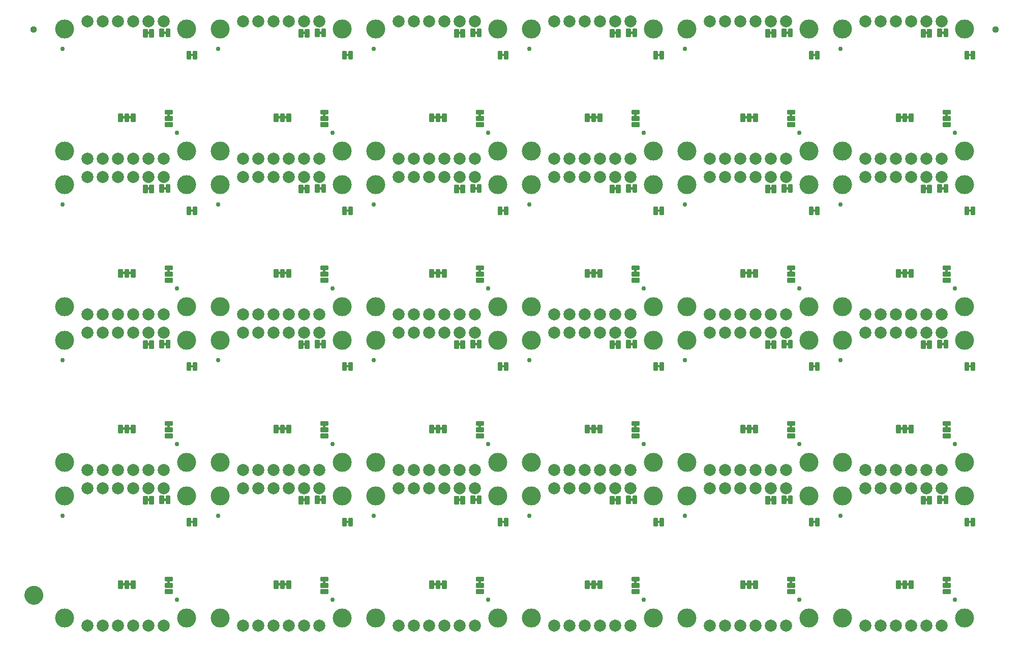
<source format=gbs>
G04 EAGLE Gerber RS-274X export*
G75*
%MOMM*%
%FSLAX34Y34*%
%LPD*%
%INSoldermask Bottom*%
%IPPOS*%
%AMOC8*
5,1,8,0,0,1.08239X$1,22.5*%
G01*
%ADD10C,0.228344*%
%ADD11C,3.175000*%
%ADD12C,2.006600*%
%ADD13C,0.762000*%
%ADD14C,1.127000*%
%ADD15C,1.270000*%
%ADD16C,1.627000*%

G36*
X717932Y859802D02*
X717932Y859802D01*
X717998Y859804D01*
X718042Y859822D01*
X718088Y859830D01*
X718145Y859864D01*
X718206Y859889D01*
X718241Y859920D01*
X718282Y859945D01*
X718323Y859996D01*
X718372Y860040D01*
X718393Y860082D01*
X718423Y860119D01*
X718444Y860181D01*
X718474Y860240D01*
X718482Y860294D01*
X718495Y860331D01*
X718494Y860371D01*
X718502Y860425D01*
X718502Y864235D01*
X718490Y864300D01*
X718488Y864366D01*
X718470Y864409D01*
X718462Y864456D01*
X718429Y864513D01*
X718404Y864573D01*
X718372Y864608D01*
X718348Y864649D01*
X718297Y864691D01*
X718252Y864739D01*
X718210Y864761D01*
X718174Y864790D01*
X718112Y864811D01*
X718053Y864842D01*
X717998Y864850D01*
X717961Y864862D01*
X717922Y864861D01*
X717868Y864869D01*
X715328Y864869D01*
X715263Y864858D01*
X715197Y864856D01*
X715153Y864838D01*
X715107Y864830D01*
X715050Y864796D01*
X714989Y864771D01*
X714954Y864740D01*
X714913Y864715D01*
X714872Y864664D01*
X714823Y864620D01*
X714802Y864578D01*
X714772Y864541D01*
X714751Y864479D01*
X714721Y864420D01*
X714713Y864366D01*
X714700Y864329D01*
X714700Y864325D01*
X714700Y864324D01*
X714701Y864289D01*
X714693Y864235D01*
X714693Y860425D01*
X714705Y860360D01*
X714707Y860294D01*
X714725Y860251D01*
X714733Y860204D01*
X714766Y860147D01*
X714791Y860087D01*
X714823Y860052D01*
X714847Y860011D01*
X714898Y859970D01*
X714943Y859921D01*
X714985Y859899D01*
X715021Y859870D01*
X715084Y859849D01*
X715142Y859818D01*
X715197Y859810D01*
X715234Y859798D01*
X715273Y859799D01*
X715328Y859791D01*
X717868Y859791D01*
X717932Y859802D01*
G37*
G36*
X458852Y600722D02*
X458852Y600722D01*
X458918Y600724D01*
X458962Y600742D01*
X459008Y600750D01*
X459065Y600784D01*
X459126Y600809D01*
X459161Y600840D01*
X459202Y600865D01*
X459243Y600916D01*
X459292Y600960D01*
X459313Y601002D01*
X459343Y601039D01*
X459364Y601101D01*
X459394Y601160D01*
X459402Y601214D01*
X459415Y601251D01*
X459414Y601291D01*
X459422Y601345D01*
X459422Y605155D01*
X459410Y605220D01*
X459408Y605286D01*
X459390Y605329D01*
X459382Y605376D01*
X459349Y605433D01*
X459324Y605493D01*
X459292Y605528D01*
X459268Y605569D01*
X459217Y605611D01*
X459172Y605659D01*
X459130Y605681D01*
X459094Y605710D01*
X459032Y605731D01*
X458973Y605762D01*
X458918Y605770D01*
X458881Y605782D01*
X458842Y605781D01*
X458788Y605789D01*
X456248Y605789D01*
X456183Y605778D01*
X456117Y605776D01*
X456073Y605758D01*
X456027Y605750D01*
X455970Y605716D01*
X455909Y605691D01*
X455874Y605660D01*
X455833Y605635D01*
X455792Y605584D01*
X455743Y605540D01*
X455722Y605498D01*
X455692Y605461D01*
X455671Y605399D01*
X455641Y605340D01*
X455633Y605286D01*
X455620Y605249D01*
X455620Y605245D01*
X455620Y605244D01*
X455621Y605209D01*
X455613Y605155D01*
X455613Y601345D01*
X455625Y601280D01*
X455627Y601214D01*
X455645Y601171D01*
X455653Y601124D01*
X455686Y601067D01*
X455711Y601007D01*
X455743Y600972D01*
X455767Y600931D01*
X455818Y600890D01*
X455863Y600841D01*
X455905Y600819D01*
X455941Y600790D01*
X456004Y600769D01*
X456062Y600738D01*
X456117Y600730D01*
X456154Y600718D01*
X456193Y600719D01*
X456248Y600711D01*
X458788Y600711D01*
X458852Y600722D01*
G37*
G36*
X1495172Y600722D02*
X1495172Y600722D01*
X1495238Y600724D01*
X1495282Y600742D01*
X1495328Y600750D01*
X1495385Y600784D01*
X1495446Y600809D01*
X1495481Y600840D01*
X1495522Y600865D01*
X1495563Y600916D01*
X1495612Y600960D01*
X1495633Y601002D01*
X1495663Y601039D01*
X1495684Y601101D01*
X1495714Y601160D01*
X1495722Y601214D01*
X1495735Y601251D01*
X1495734Y601291D01*
X1495742Y601345D01*
X1495742Y605155D01*
X1495730Y605220D01*
X1495728Y605286D01*
X1495710Y605329D01*
X1495702Y605376D01*
X1495669Y605433D01*
X1495644Y605493D01*
X1495612Y605528D01*
X1495588Y605569D01*
X1495537Y605611D01*
X1495492Y605659D01*
X1495450Y605681D01*
X1495414Y605710D01*
X1495352Y605731D01*
X1495293Y605762D01*
X1495238Y605770D01*
X1495201Y605782D01*
X1495162Y605781D01*
X1495108Y605789D01*
X1492568Y605789D01*
X1492503Y605778D01*
X1492437Y605776D01*
X1492393Y605758D01*
X1492347Y605750D01*
X1492290Y605716D01*
X1492229Y605691D01*
X1492194Y605660D01*
X1492153Y605635D01*
X1492112Y605584D01*
X1492063Y605540D01*
X1492042Y605498D01*
X1492012Y605461D01*
X1491991Y605399D01*
X1491961Y605340D01*
X1491953Y605286D01*
X1491940Y605249D01*
X1491940Y605245D01*
X1491940Y605244D01*
X1491941Y605209D01*
X1491933Y605155D01*
X1491933Y601345D01*
X1491945Y601280D01*
X1491947Y601214D01*
X1491965Y601171D01*
X1491973Y601124D01*
X1492006Y601067D01*
X1492031Y601007D01*
X1492063Y600972D01*
X1492087Y600931D01*
X1492138Y600890D01*
X1492183Y600841D01*
X1492225Y600819D01*
X1492261Y600790D01*
X1492324Y600769D01*
X1492382Y600738D01*
X1492437Y600730D01*
X1492474Y600718D01*
X1492513Y600719D01*
X1492568Y600711D01*
X1495108Y600711D01*
X1495172Y600722D01*
G37*
G36*
X717932Y600722D02*
X717932Y600722D01*
X717998Y600724D01*
X718042Y600742D01*
X718088Y600750D01*
X718145Y600784D01*
X718206Y600809D01*
X718241Y600840D01*
X718282Y600865D01*
X718323Y600916D01*
X718372Y600960D01*
X718393Y601002D01*
X718423Y601039D01*
X718444Y601101D01*
X718474Y601160D01*
X718482Y601214D01*
X718495Y601251D01*
X718494Y601291D01*
X718502Y601345D01*
X718502Y605155D01*
X718490Y605220D01*
X718488Y605286D01*
X718470Y605329D01*
X718462Y605376D01*
X718429Y605433D01*
X718404Y605493D01*
X718372Y605528D01*
X718348Y605569D01*
X718297Y605611D01*
X718252Y605659D01*
X718210Y605681D01*
X718174Y605710D01*
X718112Y605731D01*
X718053Y605762D01*
X717998Y605770D01*
X717961Y605782D01*
X717922Y605781D01*
X717868Y605789D01*
X715328Y605789D01*
X715263Y605778D01*
X715197Y605776D01*
X715153Y605758D01*
X715107Y605750D01*
X715050Y605716D01*
X714989Y605691D01*
X714954Y605660D01*
X714913Y605635D01*
X714872Y605584D01*
X714823Y605540D01*
X714802Y605498D01*
X714772Y605461D01*
X714751Y605399D01*
X714721Y605340D01*
X714713Y605286D01*
X714700Y605249D01*
X714700Y605245D01*
X714700Y605244D01*
X714701Y605209D01*
X714693Y605155D01*
X714693Y601345D01*
X714705Y601280D01*
X714707Y601214D01*
X714725Y601171D01*
X714733Y601124D01*
X714766Y601067D01*
X714791Y601007D01*
X714823Y600972D01*
X714847Y600931D01*
X714898Y600890D01*
X714943Y600841D01*
X714985Y600819D01*
X715021Y600790D01*
X715084Y600769D01*
X715142Y600738D01*
X715197Y600730D01*
X715234Y600718D01*
X715273Y600719D01*
X715328Y600711D01*
X717868Y600711D01*
X717932Y600722D01*
G37*
G36*
X199772Y600722D02*
X199772Y600722D01*
X199838Y600724D01*
X199882Y600742D01*
X199928Y600750D01*
X199985Y600784D01*
X200046Y600809D01*
X200081Y600840D01*
X200122Y600865D01*
X200163Y600916D01*
X200212Y600960D01*
X200233Y601002D01*
X200263Y601039D01*
X200284Y601101D01*
X200314Y601160D01*
X200322Y601214D01*
X200335Y601251D01*
X200334Y601291D01*
X200342Y601345D01*
X200342Y605155D01*
X200330Y605220D01*
X200328Y605286D01*
X200310Y605329D01*
X200302Y605376D01*
X200269Y605433D01*
X200244Y605493D01*
X200212Y605528D01*
X200188Y605569D01*
X200137Y605611D01*
X200092Y605659D01*
X200050Y605681D01*
X200014Y605710D01*
X199952Y605731D01*
X199893Y605762D01*
X199838Y605770D01*
X199801Y605782D01*
X199762Y605781D01*
X199708Y605789D01*
X197168Y605789D01*
X197103Y605778D01*
X197037Y605776D01*
X196993Y605758D01*
X196947Y605750D01*
X196890Y605716D01*
X196829Y605691D01*
X196794Y605660D01*
X196753Y605635D01*
X196712Y605584D01*
X196663Y605540D01*
X196642Y605498D01*
X196612Y605461D01*
X196591Y605399D01*
X196561Y605340D01*
X196553Y605286D01*
X196540Y605249D01*
X196540Y605245D01*
X196540Y605244D01*
X196541Y605209D01*
X196533Y605155D01*
X196533Y601345D01*
X196545Y601280D01*
X196547Y601214D01*
X196565Y601171D01*
X196573Y601124D01*
X196606Y601067D01*
X196631Y601007D01*
X196663Y600972D01*
X196687Y600931D01*
X196738Y600890D01*
X196783Y600841D01*
X196825Y600819D01*
X196861Y600790D01*
X196924Y600769D01*
X196982Y600738D01*
X197037Y600730D01*
X197074Y600718D01*
X197113Y600719D01*
X197168Y600711D01*
X199708Y600711D01*
X199772Y600722D01*
G37*
G36*
X1236092Y600722D02*
X1236092Y600722D01*
X1236158Y600724D01*
X1236202Y600742D01*
X1236248Y600750D01*
X1236305Y600784D01*
X1236366Y600809D01*
X1236401Y600840D01*
X1236442Y600865D01*
X1236483Y600916D01*
X1236532Y600960D01*
X1236553Y601002D01*
X1236583Y601039D01*
X1236604Y601101D01*
X1236634Y601160D01*
X1236642Y601214D01*
X1236655Y601251D01*
X1236654Y601291D01*
X1236662Y601345D01*
X1236662Y605155D01*
X1236650Y605220D01*
X1236648Y605286D01*
X1236630Y605329D01*
X1236622Y605376D01*
X1236589Y605433D01*
X1236564Y605493D01*
X1236532Y605528D01*
X1236508Y605569D01*
X1236457Y605611D01*
X1236412Y605659D01*
X1236370Y605681D01*
X1236334Y605710D01*
X1236272Y605731D01*
X1236213Y605762D01*
X1236158Y605770D01*
X1236121Y605782D01*
X1236082Y605781D01*
X1236028Y605789D01*
X1233488Y605789D01*
X1233423Y605778D01*
X1233357Y605776D01*
X1233313Y605758D01*
X1233267Y605750D01*
X1233210Y605716D01*
X1233149Y605691D01*
X1233114Y605660D01*
X1233073Y605635D01*
X1233032Y605584D01*
X1232983Y605540D01*
X1232962Y605498D01*
X1232932Y605461D01*
X1232911Y605399D01*
X1232881Y605340D01*
X1232873Y605286D01*
X1232860Y605249D01*
X1232860Y605245D01*
X1232860Y605244D01*
X1232861Y605209D01*
X1232853Y605155D01*
X1232853Y601345D01*
X1232865Y601280D01*
X1232867Y601214D01*
X1232885Y601171D01*
X1232893Y601124D01*
X1232926Y601067D01*
X1232951Y601007D01*
X1232983Y600972D01*
X1233007Y600931D01*
X1233058Y600890D01*
X1233103Y600841D01*
X1233145Y600819D01*
X1233181Y600790D01*
X1233244Y600769D01*
X1233302Y600738D01*
X1233357Y600730D01*
X1233394Y600718D01*
X1233433Y600719D01*
X1233488Y600711D01*
X1236028Y600711D01*
X1236092Y600722D01*
G37*
G36*
X1495172Y341642D02*
X1495172Y341642D01*
X1495238Y341644D01*
X1495282Y341662D01*
X1495328Y341670D01*
X1495385Y341704D01*
X1495446Y341729D01*
X1495481Y341760D01*
X1495522Y341785D01*
X1495563Y341836D01*
X1495612Y341880D01*
X1495633Y341922D01*
X1495663Y341959D01*
X1495684Y342021D01*
X1495714Y342080D01*
X1495722Y342134D01*
X1495735Y342171D01*
X1495734Y342211D01*
X1495742Y342265D01*
X1495742Y346075D01*
X1495730Y346140D01*
X1495728Y346206D01*
X1495710Y346249D01*
X1495702Y346296D01*
X1495669Y346353D01*
X1495644Y346413D01*
X1495612Y346448D01*
X1495588Y346489D01*
X1495537Y346531D01*
X1495492Y346579D01*
X1495450Y346601D01*
X1495414Y346630D01*
X1495352Y346651D01*
X1495293Y346682D01*
X1495238Y346690D01*
X1495201Y346702D01*
X1495162Y346701D01*
X1495108Y346709D01*
X1492568Y346709D01*
X1492503Y346698D01*
X1492437Y346696D01*
X1492393Y346678D01*
X1492347Y346670D01*
X1492290Y346636D01*
X1492229Y346611D01*
X1492194Y346580D01*
X1492153Y346555D01*
X1492112Y346504D01*
X1492063Y346460D01*
X1492042Y346418D01*
X1492012Y346381D01*
X1491991Y346319D01*
X1491961Y346260D01*
X1491953Y346206D01*
X1491940Y346169D01*
X1491940Y346165D01*
X1491940Y346164D01*
X1491941Y346129D01*
X1491933Y346075D01*
X1491933Y342265D01*
X1491945Y342200D01*
X1491947Y342134D01*
X1491965Y342091D01*
X1491973Y342044D01*
X1492006Y341987D01*
X1492031Y341927D01*
X1492063Y341892D01*
X1492087Y341851D01*
X1492138Y341810D01*
X1492183Y341761D01*
X1492225Y341739D01*
X1492261Y341710D01*
X1492324Y341689D01*
X1492382Y341658D01*
X1492437Y341650D01*
X1492474Y341638D01*
X1492513Y341639D01*
X1492568Y341631D01*
X1495108Y341631D01*
X1495172Y341642D01*
G37*
G36*
X458852Y859802D02*
X458852Y859802D01*
X458918Y859804D01*
X458962Y859822D01*
X459008Y859830D01*
X459065Y859864D01*
X459126Y859889D01*
X459161Y859920D01*
X459202Y859945D01*
X459243Y859996D01*
X459292Y860040D01*
X459313Y860082D01*
X459343Y860119D01*
X459364Y860181D01*
X459394Y860240D01*
X459402Y860294D01*
X459415Y860331D01*
X459414Y860371D01*
X459422Y860425D01*
X459422Y864235D01*
X459410Y864300D01*
X459408Y864366D01*
X459390Y864409D01*
X459382Y864456D01*
X459349Y864513D01*
X459324Y864573D01*
X459292Y864608D01*
X459268Y864649D01*
X459217Y864691D01*
X459172Y864739D01*
X459130Y864761D01*
X459094Y864790D01*
X459032Y864811D01*
X458973Y864842D01*
X458918Y864850D01*
X458881Y864862D01*
X458842Y864861D01*
X458788Y864869D01*
X456248Y864869D01*
X456183Y864858D01*
X456117Y864856D01*
X456073Y864838D01*
X456027Y864830D01*
X455970Y864796D01*
X455909Y864771D01*
X455874Y864740D01*
X455833Y864715D01*
X455792Y864664D01*
X455743Y864620D01*
X455722Y864578D01*
X455692Y864541D01*
X455671Y864479D01*
X455641Y864420D01*
X455633Y864366D01*
X455620Y864329D01*
X455620Y864325D01*
X455620Y864324D01*
X455621Y864289D01*
X455613Y864235D01*
X455613Y860425D01*
X455625Y860360D01*
X455627Y860294D01*
X455645Y860251D01*
X455653Y860204D01*
X455686Y860147D01*
X455711Y860087D01*
X455743Y860052D01*
X455767Y860011D01*
X455818Y859970D01*
X455863Y859921D01*
X455905Y859899D01*
X455941Y859870D01*
X456004Y859849D01*
X456062Y859818D01*
X456117Y859810D01*
X456154Y859798D01*
X456193Y859799D01*
X456248Y859791D01*
X458788Y859791D01*
X458852Y859802D01*
G37*
G36*
X977012Y859802D02*
X977012Y859802D01*
X977078Y859804D01*
X977122Y859822D01*
X977168Y859830D01*
X977225Y859864D01*
X977286Y859889D01*
X977321Y859920D01*
X977362Y859945D01*
X977403Y859996D01*
X977452Y860040D01*
X977473Y860082D01*
X977503Y860119D01*
X977524Y860181D01*
X977554Y860240D01*
X977562Y860294D01*
X977575Y860331D01*
X977574Y860371D01*
X977582Y860425D01*
X977582Y864235D01*
X977570Y864300D01*
X977568Y864366D01*
X977550Y864409D01*
X977542Y864456D01*
X977509Y864513D01*
X977484Y864573D01*
X977452Y864608D01*
X977428Y864649D01*
X977377Y864691D01*
X977332Y864739D01*
X977290Y864761D01*
X977254Y864790D01*
X977192Y864811D01*
X977133Y864842D01*
X977078Y864850D01*
X977041Y864862D01*
X977002Y864861D01*
X976948Y864869D01*
X974408Y864869D01*
X974343Y864858D01*
X974277Y864856D01*
X974233Y864838D01*
X974187Y864830D01*
X974130Y864796D01*
X974069Y864771D01*
X974034Y864740D01*
X973993Y864715D01*
X973952Y864664D01*
X973903Y864620D01*
X973882Y864578D01*
X973852Y864541D01*
X973831Y864479D01*
X973801Y864420D01*
X973793Y864366D01*
X973780Y864329D01*
X973780Y864325D01*
X973780Y864324D01*
X973781Y864289D01*
X973773Y864235D01*
X973773Y860425D01*
X973785Y860360D01*
X973787Y860294D01*
X973805Y860251D01*
X973813Y860204D01*
X973846Y860147D01*
X973871Y860087D01*
X973903Y860052D01*
X973927Y860011D01*
X973978Y859970D01*
X974023Y859921D01*
X974065Y859899D01*
X974101Y859870D01*
X974164Y859849D01*
X974222Y859818D01*
X974277Y859810D01*
X974314Y859798D01*
X974353Y859799D01*
X974408Y859791D01*
X976948Y859791D01*
X977012Y859802D01*
G37*
G36*
X1236092Y859802D02*
X1236092Y859802D01*
X1236158Y859804D01*
X1236202Y859822D01*
X1236248Y859830D01*
X1236305Y859864D01*
X1236366Y859889D01*
X1236401Y859920D01*
X1236442Y859945D01*
X1236483Y859996D01*
X1236532Y860040D01*
X1236553Y860082D01*
X1236583Y860119D01*
X1236604Y860181D01*
X1236634Y860240D01*
X1236642Y860294D01*
X1236655Y860331D01*
X1236654Y860371D01*
X1236662Y860425D01*
X1236662Y864235D01*
X1236650Y864300D01*
X1236648Y864366D01*
X1236630Y864409D01*
X1236622Y864456D01*
X1236589Y864513D01*
X1236564Y864573D01*
X1236532Y864608D01*
X1236508Y864649D01*
X1236457Y864691D01*
X1236412Y864739D01*
X1236370Y864761D01*
X1236334Y864790D01*
X1236272Y864811D01*
X1236213Y864842D01*
X1236158Y864850D01*
X1236121Y864862D01*
X1236082Y864861D01*
X1236028Y864869D01*
X1233488Y864869D01*
X1233423Y864858D01*
X1233357Y864856D01*
X1233313Y864838D01*
X1233267Y864830D01*
X1233210Y864796D01*
X1233149Y864771D01*
X1233114Y864740D01*
X1233073Y864715D01*
X1233032Y864664D01*
X1232983Y864620D01*
X1232962Y864578D01*
X1232932Y864541D01*
X1232911Y864479D01*
X1232881Y864420D01*
X1232873Y864366D01*
X1232860Y864329D01*
X1232860Y864325D01*
X1232860Y864324D01*
X1232861Y864289D01*
X1232853Y864235D01*
X1232853Y860425D01*
X1232865Y860360D01*
X1232867Y860294D01*
X1232885Y860251D01*
X1232893Y860204D01*
X1232926Y860147D01*
X1232951Y860087D01*
X1232983Y860052D01*
X1233007Y860011D01*
X1233058Y859970D01*
X1233103Y859921D01*
X1233145Y859899D01*
X1233181Y859870D01*
X1233244Y859849D01*
X1233302Y859818D01*
X1233357Y859810D01*
X1233394Y859798D01*
X1233433Y859799D01*
X1233488Y859791D01*
X1236028Y859791D01*
X1236092Y859802D01*
G37*
G36*
X1495172Y859802D02*
X1495172Y859802D01*
X1495238Y859804D01*
X1495282Y859822D01*
X1495328Y859830D01*
X1495385Y859864D01*
X1495446Y859889D01*
X1495481Y859920D01*
X1495522Y859945D01*
X1495563Y859996D01*
X1495612Y860040D01*
X1495633Y860082D01*
X1495663Y860119D01*
X1495684Y860181D01*
X1495714Y860240D01*
X1495722Y860294D01*
X1495735Y860331D01*
X1495734Y860371D01*
X1495742Y860425D01*
X1495742Y864235D01*
X1495730Y864300D01*
X1495728Y864366D01*
X1495710Y864409D01*
X1495702Y864456D01*
X1495669Y864513D01*
X1495644Y864573D01*
X1495612Y864608D01*
X1495588Y864649D01*
X1495537Y864691D01*
X1495492Y864739D01*
X1495450Y864761D01*
X1495414Y864790D01*
X1495352Y864811D01*
X1495293Y864842D01*
X1495238Y864850D01*
X1495201Y864862D01*
X1495162Y864861D01*
X1495108Y864869D01*
X1492568Y864869D01*
X1492503Y864858D01*
X1492437Y864856D01*
X1492393Y864838D01*
X1492347Y864830D01*
X1492290Y864796D01*
X1492229Y864771D01*
X1492194Y864740D01*
X1492153Y864715D01*
X1492112Y864664D01*
X1492063Y864620D01*
X1492042Y864578D01*
X1492012Y864541D01*
X1491991Y864479D01*
X1491961Y864420D01*
X1491953Y864366D01*
X1491940Y864329D01*
X1491940Y864325D01*
X1491940Y864324D01*
X1491941Y864289D01*
X1491933Y864235D01*
X1491933Y860425D01*
X1491945Y860360D01*
X1491947Y860294D01*
X1491965Y860251D01*
X1491973Y860204D01*
X1492006Y860147D01*
X1492031Y860087D01*
X1492063Y860052D01*
X1492087Y860011D01*
X1492138Y859970D01*
X1492183Y859921D01*
X1492225Y859899D01*
X1492261Y859870D01*
X1492324Y859849D01*
X1492382Y859818D01*
X1492437Y859810D01*
X1492474Y859798D01*
X1492513Y859799D01*
X1492568Y859791D01*
X1495108Y859791D01*
X1495172Y859802D01*
G37*
G36*
X199772Y859802D02*
X199772Y859802D01*
X199838Y859804D01*
X199882Y859822D01*
X199928Y859830D01*
X199985Y859864D01*
X200046Y859889D01*
X200081Y859920D01*
X200122Y859945D01*
X200163Y859996D01*
X200212Y860040D01*
X200233Y860082D01*
X200263Y860119D01*
X200284Y860181D01*
X200314Y860240D01*
X200322Y860294D01*
X200335Y860331D01*
X200334Y860371D01*
X200342Y860425D01*
X200342Y864235D01*
X200330Y864300D01*
X200328Y864366D01*
X200310Y864409D01*
X200302Y864456D01*
X200269Y864513D01*
X200244Y864573D01*
X200212Y864608D01*
X200188Y864649D01*
X200137Y864691D01*
X200092Y864739D01*
X200050Y864761D01*
X200014Y864790D01*
X199952Y864811D01*
X199893Y864842D01*
X199838Y864850D01*
X199801Y864862D01*
X199762Y864861D01*
X199708Y864869D01*
X197168Y864869D01*
X197103Y864858D01*
X197037Y864856D01*
X196993Y864838D01*
X196947Y864830D01*
X196890Y864796D01*
X196829Y864771D01*
X196794Y864740D01*
X196753Y864715D01*
X196712Y864664D01*
X196663Y864620D01*
X196642Y864578D01*
X196612Y864541D01*
X196591Y864479D01*
X196561Y864420D01*
X196553Y864366D01*
X196540Y864329D01*
X196540Y864325D01*
X196540Y864324D01*
X196541Y864289D01*
X196533Y864235D01*
X196533Y860425D01*
X196545Y860360D01*
X196547Y860294D01*
X196565Y860251D01*
X196573Y860204D01*
X196606Y860147D01*
X196631Y860087D01*
X196663Y860052D01*
X196687Y860011D01*
X196738Y859970D01*
X196783Y859921D01*
X196825Y859899D01*
X196861Y859870D01*
X196924Y859849D01*
X196982Y859818D01*
X197037Y859810D01*
X197074Y859798D01*
X197113Y859799D01*
X197168Y859791D01*
X199708Y859791D01*
X199772Y859802D01*
G37*
G36*
X977012Y600722D02*
X977012Y600722D01*
X977078Y600724D01*
X977122Y600742D01*
X977168Y600750D01*
X977225Y600784D01*
X977286Y600809D01*
X977321Y600840D01*
X977362Y600865D01*
X977403Y600916D01*
X977452Y600960D01*
X977473Y601002D01*
X977503Y601039D01*
X977524Y601101D01*
X977554Y601160D01*
X977562Y601214D01*
X977575Y601251D01*
X977574Y601291D01*
X977582Y601345D01*
X977582Y605155D01*
X977570Y605220D01*
X977568Y605286D01*
X977550Y605329D01*
X977542Y605376D01*
X977509Y605433D01*
X977484Y605493D01*
X977452Y605528D01*
X977428Y605569D01*
X977377Y605611D01*
X977332Y605659D01*
X977290Y605681D01*
X977254Y605710D01*
X977192Y605731D01*
X977133Y605762D01*
X977078Y605770D01*
X977041Y605782D01*
X977002Y605781D01*
X976948Y605789D01*
X974408Y605789D01*
X974343Y605778D01*
X974277Y605776D01*
X974233Y605758D01*
X974187Y605750D01*
X974130Y605716D01*
X974069Y605691D01*
X974034Y605660D01*
X973993Y605635D01*
X973952Y605584D01*
X973903Y605540D01*
X973882Y605498D01*
X973852Y605461D01*
X973831Y605399D01*
X973801Y605340D01*
X973793Y605286D01*
X973780Y605249D01*
X973780Y605245D01*
X973780Y605244D01*
X973781Y605209D01*
X973773Y605155D01*
X973773Y601345D01*
X973785Y601280D01*
X973787Y601214D01*
X973805Y601171D01*
X973813Y601124D01*
X973846Y601067D01*
X973871Y601007D01*
X973903Y600972D01*
X973927Y600931D01*
X973978Y600890D01*
X974023Y600841D01*
X974065Y600819D01*
X974101Y600790D01*
X974164Y600769D01*
X974222Y600738D01*
X974277Y600730D01*
X974314Y600718D01*
X974353Y600719D01*
X974408Y600711D01*
X976948Y600711D01*
X977012Y600722D01*
G37*
G36*
X977012Y341642D02*
X977012Y341642D01*
X977078Y341644D01*
X977122Y341662D01*
X977168Y341670D01*
X977225Y341704D01*
X977286Y341729D01*
X977321Y341760D01*
X977362Y341785D01*
X977403Y341836D01*
X977452Y341880D01*
X977473Y341922D01*
X977503Y341959D01*
X977524Y342021D01*
X977554Y342080D01*
X977562Y342134D01*
X977575Y342171D01*
X977574Y342211D01*
X977582Y342265D01*
X977582Y346075D01*
X977570Y346140D01*
X977568Y346206D01*
X977550Y346249D01*
X977542Y346296D01*
X977509Y346353D01*
X977484Y346413D01*
X977452Y346448D01*
X977428Y346489D01*
X977377Y346531D01*
X977332Y346579D01*
X977290Y346601D01*
X977254Y346630D01*
X977192Y346651D01*
X977133Y346682D01*
X977078Y346690D01*
X977041Y346702D01*
X977002Y346701D01*
X976948Y346709D01*
X974408Y346709D01*
X974343Y346698D01*
X974277Y346696D01*
X974233Y346678D01*
X974187Y346670D01*
X974130Y346636D01*
X974069Y346611D01*
X974034Y346580D01*
X973993Y346555D01*
X973952Y346504D01*
X973903Y346460D01*
X973882Y346418D01*
X973852Y346381D01*
X973831Y346319D01*
X973801Y346260D01*
X973793Y346206D01*
X973780Y346169D01*
X973780Y346165D01*
X973780Y346164D01*
X973781Y346129D01*
X973773Y346075D01*
X973773Y342265D01*
X973785Y342200D01*
X973787Y342134D01*
X973805Y342091D01*
X973813Y342044D01*
X973846Y341987D01*
X973871Y341927D01*
X973903Y341892D01*
X973927Y341851D01*
X973978Y341810D01*
X974023Y341761D01*
X974065Y341739D01*
X974101Y341710D01*
X974164Y341689D01*
X974222Y341658D01*
X974277Y341650D01*
X974314Y341638D01*
X974353Y341639D01*
X974408Y341631D01*
X976948Y341631D01*
X977012Y341642D01*
G37*
G36*
X717932Y341642D02*
X717932Y341642D01*
X717998Y341644D01*
X718042Y341662D01*
X718088Y341670D01*
X718145Y341704D01*
X718206Y341729D01*
X718241Y341760D01*
X718282Y341785D01*
X718323Y341836D01*
X718372Y341880D01*
X718393Y341922D01*
X718423Y341959D01*
X718444Y342021D01*
X718474Y342080D01*
X718482Y342134D01*
X718495Y342171D01*
X718494Y342211D01*
X718502Y342265D01*
X718502Y346075D01*
X718490Y346140D01*
X718488Y346206D01*
X718470Y346249D01*
X718462Y346296D01*
X718429Y346353D01*
X718404Y346413D01*
X718372Y346448D01*
X718348Y346489D01*
X718297Y346531D01*
X718252Y346579D01*
X718210Y346601D01*
X718174Y346630D01*
X718112Y346651D01*
X718053Y346682D01*
X717998Y346690D01*
X717961Y346702D01*
X717922Y346701D01*
X717868Y346709D01*
X715328Y346709D01*
X715263Y346698D01*
X715197Y346696D01*
X715153Y346678D01*
X715107Y346670D01*
X715050Y346636D01*
X714989Y346611D01*
X714954Y346580D01*
X714913Y346555D01*
X714872Y346504D01*
X714823Y346460D01*
X714802Y346418D01*
X714772Y346381D01*
X714751Y346319D01*
X714721Y346260D01*
X714713Y346206D01*
X714700Y346169D01*
X714700Y346165D01*
X714700Y346164D01*
X714701Y346129D01*
X714693Y346075D01*
X714693Y342265D01*
X714705Y342200D01*
X714707Y342134D01*
X714725Y342091D01*
X714733Y342044D01*
X714766Y341987D01*
X714791Y341927D01*
X714823Y341892D01*
X714847Y341851D01*
X714898Y341810D01*
X714943Y341761D01*
X714985Y341739D01*
X715021Y341710D01*
X715084Y341689D01*
X715142Y341658D01*
X715197Y341650D01*
X715234Y341638D01*
X715273Y341639D01*
X715328Y341631D01*
X717868Y341631D01*
X717932Y341642D01*
G37*
G36*
X458852Y341642D02*
X458852Y341642D01*
X458918Y341644D01*
X458962Y341662D01*
X459008Y341670D01*
X459065Y341704D01*
X459126Y341729D01*
X459161Y341760D01*
X459202Y341785D01*
X459243Y341836D01*
X459292Y341880D01*
X459313Y341922D01*
X459343Y341959D01*
X459364Y342021D01*
X459394Y342080D01*
X459402Y342134D01*
X459415Y342171D01*
X459414Y342211D01*
X459422Y342265D01*
X459422Y346075D01*
X459410Y346140D01*
X459408Y346206D01*
X459390Y346249D01*
X459382Y346296D01*
X459349Y346353D01*
X459324Y346413D01*
X459292Y346448D01*
X459268Y346489D01*
X459217Y346531D01*
X459172Y346579D01*
X459130Y346601D01*
X459094Y346630D01*
X459032Y346651D01*
X458973Y346682D01*
X458918Y346690D01*
X458881Y346702D01*
X458842Y346701D01*
X458788Y346709D01*
X456248Y346709D01*
X456183Y346698D01*
X456117Y346696D01*
X456073Y346678D01*
X456027Y346670D01*
X455970Y346636D01*
X455909Y346611D01*
X455874Y346580D01*
X455833Y346555D01*
X455792Y346504D01*
X455743Y346460D01*
X455722Y346418D01*
X455692Y346381D01*
X455671Y346319D01*
X455641Y346260D01*
X455633Y346206D01*
X455620Y346169D01*
X455620Y346165D01*
X455620Y346164D01*
X455621Y346129D01*
X455613Y346075D01*
X455613Y342265D01*
X455625Y342200D01*
X455627Y342134D01*
X455645Y342091D01*
X455653Y342044D01*
X455686Y341987D01*
X455711Y341927D01*
X455743Y341892D01*
X455767Y341851D01*
X455818Y341810D01*
X455863Y341761D01*
X455905Y341739D01*
X455941Y341710D01*
X456004Y341689D01*
X456062Y341658D01*
X456117Y341650D01*
X456154Y341638D01*
X456193Y341639D01*
X456248Y341631D01*
X458788Y341631D01*
X458852Y341642D01*
G37*
G36*
X199772Y341642D02*
X199772Y341642D01*
X199838Y341644D01*
X199882Y341662D01*
X199928Y341670D01*
X199985Y341704D01*
X200046Y341729D01*
X200081Y341760D01*
X200122Y341785D01*
X200163Y341836D01*
X200212Y341880D01*
X200233Y341922D01*
X200263Y341959D01*
X200284Y342021D01*
X200314Y342080D01*
X200322Y342134D01*
X200335Y342171D01*
X200334Y342211D01*
X200342Y342265D01*
X200342Y346075D01*
X200330Y346140D01*
X200328Y346206D01*
X200310Y346249D01*
X200302Y346296D01*
X200269Y346353D01*
X200244Y346413D01*
X200212Y346448D01*
X200188Y346489D01*
X200137Y346531D01*
X200092Y346579D01*
X200050Y346601D01*
X200014Y346630D01*
X199952Y346651D01*
X199893Y346682D01*
X199838Y346690D01*
X199801Y346702D01*
X199762Y346701D01*
X199708Y346709D01*
X197168Y346709D01*
X197103Y346698D01*
X197037Y346696D01*
X196993Y346678D01*
X196947Y346670D01*
X196890Y346636D01*
X196829Y346611D01*
X196794Y346580D01*
X196753Y346555D01*
X196712Y346504D01*
X196663Y346460D01*
X196642Y346418D01*
X196612Y346381D01*
X196591Y346319D01*
X196561Y346260D01*
X196553Y346206D01*
X196540Y346169D01*
X196540Y346165D01*
X196540Y346164D01*
X196541Y346129D01*
X196533Y346075D01*
X196533Y342265D01*
X196545Y342200D01*
X196547Y342134D01*
X196565Y342091D01*
X196573Y342044D01*
X196606Y341987D01*
X196631Y341927D01*
X196663Y341892D01*
X196687Y341851D01*
X196738Y341810D01*
X196783Y341761D01*
X196825Y341739D01*
X196861Y341710D01*
X196924Y341689D01*
X196982Y341658D01*
X197037Y341650D01*
X197074Y341638D01*
X197113Y341639D01*
X197168Y341631D01*
X199708Y341631D01*
X199772Y341642D01*
G37*
G36*
X1236092Y341642D02*
X1236092Y341642D01*
X1236158Y341644D01*
X1236202Y341662D01*
X1236248Y341670D01*
X1236305Y341704D01*
X1236366Y341729D01*
X1236401Y341760D01*
X1236442Y341785D01*
X1236483Y341836D01*
X1236532Y341880D01*
X1236553Y341922D01*
X1236583Y341959D01*
X1236604Y342021D01*
X1236634Y342080D01*
X1236642Y342134D01*
X1236655Y342171D01*
X1236654Y342211D01*
X1236662Y342265D01*
X1236662Y346075D01*
X1236650Y346140D01*
X1236648Y346206D01*
X1236630Y346249D01*
X1236622Y346296D01*
X1236589Y346353D01*
X1236564Y346413D01*
X1236532Y346448D01*
X1236508Y346489D01*
X1236457Y346531D01*
X1236412Y346579D01*
X1236370Y346601D01*
X1236334Y346630D01*
X1236272Y346651D01*
X1236213Y346682D01*
X1236158Y346690D01*
X1236121Y346702D01*
X1236082Y346701D01*
X1236028Y346709D01*
X1233488Y346709D01*
X1233423Y346698D01*
X1233357Y346696D01*
X1233313Y346678D01*
X1233267Y346670D01*
X1233210Y346636D01*
X1233149Y346611D01*
X1233114Y346580D01*
X1233073Y346555D01*
X1233032Y346504D01*
X1232983Y346460D01*
X1232962Y346418D01*
X1232932Y346381D01*
X1232911Y346319D01*
X1232881Y346260D01*
X1232873Y346206D01*
X1232860Y346169D01*
X1232860Y346165D01*
X1232860Y346164D01*
X1232861Y346129D01*
X1232853Y346075D01*
X1232853Y342265D01*
X1232865Y342200D01*
X1232867Y342134D01*
X1232885Y342091D01*
X1232893Y342044D01*
X1232926Y341987D01*
X1232951Y341927D01*
X1232983Y341892D01*
X1233007Y341851D01*
X1233058Y341810D01*
X1233103Y341761D01*
X1233145Y341739D01*
X1233181Y341710D01*
X1233244Y341689D01*
X1233302Y341658D01*
X1233357Y341650D01*
X1233394Y341638D01*
X1233433Y341639D01*
X1233488Y341631D01*
X1236028Y341631D01*
X1236092Y341642D01*
G37*
G36*
X1495172Y82562D02*
X1495172Y82562D01*
X1495238Y82564D01*
X1495282Y82582D01*
X1495328Y82590D01*
X1495385Y82624D01*
X1495446Y82649D01*
X1495481Y82680D01*
X1495522Y82705D01*
X1495563Y82756D01*
X1495612Y82800D01*
X1495633Y82842D01*
X1495663Y82879D01*
X1495684Y82941D01*
X1495714Y83000D01*
X1495722Y83054D01*
X1495735Y83091D01*
X1495734Y83131D01*
X1495742Y83185D01*
X1495742Y86995D01*
X1495730Y87060D01*
X1495728Y87126D01*
X1495710Y87169D01*
X1495702Y87216D01*
X1495669Y87273D01*
X1495644Y87333D01*
X1495612Y87368D01*
X1495588Y87409D01*
X1495537Y87451D01*
X1495492Y87499D01*
X1495450Y87521D01*
X1495414Y87550D01*
X1495352Y87571D01*
X1495293Y87602D01*
X1495238Y87610D01*
X1495201Y87622D01*
X1495162Y87621D01*
X1495108Y87629D01*
X1492568Y87629D01*
X1492503Y87618D01*
X1492437Y87616D01*
X1492393Y87598D01*
X1492347Y87590D01*
X1492290Y87556D01*
X1492229Y87531D01*
X1492194Y87500D01*
X1492153Y87475D01*
X1492112Y87424D01*
X1492063Y87380D01*
X1492042Y87338D01*
X1492012Y87301D01*
X1491991Y87239D01*
X1491961Y87180D01*
X1491953Y87126D01*
X1491940Y87089D01*
X1491940Y87085D01*
X1491940Y87084D01*
X1491941Y87049D01*
X1491933Y86995D01*
X1491933Y83185D01*
X1491945Y83120D01*
X1491947Y83054D01*
X1491965Y83011D01*
X1491973Y82964D01*
X1492006Y82907D01*
X1492031Y82847D01*
X1492063Y82812D01*
X1492087Y82771D01*
X1492138Y82730D01*
X1492183Y82681D01*
X1492225Y82659D01*
X1492261Y82630D01*
X1492324Y82609D01*
X1492382Y82578D01*
X1492437Y82570D01*
X1492474Y82558D01*
X1492513Y82559D01*
X1492568Y82551D01*
X1495108Y82551D01*
X1495172Y82562D01*
G37*
G36*
X717932Y82562D02*
X717932Y82562D01*
X717998Y82564D01*
X718042Y82582D01*
X718088Y82590D01*
X718145Y82624D01*
X718206Y82649D01*
X718241Y82680D01*
X718282Y82705D01*
X718323Y82756D01*
X718372Y82800D01*
X718393Y82842D01*
X718423Y82879D01*
X718444Y82941D01*
X718474Y83000D01*
X718482Y83054D01*
X718495Y83091D01*
X718494Y83131D01*
X718502Y83185D01*
X718502Y86995D01*
X718490Y87060D01*
X718488Y87126D01*
X718470Y87169D01*
X718462Y87216D01*
X718429Y87273D01*
X718404Y87333D01*
X718372Y87368D01*
X718348Y87409D01*
X718297Y87451D01*
X718252Y87499D01*
X718210Y87521D01*
X718174Y87550D01*
X718112Y87571D01*
X718053Y87602D01*
X717998Y87610D01*
X717961Y87622D01*
X717922Y87621D01*
X717868Y87629D01*
X715328Y87629D01*
X715263Y87618D01*
X715197Y87616D01*
X715153Y87598D01*
X715107Y87590D01*
X715050Y87556D01*
X714989Y87531D01*
X714954Y87500D01*
X714913Y87475D01*
X714872Y87424D01*
X714823Y87380D01*
X714802Y87338D01*
X714772Y87301D01*
X714751Y87239D01*
X714721Y87180D01*
X714713Y87126D01*
X714700Y87089D01*
X714700Y87085D01*
X714700Y87084D01*
X714701Y87049D01*
X714693Y86995D01*
X714693Y83185D01*
X714705Y83120D01*
X714707Y83054D01*
X714725Y83011D01*
X714733Y82964D01*
X714766Y82907D01*
X714791Y82847D01*
X714823Y82812D01*
X714847Y82771D01*
X714898Y82730D01*
X714943Y82681D01*
X714985Y82659D01*
X715021Y82630D01*
X715084Y82609D01*
X715142Y82578D01*
X715197Y82570D01*
X715234Y82558D01*
X715273Y82559D01*
X715328Y82551D01*
X717868Y82551D01*
X717932Y82562D01*
G37*
G36*
X1236092Y82562D02*
X1236092Y82562D01*
X1236158Y82564D01*
X1236202Y82582D01*
X1236248Y82590D01*
X1236305Y82624D01*
X1236366Y82649D01*
X1236401Y82680D01*
X1236442Y82705D01*
X1236483Y82756D01*
X1236532Y82800D01*
X1236553Y82842D01*
X1236583Y82879D01*
X1236604Y82941D01*
X1236634Y83000D01*
X1236642Y83054D01*
X1236655Y83091D01*
X1236654Y83131D01*
X1236662Y83185D01*
X1236662Y86995D01*
X1236650Y87060D01*
X1236648Y87126D01*
X1236630Y87169D01*
X1236622Y87216D01*
X1236589Y87273D01*
X1236564Y87333D01*
X1236532Y87368D01*
X1236508Y87409D01*
X1236457Y87451D01*
X1236412Y87499D01*
X1236370Y87521D01*
X1236334Y87550D01*
X1236272Y87571D01*
X1236213Y87602D01*
X1236158Y87610D01*
X1236121Y87622D01*
X1236082Y87621D01*
X1236028Y87629D01*
X1233488Y87629D01*
X1233423Y87618D01*
X1233357Y87616D01*
X1233313Y87598D01*
X1233267Y87590D01*
X1233210Y87556D01*
X1233149Y87531D01*
X1233114Y87500D01*
X1233073Y87475D01*
X1233032Y87424D01*
X1232983Y87380D01*
X1232962Y87338D01*
X1232932Y87301D01*
X1232911Y87239D01*
X1232881Y87180D01*
X1232873Y87126D01*
X1232860Y87089D01*
X1232860Y87085D01*
X1232860Y87084D01*
X1232861Y87049D01*
X1232853Y86995D01*
X1232853Y83185D01*
X1232865Y83120D01*
X1232867Y83054D01*
X1232885Y83011D01*
X1232893Y82964D01*
X1232926Y82907D01*
X1232951Y82847D01*
X1232983Y82812D01*
X1233007Y82771D01*
X1233058Y82730D01*
X1233103Y82681D01*
X1233145Y82659D01*
X1233181Y82630D01*
X1233244Y82609D01*
X1233302Y82578D01*
X1233357Y82570D01*
X1233394Y82558D01*
X1233433Y82559D01*
X1233488Y82551D01*
X1236028Y82551D01*
X1236092Y82562D01*
G37*
G36*
X977012Y82562D02*
X977012Y82562D01*
X977078Y82564D01*
X977122Y82582D01*
X977168Y82590D01*
X977225Y82624D01*
X977286Y82649D01*
X977321Y82680D01*
X977362Y82705D01*
X977403Y82756D01*
X977452Y82800D01*
X977473Y82842D01*
X977503Y82879D01*
X977524Y82941D01*
X977554Y83000D01*
X977562Y83054D01*
X977575Y83091D01*
X977574Y83131D01*
X977582Y83185D01*
X977582Y86995D01*
X977570Y87060D01*
X977568Y87126D01*
X977550Y87169D01*
X977542Y87216D01*
X977509Y87273D01*
X977484Y87333D01*
X977452Y87368D01*
X977428Y87409D01*
X977377Y87451D01*
X977332Y87499D01*
X977290Y87521D01*
X977254Y87550D01*
X977192Y87571D01*
X977133Y87602D01*
X977078Y87610D01*
X977041Y87622D01*
X977002Y87621D01*
X976948Y87629D01*
X974408Y87629D01*
X974343Y87618D01*
X974277Y87616D01*
X974233Y87598D01*
X974187Y87590D01*
X974130Y87556D01*
X974069Y87531D01*
X974034Y87500D01*
X973993Y87475D01*
X973952Y87424D01*
X973903Y87380D01*
X973882Y87338D01*
X973852Y87301D01*
X973831Y87239D01*
X973801Y87180D01*
X973793Y87126D01*
X973780Y87089D01*
X973780Y87085D01*
X973780Y87084D01*
X973781Y87049D01*
X973773Y86995D01*
X973773Y83185D01*
X973785Y83120D01*
X973787Y83054D01*
X973805Y83011D01*
X973813Y82964D01*
X973846Y82907D01*
X973871Y82847D01*
X973903Y82812D01*
X973927Y82771D01*
X973978Y82730D01*
X974023Y82681D01*
X974065Y82659D01*
X974101Y82630D01*
X974164Y82609D01*
X974222Y82578D01*
X974277Y82570D01*
X974314Y82558D01*
X974353Y82559D01*
X974408Y82551D01*
X976948Y82551D01*
X977012Y82562D01*
G37*
G36*
X458852Y82562D02*
X458852Y82562D01*
X458918Y82564D01*
X458962Y82582D01*
X459008Y82590D01*
X459065Y82624D01*
X459126Y82649D01*
X459161Y82680D01*
X459202Y82705D01*
X459243Y82756D01*
X459292Y82800D01*
X459313Y82842D01*
X459343Y82879D01*
X459364Y82941D01*
X459394Y83000D01*
X459402Y83054D01*
X459415Y83091D01*
X459414Y83131D01*
X459422Y83185D01*
X459422Y86995D01*
X459410Y87060D01*
X459408Y87126D01*
X459390Y87169D01*
X459382Y87216D01*
X459349Y87273D01*
X459324Y87333D01*
X459292Y87368D01*
X459268Y87409D01*
X459217Y87451D01*
X459172Y87499D01*
X459130Y87521D01*
X459094Y87550D01*
X459032Y87571D01*
X458973Y87602D01*
X458918Y87610D01*
X458881Y87622D01*
X458842Y87621D01*
X458788Y87629D01*
X456248Y87629D01*
X456183Y87618D01*
X456117Y87616D01*
X456073Y87598D01*
X456027Y87590D01*
X455970Y87556D01*
X455909Y87531D01*
X455874Y87500D01*
X455833Y87475D01*
X455792Y87424D01*
X455743Y87380D01*
X455722Y87338D01*
X455692Y87301D01*
X455671Y87239D01*
X455641Y87180D01*
X455633Y87126D01*
X455620Y87089D01*
X455620Y87085D01*
X455620Y87084D01*
X455621Y87049D01*
X455613Y86995D01*
X455613Y83185D01*
X455625Y83120D01*
X455627Y83054D01*
X455645Y83011D01*
X455653Y82964D01*
X455686Y82907D01*
X455711Y82847D01*
X455743Y82812D01*
X455767Y82771D01*
X455818Y82730D01*
X455863Y82681D01*
X455905Y82659D01*
X455941Y82630D01*
X456004Y82609D01*
X456062Y82578D01*
X456117Y82570D01*
X456154Y82558D01*
X456193Y82559D01*
X456248Y82551D01*
X458788Y82551D01*
X458852Y82562D01*
G37*
G36*
X199772Y82562D02*
X199772Y82562D01*
X199838Y82564D01*
X199882Y82582D01*
X199928Y82590D01*
X199985Y82624D01*
X200046Y82649D01*
X200081Y82680D01*
X200122Y82705D01*
X200163Y82756D01*
X200212Y82800D01*
X200233Y82842D01*
X200263Y82879D01*
X200284Y82941D01*
X200314Y83000D01*
X200322Y83054D01*
X200335Y83091D01*
X200334Y83131D01*
X200342Y83185D01*
X200342Y86995D01*
X200330Y87060D01*
X200328Y87126D01*
X200310Y87169D01*
X200302Y87216D01*
X200269Y87273D01*
X200244Y87333D01*
X200212Y87368D01*
X200188Y87409D01*
X200137Y87451D01*
X200092Y87499D01*
X200050Y87521D01*
X200014Y87550D01*
X199952Y87571D01*
X199893Y87602D01*
X199838Y87610D01*
X199801Y87622D01*
X199762Y87621D01*
X199708Y87629D01*
X197168Y87629D01*
X197103Y87618D01*
X197037Y87616D01*
X196993Y87598D01*
X196947Y87590D01*
X196890Y87556D01*
X196829Y87531D01*
X196794Y87500D01*
X196753Y87475D01*
X196712Y87424D01*
X196663Y87380D01*
X196642Y87338D01*
X196612Y87301D01*
X196591Y87239D01*
X196561Y87180D01*
X196553Y87126D01*
X196540Y87089D01*
X196540Y87085D01*
X196540Y87084D01*
X196541Y87049D01*
X196533Y86995D01*
X196533Y83185D01*
X196545Y83120D01*
X196547Y83054D01*
X196565Y83011D01*
X196573Y82964D01*
X196606Y82907D01*
X196631Y82847D01*
X196663Y82812D01*
X196687Y82771D01*
X196738Y82730D01*
X196783Y82681D01*
X196825Y82659D01*
X196861Y82630D01*
X196924Y82609D01*
X196982Y82578D01*
X197037Y82570D01*
X197074Y82558D01*
X197113Y82559D01*
X197168Y82551D01*
X199708Y82551D01*
X199772Y82562D01*
G37*
G36*
X498032Y960767D02*
X498032Y960767D01*
X498098Y960769D01*
X498141Y960787D01*
X498188Y960795D01*
X498245Y960829D01*
X498305Y960854D01*
X498340Y960885D01*
X498381Y960910D01*
X498423Y960961D01*
X498471Y961005D01*
X498493Y961047D01*
X498522Y961084D01*
X498543Y961146D01*
X498574Y961205D01*
X498582Y961259D01*
X498594Y961296D01*
X498593Y961336D01*
X498601Y961390D01*
X498601Y963930D01*
X498590Y963995D01*
X498588Y964061D01*
X498570Y964104D01*
X498562Y964151D01*
X498528Y964208D01*
X498503Y964268D01*
X498472Y964303D01*
X498447Y964344D01*
X498396Y964386D01*
X498352Y964434D01*
X498310Y964456D01*
X498273Y964485D01*
X498211Y964506D01*
X498152Y964537D01*
X498098Y964545D01*
X498061Y964557D01*
X498021Y964556D01*
X497967Y964564D01*
X494157Y964564D01*
X494092Y964553D01*
X494026Y964551D01*
X493983Y964533D01*
X493936Y964525D01*
X493879Y964491D01*
X493819Y964466D01*
X493784Y964435D01*
X493743Y964410D01*
X493702Y964359D01*
X493653Y964315D01*
X493631Y964273D01*
X493602Y964236D01*
X493581Y964174D01*
X493550Y964115D01*
X493542Y964061D01*
X493530Y964024D01*
X493530Y964021D01*
X493531Y963984D01*
X493523Y963930D01*
X493523Y961390D01*
X493534Y961325D01*
X493536Y961259D01*
X493554Y961216D01*
X493562Y961169D01*
X493596Y961112D01*
X493621Y961052D01*
X493652Y961017D01*
X493677Y960976D01*
X493728Y960935D01*
X493772Y960886D01*
X493814Y960864D01*
X493851Y960835D01*
X493913Y960814D01*
X493972Y960783D01*
X494026Y960775D01*
X494063Y960763D01*
X494103Y960764D01*
X494157Y960756D01*
X497967Y960756D01*
X498032Y960767D01*
G37*
G36*
X757112Y960767D02*
X757112Y960767D01*
X757178Y960769D01*
X757221Y960787D01*
X757268Y960795D01*
X757325Y960829D01*
X757385Y960854D01*
X757420Y960885D01*
X757461Y960910D01*
X757503Y960961D01*
X757551Y961005D01*
X757573Y961047D01*
X757602Y961084D01*
X757623Y961146D01*
X757654Y961205D01*
X757662Y961259D01*
X757674Y961296D01*
X757673Y961336D01*
X757681Y961390D01*
X757681Y963930D01*
X757670Y963995D01*
X757668Y964061D01*
X757650Y964104D01*
X757642Y964151D01*
X757608Y964208D01*
X757583Y964268D01*
X757552Y964303D01*
X757527Y964344D01*
X757476Y964386D01*
X757432Y964434D01*
X757390Y964456D01*
X757353Y964485D01*
X757291Y964506D01*
X757232Y964537D01*
X757178Y964545D01*
X757141Y964557D01*
X757101Y964556D01*
X757047Y964564D01*
X753237Y964564D01*
X753172Y964553D01*
X753106Y964551D01*
X753063Y964533D01*
X753016Y964525D01*
X752959Y964491D01*
X752899Y964466D01*
X752864Y964435D01*
X752823Y964410D01*
X752782Y964359D01*
X752733Y964315D01*
X752711Y964273D01*
X752682Y964236D01*
X752661Y964174D01*
X752630Y964115D01*
X752622Y964061D01*
X752610Y964024D01*
X752610Y964021D01*
X752611Y963984D01*
X752603Y963930D01*
X752603Y961390D01*
X752614Y961325D01*
X752616Y961259D01*
X752634Y961216D01*
X752642Y961169D01*
X752676Y961112D01*
X752701Y961052D01*
X752732Y961017D01*
X752757Y960976D01*
X752808Y960935D01*
X752852Y960886D01*
X752894Y960864D01*
X752931Y960835D01*
X752993Y960814D01*
X753052Y960783D01*
X753106Y960775D01*
X753143Y960763D01*
X753183Y960764D01*
X753237Y960756D01*
X757047Y960756D01*
X757112Y960767D01*
G37*
G36*
X1534352Y960767D02*
X1534352Y960767D01*
X1534418Y960769D01*
X1534461Y960787D01*
X1534508Y960795D01*
X1534565Y960829D01*
X1534625Y960854D01*
X1534660Y960885D01*
X1534701Y960910D01*
X1534743Y960961D01*
X1534791Y961005D01*
X1534813Y961047D01*
X1534842Y961084D01*
X1534863Y961146D01*
X1534894Y961205D01*
X1534902Y961259D01*
X1534914Y961296D01*
X1534913Y961336D01*
X1534921Y961390D01*
X1534921Y963930D01*
X1534910Y963995D01*
X1534908Y964061D01*
X1534890Y964104D01*
X1534882Y964151D01*
X1534848Y964208D01*
X1534823Y964268D01*
X1534792Y964303D01*
X1534767Y964344D01*
X1534716Y964386D01*
X1534672Y964434D01*
X1534630Y964456D01*
X1534593Y964485D01*
X1534531Y964506D01*
X1534472Y964537D01*
X1534418Y964545D01*
X1534381Y964557D01*
X1534341Y964556D01*
X1534287Y964564D01*
X1530477Y964564D01*
X1530412Y964553D01*
X1530346Y964551D01*
X1530303Y964533D01*
X1530256Y964525D01*
X1530199Y964491D01*
X1530139Y964466D01*
X1530104Y964435D01*
X1530063Y964410D01*
X1530022Y964359D01*
X1529973Y964315D01*
X1529951Y964273D01*
X1529922Y964236D01*
X1529901Y964174D01*
X1529870Y964115D01*
X1529862Y964061D01*
X1529850Y964024D01*
X1529850Y964021D01*
X1529851Y963984D01*
X1529843Y963930D01*
X1529843Y961390D01*
X1529854Y961325D01*
X1529856Y961259D01*
X1529874Y961216D01*
X1529882Y961169D01*
X1529916Y961112D01*
X1529941Y961052D01*
X1529972Y961017D01*
X1529997Y960976D01*
X1530048Y960935D01*
X1530092Y960886D01*
X1530134Y960864D01*
X1530171Y960835D01*
X1530233Y960814D01*
X1530292Y960783D01*
X1530346Y960775D01*
X1530383Y960763D01*
X1530423Y960764D01*
X1530477Y960756D01*
X1534287Y960756D01*
X1534352Y960767D01*
G37*
G36*
X1016192Y960767D02*
X1016192Y960767D01*
X1016258Y960769D01*
X1016301Y960787D01*
X1016348Y960795D01*
X1016405Y960829D01*
X1016465Y960854D01*
X1016500Y960885D01*
X1016541Y960910D01*
X1016583Y960961D01*
X1016631Y961005D01*
X1016653Y961047D01*
X1016682Y961084D01*
X1016703Y961146D01*
X1016734Y961205D01*
X1016742Y961259D01*
X1016754Y961296D01*
X1016753Y961336D01*
X1016761Y961390D01*
X1016761Y963930D01*
X1016750Y963995D01*
X1016748Y964061D01*
X1016730Y964104D01*
X1016722Y964151D01*
X1016688Y964208D01*
X1016663Y964268D01*
X1016632Y964303D01*
X1016607Y964344D01*
X1016556Y964386D01*
X1016512Y964434D01*
X1016470Y964456D01*
X1016433Y964485D01*
X1016371Y964506D01*
X1016312Y964537D01*
X1016258Y964545D01*
X1016221Y964557D01*
X1016181Y964556D01*
X1016127Y964564D01*
X1012317Y964564D01*
X1012252Y964553D01*
X1012186Y964551D01*
X1012143Y964533D01*
X1012096Y964525D01*
X1012039Y964491D01*
X1011979Y964466D01*
X1011944Y964435D01*
X1011903Y964410D01*
X1011862Y964359D01*
X1011813Y964315D01*
X1011791Y964273D01*
X1011762Y964236D01*
X1011741Y964174D01*
X1011710Y964115D01*
X1011702Y964061D01*
X1011690Y964024D01*
X1011690Y964021D01*
X1011691Y963984D01*
X1011683Y963930D01*
X1011683Y961390D01*
X1011694Y961325D01*
X1011696Y961259D01*
X1011714Y961216D01*
X1011722Y961169D01*
X1011756Y961112D01*
X1011781Y961052D01*
X1011812Y961017D01*
X1011837Y960976D01*
X1011888Y960935D01*
X1011932Y960886D01*
X1011974Y960864D01*
X1012011Y960835D01*
X1012073Y960814D01*
X1012132Y960783D01*
X1012186Y960775D01*
X1012223Y960763D01*
X1012263Y960764D01*
X1012317Y960756D01*
X1016127Y960756D01*
X1016192Y960767D01*
G37*
G36*
X238952Y960767D02*
X238952Y960767D01*
X239018Y960769D01*
X239061Y960787D01*
X239108Y960795D01*
X239165Y960829D01*
X239225Y960854D01*
X239260Y960885D01*
X239301Y960910D01*
X239343Y960961D01*
X239391Y961005D01*
X239413Y961047D01*
X239442Y961084D01*
X239463Y961146D01*
X239494Y961205D01*
X239502Y961259D01*
X239514Y961296D01*
X239513Y961336D01*
X239521Y961390D01*
X239521Y963930D01*
X239510Y963995D01*
X239508Y964061D01*
X239490Y964104D01*
X239482Y964151D01*
X239448Y964208D01*
X239423Y964268D01*
X239392Y964303D01*
X239367Y964344D01*
X239316Y964386D01*
X239272Y964434D01*
X239230Y964456D01*
X239193Y964485D01*
X239131Y964506D01*
X239072Y964537D01*
X239018Y964545D01*
X238981Y964557D01*
X238941Y964556D01*
X238887Y964564D01*
X235077Y964564D01*
X235012Y964553D01*
X234946Y964551D01*
X234903Y964533D01*
X234856Y964525D01*
X234799Y964491D01*
X234739Y964466D01*
X234704Y964435D01*
X234663Y964410D01*
X234622Y964359D01*
X234573Y964315D01*
X234551Y964273D01*
X234522Y964236D01*
X234501Y964174D01*
X234470Y964115D01*
X234462Y964061D01*
X234450Y964024D01*
X234450Y964021D01*
X234451Y963984D01*
X234443Y963930D01*
X234443Y961390D01*
X234454Y961325D01*
X234456Y961259D01*
X234474Y961216D01*
X234482Y961169D01*
X234516Y961112D01*
X234541Y961052D01*
X234572Y961017D01*
X234597Y960976D01*
X234648Y960935D01*
X234692Y960886D01*
X234734Y960864D01*
X234771Y960835D01*
X234833Y960814D01*
X234892Y960783D01*
X234946Y960775D01*
X234983Y960763D01*
X235023Y960764D01*
X235077Y960756D01*
X238887Y960756D01*
X238952Y960767D01*
G37*
G36*
X1275272Y960767D02*
X1275272Y960767D01*
X1275338Y960769D01*
X1275381Y960787D01*
X1275428Y960795D01*
X1275485Y960829D01*
X1275545Y960854D01*
X1275580Y960885D01*
X1275621Y960910D01*
X1275663Y960961D01*
X1275711Y961005D01*
X1275733Y961047D01*
X1275762Y961084D01*
X1275783Y961146D01*
X1275814Y961205D01*
X1275822Y961259D01*
X1275834Y961296D01*
X1275833Y961336D01*
X1275841Y961390D01*
X1275841Y963930D01*
X1275830Y963995D01*
X1275828Y964061D01*
X1275810Y964104D01*
X1275802Y964151D01*
X1275768Y964208D01*
X1275743Y964268D01*
X1275712Y964303D01*
X1275687Y964344D01*
X1275636Y964386D01*
X1275592Y964434D01*
X1275550Y964456D01*
X1275513Y964485D01*
X1275451Y964506D01*
X1275392Y964537D01*
X1275338Y964545D01*
X1275301Y964557D01*
X1275261Y964556D01*
X1275207Y964564D01*
X1271397Y964564D01*
X1271332Y964553D01*
X1271266Y964551D01*
X1271223Y964533D01*
X1271176Y964525D01*
X1271119Y964491D01*
X1271059Y964466D01*
X1271024Y964435D01*
X1270983Y964410D01*
X1270942Y964359D01*
X1270893Y964315D01*
X1270871Y964273D01*
X1270842Y964236D01*
X1270821Y964174D01*
X1270790Y964115D01*
X1270782Y964061D01*
X1270770Y964024D01*
X1270770Y964021D01*
X1270771Y963984D01*
X1270763Y963930D01*
X1270763Y961390D01*
X1270774Y961325D01*
X1270776Y961259D01*
X1270794Y961216D01*
X1270802Y961169D01*
X1270836Y961112D01*
X1270861Y961052D01*
X1270892Y961017D01*
X1270917Y960976D01*
X1270968Y960935D01*
X1271012Y960886D01*
X1271054Y960864D01*
X1271091Y960835D01*
X1271153Y960814D01*
X1271212Y960783D01*
X1271266Y960775D01*
X1271303Y960763D01*
X1271343Y960764D01*
X1271397Y960756D01*
X1275207Y960756D01*
X1275272Y960767D01*
G37*
G36*
X384494Y856818D02*
X384494Y856818D01*
X384560Y856820D01*
X384603Y856838D01*
X384650Y856846D01*
X384707Y856879D01*
X384767Y856904D01*
X384802Y856936D01*
X384843Y856960D01*
X384885Y857011D01*
X384933Y857056D01*
X384955Y857098D01*
X384984Y857134D01*
X385005Y857197D01*
X385036Y857255D01*
X385044Y857310D01*
X385056Y857347D01*
X385055Y857386D01*
X385063Y857441D01*
X385063Y859981D01*
X385052Y860045D01*
X385050Y860111D01*
X385032Y860155D01*
X385024Y860201D01*
X384990Y860258D01*
X384965Y860319D01*
X384934Y860354D01*
X384909Y860395D01*
X384858Y860436D01*
X384814Y860485D01*
X384772Y860506D01*
X384735Y860536D01*
X384673Y860557D01*
X384614Y860587D01*
X384560Y860595D01*
X384523Y860608D01*
X384483Y860607D01*
X384429Y860615D01*
X380619Y860615D01*
X380554Y860603D01*
X380488Y860601D01*
X380445Y860583D01*
X380398Y860575D01*
X380341Y860542D01*
X380281Y860517D01*
X380246Y860485D01*
X380205Y860461D01*
X380164Y860410D01*
X380115Y860365D01*
X380093Y860323D01*
X380064Y860287D01*
X380043Y860225D01*
X380012Y860166D01*
X380004Y860111D01*
X379992Y860074D01*
X379992Y860071D01*
X379993Y860034D01*
X379985Y859981D01*
X379985Y857441D01*
X379996Y857376D01*
X379998Y857310D01*
X380016Y857266D01*
X380024Y857220D01*
X380058Y857163D01*
X380083Y857102D01*
X380114Y857067D01*
X380139Y857026D01*
X380190Y856985D01*
X380234Y856936D01*
X380276Y856915D01*
X380313Y856885D01*
X380375Y856864D01*
X380434Y856834D01*
X380488Y856826D01*
X380525Y856813D01*
X380565Y856814D01*
X380619Y856806D01*
X384429Y856806D01*
X384494Y856818D01*
G37*
G36*
X1161734Y856818D02*
X1161734Y856818D01*
X1161800Y856820D01*
X1161843Y856838D01*
X1161890Y856846D01*
X1161947Y856879D01*
X1162007Y856904D01*
X1162042Y856936D01*
X1162083Y856960D01*
X1162125Y857011D01*
X1162173Y857056D01*
X1162195Y857098D01*
X1162224Y857134D01*
X1162245Y857197D01*
X1162276Y857255D01*
X1162284Y857310D01*
X1162296Y857347D01*
X1162295Y857386D01*
X1162303Y857441D01*
X1162303Y859981D01*
X1162292Y860045D01*
X1162290Y860111D01*
X1162272Y860155D01*
X1162264Y860201D01*
X1162230Y860258D01*
X1162205Y860319D01*
X1162174Y860354D01*
X1162149Y860395D01*
X1162098Y860436D01*
X1162054Y860485D01*
X1162012Y860506D01*
X1161975Y860536D01*
X1161913Y860557D01*
X1161854Y860587D01*
X1161800Y860595D01*
X1161763Y860608D01*
X1161723Y860607D01*
X1161669Y860615D01*
X1157859Y860615D01*
X1157794Y860603D01*
X1157728Y860601D01*
X1157685Y860583D01*
X1157638Y860575D01*
X1157581Y860542D01*
X1157521Y860517D01*
X1157486Y860485D01*
X1157445Y860461D01*
X1157404Y860410D01*
X1157355Y860365D01*
X1157333Y860323D01*
X1157304Y860287D01*
X1157283Y860225D01*
X1157252Y860166D01*
X1157244Y860111D01*
X1157232Y860074D01*
X1157232Y860071D01*
X1157233Y860034D01*
X1157225Y859981D01*
X1157225Y857441D01*
X1157236Y857376D01*
X1157238Y857310D01*
X1157256Y857266D01*
X1157264Y857220D01*
X1157298Y857163D01*
X1157323Y857102D01*
X1157354Y857067D01*
X1157379Y857026D01*
X1157430Y856985D01*
X1157474Y856936D01*
X1157516Y856915D01*
X1157553Y856885D01*
X1157615Y856864D01*
X1157674Y856834D01*
X1157728Y856826D01*
X1157765Y856813D01*
X1157805Y856814D01*
X1157859Y856806D01*
X1161669Y856806D01*
X1161734Y856818D01*
G37*
G36*
X135574Y856818D02*
X135574Y856818D01*
X135640Y856820D01*
X135683Y856838D01*
X135730Y856846D01*
X135787Y856879D01*
X135847Y856904D01*
X135882Y856936D01*
X135923Y856960D01*
X135965Y857011D01*
X136013Y857056D01*
X136035Y857098D01*
X136064Y857134D01*
X136085Y857197D01*
X136116Y857255D01*
X136124Y857310D01*
X136136Y857347D01*
X136135Y857386D01*
X136143Y857441D01*
X136143Y859981D01*
X136132Y860045D01*
X136130Y860111D01*
X136112Y860155D01*
X136104Y860201D01*
X136070Y860258D01*
X136045Y860319D01*
X136014Y860354D01*
X135989Y860395D01*
X135938Y860436D01*
X135894Y860485D01*
X135852Y860506D01*
X135815Y860536D01*
X135753Y860557D01*
X135694Y860587D01*
X135640Y860595D01*
X135603Y860608D01*
X135563Y860607D01*
X135509Y860615D01*
X131699Y860615D01*
X131634Y860603D01*
X131568Y860601D01*
X131525Y860583D01*
X131478Y860575D01*
X131421Y860542D01*
X131361Y860517D01*
X131326Y860485D01*
X131285Y860461D01*
X131244Y860410D01*
X131195Y860365D01*
X131173Y860323D01*
X131144Y860287D01*
X131123Y860225D01*
X131092Y860166D01*
X131084Y860111D01*
X131072Y860074D01*
X131072Y860071D01*
X131073Y860034D01*
X131065Y859981D01*
X131065Y857441D01*
X131076Y857376D01*
X131078Y857310D01*
X131096Y857266D01*
X131104Y857220D01*
X131138Y857163D01*
X131163Y857102D01*
X131194Y857067D01*
X131219Y857026D01*
X131270Y856985D01*
X131314Y856936D01*
X131356Y856915D01*
X131393Y856885D01*
X131455Y856864D01*
X131514Y856834D01*
X131568Y856826D01*
X131605Y856813D01*
X131645Y856814D01*
X131699Y856806D01*
X135509Y856806D01*
X135574Y856818D01*
G37*
G36*
X1430974Y856818D02*
X1430974Y856818D01*
X1431040Y856820D01*
X1431083Y856838D01*
X1431130Y856846D01*
X1431187Y856879D01*
X1431247Y856904D01*
X1431282Y856936D01*
X1431323Y856960D01*
X1431365Y857011D01*
X1431413Y857056D01*
X1431435Y857098D01*
X1431464Y857134D01*
X1431485Y857197D01*
X1431516Y857255D01*
X1431524Y857310D01*
X1431536Y857347D01*
X1431535Y857386D01*
X1431543Y857441D01*
X1431543Y859981D01*
X1431532Y860045D01*
X1431530Y860111D01*
X1431512Y860155D01*
X1431504Y860201D01*
X1431470Y860258D01*
X1431445Y860319D01*
X1431414Y860354D01*
X1431389Y860395D01*
X1431338Y860436D01*
X1431294Y860485D01*
X1431252Y860506D01*
X1431215Y860536D01*
X1431153Y860557D01*
X1431094Y860587D01*
X1431040Y860595D01*
X1431003Y860608D01*
X1430963Y860607D01*
X1430909Y860615D01*
X1427099Y860615D01*
X1427034Y860603D01*
X1426968Y860601D01*
X1426925Y860583D01*
X1426878Y860575D01*
X1426821Y860542D01*
X1426761Y860517D01*
X1426726Y860485D01*
X1426685Y860461D01*
X1426644Y860410D01*
X1426595Y860365D01*
X1426573Y860323D01*
X1426544Y860287D01*
X1426523Y860225D01*
X1426492Y860166D01*
X1426484Y860111D01*
X1426472Y860074D01*
X1426472Y860071D01*
X1426473Y860034D01*
X1426465Y859981D01*
X1426465Y857441D01*
X1426476Y857376D01*
X1426478Y857310D01*
X1426496Y857266D01*
X1426504Y857220D01*
X1426538Y857163D01*
X1426563Y857102D01*
X1426594Y857067D01*
X1426619Y857026D01*
X1426670Y856985D01*
X1426714Y856936D01*
X1426756Y856915D01*
X1426793Y856885D01*
X1426855Y856864D01*
X1426914Y856834D01*
X1426968Y856826D01*
X1427005Y856813D01*
X1427045Y856814D01*
X1427099Y856806D01*
X1430909Y856806D01*
X1430974Y856818D01*
G37*
G36*
X653734Y856818D02*
X653734Y856818D01*
X653800Y856820D01*
X653843Y856838D01*
X653890Y856846D01*
X653947Y856879D01*
X654007Y856904D01*
X654042Y856936D01*
X654083Y856960D01*
X654125Y857011D01*
X654173Y857056D01*
X654195Y857098D01*
X654224Y857134D01*
X654245Y857197D01*
X654276Y857255D01*
X654284Y857310D01*
X654296Y857347D01*
X654295Y857386D01*
X654303Y857441D01*
X654303Y859981D01*
X654292Y860045D01*
X654290Y860111D01*
X654272Y860155D01*
X654264Y860201D01*
X654230Y860258D01*
X654205Y860319D01*
X654174Y860354D01*
X654149Y860395D01*
X654098Y860436D01*
X654054Y860485D01*
X654012Y860506D01*
X653975Y860536D01*
X653913Y860557D01*
X653854Y860587D01*
X653800Y860595D01*
X653763Y860608D01*
X653723Y860607D01*
X653669Y860615D01*
X649859Y860615D01*
X649794Y860603D01*
X649728Y860601D01*
X649685Y860583D01*
X649638Y860575D01*
X649581Y860542D01*
X649521Y860517D01*
X649486Y860485D01*
X649445Y860461D01*
X649404Y860410D01*
X649355Y860365D01*
X649333Y860323D01*
X649304Y860287D01*
X649283Y860225D01*
X649252Y860166D01*
X649244Y860111D01*
X649232Y860074D01*
X649232Y860071D01*
X649233Y860034D01*
X649225Y859981D01*
X649225Y857441D01*
X649236Y857376D01*
X649238Y857310D01*
X649256Y857266D01*
X649264Y857220D01*
X649298Y857163D01*
X649323Y857102D01*
X649354Y857067D01*
X649379Y857026D01*
X649430Y856985D01*
X649474Y856936D01*
X649516Y856915D01*
X649553Y856885D01*
X649615Y856864D01*
X649674Y856834D01*
X649728Y856826D01*
X649765Y856813D01*
X649805Y856814D01*
X649859Y856806D01*
X653669Y856806D01*
X653734Y856818D01*
G37*
G36*
X902654Y856818D02*
X902654Y856818D01*
X902720Y856820D01*
X902763Y856838D01*
X902810Y856846D01*
X902867Y856879D01*
X902927Y856904D01*
X902962Y856936D01*
X903003Y856960D01*
X903045Y857011D01*
X903093Y857056D01*
X903115Y857098D01*
X903144Y857134D01*
X903165Y857197D01*
X903196Y857255D01*
X903204Y857310D01*
X903216Y857347D01*
X903215Y857386D01*
X903223Y857441D01*
X903223Y859981D01*
X903212Y860045D01*
X903210Y860111D01*
X903192Y860155D01*
X903184Y860201D01*
X903150Y860258D01*
X903125Y860319D01*
X903094Y860354D01*
X903069Y860395D01*
X903018Y860436D01*
X902974Y860485D01*
X902932Y860506D01*
X902895Y860536D01*
X902833Y860557D01*
X902774Y860587D01*
X902720Y860595D01*
X902683Y860608D01*
X902643Y860607D01*
X902589Y860615D01*
X898779Y860615D01*
X898714Y860603D01*
X898648Y860601D01*
X898605Y860583D01*
X898558Y860575D01*
X898501Y860542D01*
X898441Y860517D01*
X898406Y860485D01*
X898365Y860461D01*
X898324Y860410D01*
X898275Y860365D01*
X898253Y860323D01*
X898224Y860287D01*
X898203Y860225D01*
X898172Y860166D01*
X898164Y860111D01*
X898152Y860074D01*
X898152Y860071D01*
X898153Y860034D01*
X898145Y859981D01*
X898145Y857441D01*
X898156Y857376D01*
X898158Y857310D01*
X898176Y857266D01*
X898184Y857220D01*
X898218Y857163D01*
X898243Y857102D01*
X898274Y857067D01*
X898299Y857026D01*
X898350Y856985D01*
X898394Y856936D01*
X898436Y856915D01*
X898473Y856885D01*
X898535Y856864D01*
X898594Y856834D01*
X898648Y856826D01*
X898685Y856813D01*
X898725Y856814D01*
X898779Y856806D01*
X902589Y856806D01*
X902654Y856818D01*
G37*
G36*
X1420814Y856818D02*
X1420814Y856818D01*
X1420880Y856820D01*
X1420923Y856838D01*
X1420970Y856846D01*
X1421027Y856879D01*
X1421087Y856904D01*
X1421122Y856936D01*
X1421163Y856960D01*
X1421205Y857011D01*
X1421253Y857056D01*
X1421275Y857098D01*
X1421304Y857134D01*
X1421325Y857197D01*
X1421356Y857255D01*
X1421364Y857310D01*
X1421376Y857347D01*
X1421375Y857386D01*
X1421383Y857441D01*
X1421383Y859981D01*
X1421372Y860045D01*
X1421370Y860111D01*
X1421352Y860155D01*
X1421344Y860201D01*
X1421310Y860258D01*
X1421285Y860319D01*
X1421254Y860354D01*
X1421229Y860395D01*
X1421178Y860436D01*
X1421134Y860485D01*
X1421092Y860506D01*
X1421055Y860536D01*
X1420993Y860557D01*
X1420934Y860587D01*
X1420880Y860595D01*
X1420843Y860608D01*
X1420803Y860607D01*
X1420749Y860615D01*
X1416939Y860615D01*
X1416874Y860603D01*
X1416808Y860601D01*
X1416765Y860583D01*
X1416718Y860575D01*
X1416661Y860542D01*
X1416601Y860517D01*
X1416566Y860485D01*
X1416525Y860461D01*
X1416484Y860410D01*
X1416435Y860365D01*
X1416413Y860323D01*
X1416384Y860287D01*
X1416363Y860225D01*
X1416332Y860166D01*
X1416324Y860111D01*
X1416312Y860074D01*
X1416312Y860071D01*
X1416313Y860034D01*
X1416305Y859981D01*
X1416305Y857441D01*
X1416316Y857376D01*
X1416318Y857310D01*
X1416336Y857266D01*
X1416344Y857220D01*
X1416378Y857163D01*
X1416403Y857102D01*
X1416434Y857067D01*
X1416459Y857026D01*
X1416510Y856985D01*
X1416554Y856936D01*
X1416596Y856915D01*
X1416633Y856885D01*
X1416695Y856864D01*
X1416754Y856834D01*
X1416808Y856826D01*
X1416845Y856813D01*
X1416885Y856814D01*
X1416939Y856806D01*
X1420749Y856806D01*
X1420814Y856818D01*
G37*
G36*
X394654Y856818D02*
X394654Y856818D01*
X394720Y856820D01*
X394763Y856838D01*
X394810Y856846D01*
X394867Y856879D01*
X394927Y856904D01*
X394962Y856936D01*
X395003Y856960D01*
X395045Y857011D01*
X395093Y857056D01*
X395115Y857098D01*
X395144Y857134D01*
X395165Y857197D01*
X395196Y857255D01*
X395204Y857310D01*
X395216Y857347D01*
X395215Y857386D01*
X395223Y857441D01*
X395223Y859981D01*
X395212Y860045D01*
X395210Y860111D01*
X395192Y860155D01*
X395184Y860201D01*
X395150Y860258D01*
X395125Y860319D01*
X395094Y860354D01*
X395069Y860395D01*
X395018Y860436D01*
X394974Y860485D01*
X394932Y860506D01*
X394895Y860536D01*
X394833Y860557D01*
X394774Y860587D01*
X394720Y860595D01*
X394683Y860608D01*
X394643Y860607D01*
X394589Y860615D01*
X390779Y860615D01*
X390714Y860603D01*
X390648Y860601D01*
X390605Y860583D01*
X390558Y860575D01*
X390501Y860542D01*
X390441Y860517D01*
X390406Y860485D01*
X390365Y860461D01*
X390324Y860410D01*
X390275Y860365D01*
X390253Y860323D01*
X390224Y860287D01*
X390203Y860225D01*
X390172Y860166D01*
X390164Y860111D01*
X390152Y860074D01*
X390152Y860071D01*
X390153Y860034D01*
X390145Y859981D01*
X390145Y857441D01*
X390156Y857376D01*
X390158Y857310D01*
X390176Y857266D01*
X390184Y857220D01*
X390218Y857163D01*
X390243Y857102D01*
X390274Y857067D01*
X390299Y857026D01*
X390350Y856985D01*
X390394Y856936D01*
X390436Y856915D01*
X390473Y856885D01*
X390535Y856864D01*
X390594Y856834D01*
X390648Y856826D01*
X390685Y856813D01*
X390725Y856814D01*
X390779Y856806D01*
X394589Y856806D01*
X394654Y856818D01*
G37*
G36*
X125414Y856818D02*
X125414Y856818D01*
X125480Y856820D01*
X125523Y856838D01*
X125570Y856846D01*
X125627Y856879D01*
X125687Y856904D01*
X125722Y856936D01*
X125763Y856960D01*
X125805Y857011D01*
X125853Y857056D01*
X125875Y857098D01*
X125904Y857134D01*
X125925Y857197D01*
X125956Y857255D01*
X125964Y857310D01*
X125976Y857347D01*
X125975Y857386D01*
X125983Y857441D01*
X125983Y859981D01*
X125972Y860045D01*
X125970Y860111D01*
X125952Y860155D01*
X125944Y860201D01*
X125910Y860258D01*
X125885Y860319D01*
X125854Y860354D01*
X125829Y860395D01*
X125778Y860436D01*
X125734Y860485D01*
X125692Y860506D01*
X125655Y860536D01*
X125593Y860557D01*
X125534Y860587D01*
X125480Y860595D01*
X125443Y860608D01*
X125403Y860607D01*
X125349Y860615D01*
X121539Y860615D01*
X121474Y860603D01*
X121408Y860601D01*
X121365Y860583D01*
X121318Y860575D01*
X121261Y860542D01*
X121201Y860517D01*
X121166Y860485D01*
X121125Y860461D01*
X121084Y860410D01*
X121035Y860365D01*
X121013Y860323D01*
X120984Y860287D01*
X120963Y860225D01*
X120932Y860166D01*
X120924Y860111D01*
X120912Y860074D01*
X120912Y860071D01*
X120913Y860034D01*
X120905Y859981D01*
X120905Y857441D01*
X120916Y857376D01*
X120918Y857310D01*
X120936Y857266D01*
X120944Y857220D01*
X120978Y857163D01*
X121003Y857102D01*
X121034Y857067D01*
X121059Y857026D01*
X121110Y856985D01*
X121154Y856936D01*
X121196Y856915D01*
X121233Y856885D01*
X121295Y856864D01*
X121354Y856834D01*
X121408Y856826D01*
X121445Y856813D01*
X121485Y856814D01*
X121539Y856806D01*
X125349Y856806D01*
X125414Y856818D01*
G37*
G36*
X643574Y856818D02*
X643574Y856818D01*
X643640Y856820D01*
X643683Y856838D01*
X643730Y856846D01*
X643787Y856879D01*
X643847Y856904D01*
X643882Y856936D01*
X643923Y856960D01*
X643965Y857011D01*
X644013Y857056D01*
X644035Y857098D01*
X644064Y857134D01*
X644085Y857197D01*
X644116Y857255D01*
X644124Y857310D01*
X644136Y857347D01*
X644135Y857386D01*
X644143Y857441D01*
X644143Y859981D01*
X644132Y860045D01*
X644130Y860111D01*
X644112Y860155D01*
X644104Y860201D01*
X644070Y860258D01*
X644045Y860319D01*
X644014Y860354D01*
X643989Y860395D01*
X643938Y860436D01*
X643894Y860485D01*
X643852Y860506D01*
X643815Y860536D01*
X643753Y860557D01*
X643694Y860587D01*
X643640Y860595D01*
X643603Y860608D01*
X643563Y860607D01*
X643509Y860615D01*
X639699Y860615D01*
X639634Y860603D01*
X639568Y860601D01*
X639525Y860583D01*
X639478Y860575D01*
X639421Y860542D01*
X639361Y860517D01*
X639326Y860485D01*
X639285Y860461D01*
X639244Y860410D01*
X639195Y860365D01*
X639173Y860323D01*
X639144Y860287D01*
X639123Y860225D01*
X639092Y860166D01*
X639084Y860111D01*
X639072Y860074D01*
X639072Y860071D01*
X639073Y860034D01*
X639065Y859981D01*
X639065Y857441D01*
X639076Y857376D01*
X639078Y857310D01*
X639096Y857266D01*
X639104Y857220D01*
X639138Y857163D01*
X639163Y857102D01*
X639194Y857067D01*
X639219Y857026D01*
X639270Y856985D01*
X639314Y856936D01*
X639356Y856915D01*
X639393Y856885D01*
X639455Y856864D01*
X639514Y856834D01*
X639568Y856826D01*
X639605Y856813D01*
X639645Y856814D01*
X639699Y856806D01*
X643509Y856806D01*
X643574Y856818D01*
G37*
G36*
X1171894Y856818D02*
X1171894Y856818D01*
X1171960Y856820D01*
X1172003Y856838D01*
X1172050Y856846D01*
X1172107Y856879D01*
X1172167Y856904D01*
X1172202Y856936D01*
X1172243Y856960D01*
X1172285Y857011D01*
X1172333Y857056D01*
X1172355Y857098D01*
X1172384Y857134D01*
X1172405Y857197D01*
X1172436Y857255D01*
X1172444Y857310D01*
X1172456Y857347D01*
X1172455Y857386D01*
X1172463Y857441D01*
X1172463Y859981D01*
X1172452Y860045D01*
X1172450Y860111D01*
X1172432Y860155D01*
X1172424Y860201D01*
X1172390Y860258D01*
X1172365Y860319D01*
X1172334Y860354D01*
X1172309Y860395D01*
X1172258Y860436D01*
X1172214Y860485D01*
X1172172Y860506D01*
X1172135Y860536D01*
X1172073Y860557D01*
X1172014Y860587D01*
X1171960Y860595D01*
X1171923Y860608D01*
X1171883Y860607D01*
X1171829Y860615D01*
X1168019Y860615D01*
X1167954Y860603D01*
X1167888Y860601D01*
X1167845Y860583D01*
X1167798Y860575D01*
X1167741Y860542D01*
X1167681Y860517D01*
X1167646Y860485D01*
X1167605Y860461D01*
X1167564Y860410D01*
X1167515Y860365D01*
X1167493Y860323D01*
X1167464Y860287D01*
X1167443Y860225D01*
X1167412Y860166D01*
X1167404Y860111D01*
X1167392Y860074D01*
X1167392Y860071D01*
X1167393Y860034D01*
X1167385Y859981D01*
X1167385Y857441D01*
X1167396Y857376D01*
X1167398Y857310D01*
X1167416Y857266D01*
X1167424Y857220D01*
X1167458Y857163D01*
X1167483Y857102D01*
X1167514Y857067D01*
X1167539Y857026D01*
X1167590Y856985D01*
X1167634Y856936D01*
X1167676Y856915D01*
X1167713Y856885D01*
X1167775Y856864D01*
X1167834Y856834D01*
X1167888Y856826D01*
X1167925Y856813D01*
X1167965Y856814D01*
X1168019Y856806D01*
X1171829Y856806D01*
X1171894Y856818D01*
G37*
G36*
X912814Y856818D02*
X912814Y856818D01*
X912880Y856820D01*
X912923Y856838D01*
X912970Y856846D01*
X913027Y856879D01*
X913087Y856904D01*
X913122Y856936D01*
X913163Y856960D01*
X913205Y857011D01*
X913253Y857056D01*
X913275Y857098D01*
X913304Y857134D01*
X913325Y857197D01*
X913356Y857255D01*
X913364Y857310D01*
X913376Y857347D01*
X913375Y857386D01*
X913383Y857441D01*
X913383Y859981D01*
X913372Y860045D01*
X913370Y860111D01*
X913352Y860155D01*
X913344Y860201D01*
X913310Y860258D01*
X913285Y860319D01*
X913254Y860354D01*
X913229Y860395D01*
X913178Y860436D01*
X913134Y860485D01*
X913092Y860506D01*
X913055Y860536D01*
X912993Y860557D01*
X912934Y860587D01*
X912880Y860595D01*
X912843Y860608D01*
X912803Y860607D01*
X912749Y860615D01*
X908939Y860615D01*
X908874Y860603D01*
X908808Y860601D01*
X908765Y860583D01*
X908718Y860575D01*
X908661Y860542D01*
X908601Y860517D01*
X908566Y860485D01*
X908525Y860461D01*
X908484Y860410D01*
X908435Y860365D01*
X908413Y860323D01*
X908384Y860287D01*
X908363Y860225D01*
X908332Y860166D01*
X908324Y860111D01*
X908312Y860074D01*
X908312Y860071D01*
X908313Y860034D01*
X908305Y859981D01*
X908305Y857441D01*
X908316Y857376D01*
X908318Y857310D01*
X908336Y857266D01*
X908344Y857220D01*
X908378Y857163D01*
X908403Y857102D01*
X908434Y857067D01*
X908459Y857026D01*
X908510Y856985D01*
X908554Y856936D01*
X908596Y856915D01*
X908633Y856885D01*
X908695Y856864D01*
X908754Y856834D01*
X908808Y856826D01*
X908845Y856813D01*
X908885Y856814D01*
X908939Y856806D01*
X912749Y856806D01*
X912814Y856818D01*
G37*
G36*
X1230314Y738517D02*
X1230314Y738517D01*
X1230380Y738519D01*
X1230423Y738537D01*
X1230470Y738545D01*
X1230527Y738579D01*
X1230587Y738604D01*
X1230622Y738635D01*
X1230663Y738660D01*
X1230705Y738711D01*
X1230753Y738755D01*
X1230775Y738797D01*
X1230804Y738834D01*
X1230825Y738896D01*
X1230856Y738955D01*
X1230864Y739009D01*
X1230876Y739046D01*
X1230875Y739086D01*
X1230883Y739140D01*
X1230883Y741680D01*
X1230872Y741745D01*
X1230870Y741811D01*
X1230852Y741854D01*
X1230844Y741901D01*
X1230810Y741958D01*
X1230785Y742018D01*
X1230754Y742053D01*
X1230729Y742094D01*
X1230678Y742136D01*
X1230634Y742184D01*
X1230592Y742206D01*
X1230555Y742235D01*
X1230493Y742256D01*
X1230434Y742287D01*
X1230380Y742295D01*
X1230343Y742307D01*
X1230303Y742306D01*
X1230249Y742314D01*
X1226439Y742314D01*
X1226374Y742303D01*
X1226308Y742301D01*
X1226265Y742283D01*
X1226218Y742275D01*
X1226161Y742241D01*
X1226101Y742216D01*
X1226066Y742185D01*
X1226025Y742160D01*
X1225984Y742109D01*
X1225935Y742065D01*
X1225913Y742023D01*
X1225884Y741986D01*
X1225863Y741924D01*
X1225832Y741865D01*
X1225824Y741811D01*
X1225812Y741774D01*
X1225812Y741771D01*
X1225813Y741734D01*
X1225805Y741680D01*
X1225805Y739140D01*
X1225816Y739075D01*
X1225818Y739009D01*
X1225836Y738966D01*
X1225844Y738919D01*
X1225878Y738862D01*
X1225903Y738802D01*
X1225934Y738767D01*
X1225959Y738726D01*
X1226010Y738685D01*
X1226054Y738636D01*
X1226096Y738614D01*
X1226133Y738585D01*
X1226195Y738564D01*
X1226254Y738533D01*
X1226308Y738525D01*
X1226345Y738513D01*
X1226385Y738514D01*
X1226439Y738506D01*
X1230249Y738506D01*
X1230314Y738517D01*
G37*
G36*
X971234Y738517D02*
X971234Y738517D01*
X971300Y738519D01*
X971343Y738537D01*
X971390Y738545D01*
X971447Y738579D01*
X971507Y738604D01*
X971542Y738635D01*
X971583Y738660D01*
X971625Y738711D01*
X971673Y738755D01*
X971695Y738797D01*
X971724Y738834D01*
X971745Y738896D01*
X971776Y738955D01*
X971784Y739009D01*
X971796Y739046D01*
X971795Y739086D01*
X971803Y739140D01*
X971803Y741680D01*
X971792Y741745D01*
X971790Y741811D01*
X971772Y741854D01*
X971764Y741901D01*
X971730Y741958D01*
X971705Y742018D01*
X971674Y742053D01*
X971649Y742094D01*
X971598Y742136D01*
X971554Y742184D01*
X971512Y742206D01*
X971475Y742235D01*
X971413Y742256D01*
X971354Y742287D01*
X971300Y742295D01*
X971263Y742307D01*
X971223Y742306D01*
X971169Y742314D01*
X967359Y742314D01*
X967294Y742303D01*
X967228Y742301D01*
X967185Y742283D01*
X967138Y742275D01*
X967081Y742241D01*
X967021Y742216D01*
X966986Y742185D01*
X966945Y742160D01*
X966904Y742109D01*
X966855Y742065D01*
X966833Y742023D01*
X966804Y741986D01*
X966783Y741924D01*
X966752Y741865D01*
X966744Y741811D01*
X966732Y741774D01*
X966732Y741771D01*
X966733Y741734D01*
X966725Y741680D01*
X966725Y739140D01*
X966736Y739075D01*
X966738Y739009D01*
X966756Y738966D01*
X966764Y738919D01*
X966798Y738862D01*
X966823Y738802D01*
X966854Y738767D01*
X966879Y738726D01*
X966930Y738685D01*
X966974Y738636D01*
X967016Y738614D01*
X967053Y738585D01*
X967115Y738564D01*
X967174Y738533D01*
X967228Y738525D01*
X967265Y738513D01*
X967305Y738514D01*
X967359Y738506D01*
X971169Y738506D01*
X971234Y738517D01*
G37*
G36*
X193994Y738517D02*
X193994Y738517D01*
X194060Y738519D01*
X194103Y738537D01*
X194150Y738545D01*
X194207Y738579D01*
X194267Y738604D01*
X194302Y738635D01*
X194343Y738660D01*
X194385Y738711D01*
X194433Y738755D01*
X194455Y738797D01*
X194484Y738834D01*
X194505Y738896D01*
X194536Y738955D01*
X194544Y739009D01*
X194556Y739046D01*
X194555Y739086D01*
X194563Y739140D01*
X194563Y741680D01*
X194552Y741745D01*
X194550Y741811D01*
X194532Y741854D01*
X194524Y741901D01*
X194490Y741958D01*
X194465Y742018D01*
X194434Y742053D01*
X194409Y742094D01*
X194358Y742136D01*
X194314Y742184D01*
X194272Y742206D01*
X194235Y742235D01*
X194173Y742256D01*
X194114Y742287D01*
X194060Y742295D01*
X194023Y742307D01*
X193983Y742306D01*
X193929Y742314D01*
X190119Y742314D01*
X190054Y742303D01*
X189988Y742301D01*
X189945Y742283D01*
X189898Y742275D01*
X189841Y742241D01*
X189781Y742216D01*
X189746Y742185D01*
X189705Y742160D01*
X189664Y742109D01*
X189615Y742065D01*
X189593Y742023D01*
X189564Y741986D01*
X189543Y741924D01*
X189512Y741865D01*
X189504Y741811D01*
X189492Y741774D01*
X189492Y741771D01*
X189493Y741734D01*
X189485Y741680D01*
X189485Y739140D01*
X189496Y739075D01*
X189498Y739009D01*
X189516Y738966D01*
X189524Y738919D01*
X189558Y738862D01*
X189583Y738802D01*
X189614Y738767D01*
X189639Y738726D01*
X189690Y738685D01*
X189734Y738636D01*
X189776Y738614D01*
X189813Y738585D01*
X189875Y738564D01*
X189934Y738533D01*
X189988Y738525D01*
X190025Y738513D01*
X190065Y738514D01*
X190119Y738506D01*
X193929Y738506D01*
X193994Y738517D01*
G37*
G36*
X453074Y738517D02*
X453074Y738517D01*
X453140Y738519D01*
X453183Y738537D01*
X453230Y738545D01*
X453287Y738579D01*
X453347Y738604D01*
X453382Y738635D01*
X453423Y738660D01*
X453465Y738711D01*
X453513Y738755D01*
X453535Y738797D01*
X453564Y738834D01*
X453585Y738896D01*
X453616Y738955D01*
X453624Y739009D01*
X453636Y739046D01*
X453635Y739086D01*
X453643Y739140D01*
X453643Y741680D01*
X453632Y741745D01*
X453630Y741811D01*
X453612Y741854D01*
X453604Y741901D01*
X453570Y741958D01*
X453545Y742018D01*
X453514Y742053D01*
X453489Y742094D01*
X453438Y742136D01*
X453394Y742184D01*
X453352Y742206D01*
X453315Y742235D01*
X453253Y742256D01*
X453194Y742287D01*
X453140Y742295D01*
X453103Y742307D01*
X453063Y742306D01*
X453009Y742314D01*
X449199Y742314D01*
X449134Y742303D01*
X449068Y742301D01*
X449025Y742283D01*
X448978Y742275D01*
X448921Y742241D01*
X448861Y742216D01*
X448826Y742185D01*
X448785Y742160D01*
X448744Y742109D01*
X448695Y742065D01*
X448673Y742023D01*
X448644Y741986D01*
X448623Y741924D01*
X448592Y741865D01*
X448584Y741811D01*
X448572Y741774D01*
X448572Y741771D01*
X448573Y741734D01*
X448565Y741680D01*
X448565Y739140D01*
X448576Y739075D01*
X448578Y739009D01*
X448596Y738966D01*
X448604Y738919D01*
X448638Y738862D01*
X448663Y738802D01*
X448694Y738767D01*
X448719Y738726D01*
X448770Y738685D01*
X448814Y738636D01*
X448856Y738614D01*
X448893Y738585D01*
X448955Y738564D01*
X449014Y738533D01*
X449068Y738525D01*
X449105Y738513D01*
X449145Y738514D01*
X449199Y738506D01*
X453009Y738506D01*
X453074Y738517D01*
G37*
G36*
X1489394Y738517D02*
X1489394Y738517D01*
X1489460Y738519D01*
X1489503Y738537D01*
X1489550Y738545D01*
X1489607Y738579D01*
X1489667Y738604D01*
X1489702Y738635D01*
X1489743Y738660D01*
X1489785Y738711D01*
X1489833Y738755D01*
X1489855Y738797D01*
X1489884Y738834D01*
X1489905Y738896D01*
X1489936Y738955D01*
X1489944Y739009D01*
X1489956Y739046D01*
X1489955Y739086D01*
X1489963Y739140D01*
X1489963Y741680D01*
X1489952Y741745D01*
X1489950Y741811D01*
X1489932Y741854D01*
X1489924Y741901D01*
X1489890Y741958D01*
X1489865Y742018D01*
X1489834Y742053D01*
X1489809Y742094D01*
X1489758Y742136D01*
X1489714Y742184D01*
X1489672Y742206D01*
X1489635Y742235D01*
X1489573Y742256D01*
X1489514Y742287D01*
X1489460Y742295D01*
X1489423Y742307D01*
X1489383Y742306D01*
X1489329Y742314D01*
X1485519Y742314D01*
X1485454Y742303D01*
X1485388Y742301D01*
X1485345Y742283D01*
X1485298Y742275D01*
X1485241Y742241D01*
X1485181Y742216D01*
X1485146Y742185D01*
X1485105Y742160D01*
X1485064Y742109D01*
X1485015Y742065D01*
X1484993Y742023D01*
X1484964Y741986D01*
X1484943Y741924D01*
X1484912Y741865D01*
X1484904Y741811D01*
X1484892Y741774D01*
X1484892Y741771D01*
X1484893Y741734D01*
X1484885Y741680D01*
X1484885Y739140D01*
X1484896Y739075D01*
X1484898Y739009D01*
X1484916Y738966D01*
X1484924Y738919D01*
X1484958Y738862D01*
X1484983Y738802D01*
X1485014Y738767D01*
X1485039Y738726D01*
X1485090Y738685D01*
X1485134Y738636D01*
X1485176Y738614D01*
X1485213Y738585D01*
X1485275Y738564D01*
X1485334Y738533D01*
X1485388Y738525D01*
X1485425Y738513D01*
X1485465Y738514D01*
X1485519Y738506D01*
X1489329Y738506D01*
X1489394Y738517D01*
G37*
G36*
X712154Y738517D02*
X712154Y738517D01*
X712220Y738519D01*
X712263Y738537D01*
X712310Y738545D01*
X712367Y738579D01*
X712427Y738604D01*
X712462Y738635D01*
X712503Y738660D01*
X712545Y738711D01*
X712593Y738755D01*
X712615Y738797D01*
X712644Y738834D01*
X712665Y738896D01*
X712696Y738955D01*
X712704Y739009D01*
X712716Y739046D01*
X712715Y739086D01*
X712723Y739140D01*
X712723Y741680D01*
X712712Y741745D01*
X712710Y741811D01*
X712692Y741854D01*
X712684Y741901D01*
X712650Y741958D01*
X712625Y742018D01*
X712594Y742053D01*
X712569Y742094D01*
X712518Y742136D01*
X712474Y742184D01*
X712432Y742206D01*
X712395Y742235D01*
X712333Y742256D01*
X712274Y742287D01*
X712220Y742295D01*
X712183Y742307D01*
X712143Y742306D01*
X712089Y742314D01*
X708279Y742314D01*
X708214Y742303D01*
X708148Y742301D01*
X708105Y742283D01*
X708058Y742275D01*
X708001Y742241D01*
X707941Y742216D01*
X707906Y742185D01*
X707865Y742160D01*
X707824Y742109D01*
X707775Y742065D01*
X707753Y742023D01*
X707724Y741986D01*
X707703Y741924D01*
X707672Y741865D01*
X707664Y741811D01*
X707652Y741774D01*
X707652Y741771D01*
X707653Y741734D01*
X707645Y741680D01*
X707645Y739140D01*
X707656Y739075D01*
X707658Y739009D01*
X707676Y738966D01*
X707684Y738919D01*
X707718Y738862D01*
X707743Y738802D01*
X707774Y738767D01*
X707799Y738726D01*
X707850Y738685D01*
X707894Y738636D01*
X707936Y738614D01*
X707973Y738585D01*
X708035Y738564D01*
X708094Y738533D01*
X708148Y738525D01*
X708185Y738513D01*
X708225Y738514D01*
X708279Y738506D01*
X712089Y738506D01*
X712154Y738517D01*
G37*
G36*
X1202882Y738263D02*
X1202882Y738263D01*
X1202948Y738265D01*
X1202991Y738283D01*
X1203038Y738291D01*
X1203095Y738325D01*
X1203155Y738350D01*
X1203190Y738381D01*
X1203231Y738406D01*
X1203273Y738457D01*
X1203321Y738501D01*
X1203343Y738543D01*
X1203372Y738580D01*
X1203393Y738642D01*
X1203424Y738701D01*
X1203432Y738755D01*
X1203444Y738792D01*
X1203443Y738832D01*
X1203451Y738886D01*
X1203451Y741426D01*
X1203440Y741491D01*
X1203438Y741557D01*
X1203420Y741600D01*
X1203412Y741647D01*
X1203378Y741704D01*
X1203353Y741764D01*
X1203322Y741799D01*
X1203297Y741840D01*
X1203246Y741882D01*
X1203202Y741930D01*
X1203160Y741952D01*
X1203123Y741981D01*
X1203061Y742002D01*
X1203002Y742033D01*
X1202948Y742041D01*
X1202911Y742053D01*
X1202871Y742052D01*
X1202817Y742060D01*
X1199007Y742060D01*
X1198942Y742049D01*
X1198876Y742047D01*
X1198833Y742029D01*
X1198786Y742021D01*
X1198729Y741987D01*
X1198669Y741962D01*
X1198634Y741931D01*
X1198593Y741906D01*
X1198552Y741855D01*
X1198503Y741811D01*
X1198481Y741769D01*
X1198452Y741732D01*
X1198431Y741670D01*
X1198400Y741611D01*
X1198392Y741557D01*
X1198380Y741520D01*
X1198380Y741517D01*
X1198381Y741480D01*
X1198373Y741426D01*
X1198373Y738886D01*
X1198384Y738821D01*
X1198386Y738755D01*
X1198404Y738712D01*
X1198412Y738665D01*
X1198446Y738608D01*
X1198471Y738548D01*
X1198502Y738513D01*
X1198527Y738472D01*
X1198578Y738431D01*
X1198622Y738382D01*
X1198664Y738360D01*
X1198701Y738331D01*
X1198763Y738310D01*
X1198822Y738279D01*
X1198876Y738271D01*
X1198913Y738259D01*
X1198953Y738260D01*
X1199007Y738252D01*
X1202817Y738252D01*
X1202882Y738263D01*
G37*
G36*
X1461962Y738263D02*
X1461962Y738263D01*
X1462028Y738265D01*
X1462071Y738283D01*
X1462118Y738291D01*
X1462175Y738325D01*
X1462235Y738350D01*
X1462270Y738381D01*
X1462311Y738406D01*
X1462353Y738457D01*
X1462401Y738501D01*
X1462423Y738543D01*
X1462452Y738580D01*
X1462473Y738642D01*
X1462504Y738701D01*
X1462512Y738755D01*
X1462524Y738792D01*
X1462523Y738832D01*
X1462531Y738886D01*
X1462531Y741426D01*
X1462520Y741491D01*
X1462518Y741557D01*
X1462500Y741600D01*
X1462492Y741647D01*
X1462458Y741704D01*
X1462433Y741764D01*
X1462402Y741799D01*
X1462377Y741840D01*
X1462326Y741882D01*
X1462282Y741930D01*
X1462240Y741952D01*
X1462203Y741981D01*
X1462141Y742002D01*
X1462082Y742033D01*
X1462028Y742041D01*
X1461991Y742053D01*
X1461951Y742052D01*
X1461897Y742060D01*
X1458087Y742060D01*
X1458022Y742049D01*
X1457956Y742047D01*
X1457913Y742029D01*
X1457866Y742021D01*
X1457809Y741987D01*
X1457749Y741962D01*
X1457714Y741931D01*
X1457673Y741906D01*
X1457632Y741855D01*
X1457583Y741811D01*
X1457561Y741769D01*
X1457532Y741732D01*
X1457511Y741670D01*
X1457480Y741611D01*
X1457472Y741557D01*
X1457460Y741520D01*
X1457460Y741517D01*
X1457461Y741480D01*
X1457453Y741426D01*
X1457453Y738886D01*
X1457464Y738821D01*
X1457466Y738755D01*
X1457484Y738712D01*
X1457492Y738665D01*
X1457526Y738608D01*
X1457551Y738548D01*
X1457582Y738513D01*
X1457607Y738472D01*
X1457658Y738431D01*
X1457702Y738382D01*
X1457744Y738360D01*
X1457781Y738331D01*
X1457843Y738310D01*
X1457902Y738279D01*
X1457956Y738271D01*
X1457993Y738259D01*
X1458033Y738260D01*
X1458087Y738252D01*
X1461897Y738252D01*
X1461962Y738263D01*
G37*
G36*
X684722Y738263D02*
X684722Y738263D01*
X684788Y738265D01*
X684831Y738283D01*
X684878Y738291D01*
X684935Y738325D01*
X684995Y738350D01*
X685030Y738381D01*
X685071Y738406D01*
X685113Y738457D01*
X685161Y738501D01*
X685183Y738543D01*
X685212Y738580D01*
X685233Y738642D01*
X685264Y738701D01*
X685272Y738755D01*
X685284Y738792D01*
X685283Y738832D01*
X685291Y738886D01*
X685291Y741426D01*
X685280Y741491D01*
X685278Y741557D01*
X685260Y741600D01*
X685252Y741647D01*
X685218Y741704D01*
X685193Y741764D01*
X685162Y741799D01*
X685137Y741840D01*
X685086Y741882D01*
X685042Y741930D01*
X685000Y741952D01*
X684963Y741981D01*
X684901Y742002D01*
X684842Y742033D01*
X684788Y742041D01*
X684751Y742053D01*
X684711Y742052D01*
X684657Y742060D01*
X680847Y742060D01*
X680782Y742049D01*
X680716Y742047D01*
X680673Y742029D01*
X680626Y742021D01*
X680569Y741987D01*
X680509Y741962D01*
X680474Y741931D01*
X680433Y741906D01*
X680392Y741855D01*
X680343Y741811D01*
X680321Y741769D01*
X680292Y741732D01*
X680271Y741670D01*
X680240Y741611D01*
X680232Y741557D01*
X680220Y741520D01*
X680220Y741517D01*
X680221Y741480D01*
X680213Y741426D01*
X680213Y738886D01*
X680224Y738821D01*
X680226Y738755D01*
X680244Y738712D01*
X680252Y738665D01*
X680286Y738608D01*
X680311Y738548D01*
X680342Y738513D01*
X680367Y738472D01*
X680418Y738431D01*
X680462Y738382D01*
X680504Y738360D01*
X680541Y738331D01*
X680603Y738310D01*
X680662Y738279D01*
X680716Y738271D01*
X680753Y738259D01*
X680793Y738260D01*
X680847Y738252D01*
X684657Y738252D01*
X684722Y738263D01*
G37*
G36*
X943802Y738263D02*
X943802Y738263D01*
X943868Y738265D01*
X943911Y738283D01*
X943958Y738291D01*
X944015Y738325D01*
X944075Y738350D01*
X944110Y738381D01*
X944151Y738406D01*
X944193Y738457D01*
X944241Y738501D01*
X944263Y738543D01*
X944292Y738580D01*
X944313Y738642D01*
X944344Y738701D01*
X944352Y738755D01*
X944364Y738792D01*
X944363Y738832D01*
X944371Y738886D01*
X944371Y741426D01*
X944360Y741491D01*
X944358Y741557D01*
X944340Y741600D01*
X944332Y741647D01*
X944298Y741704D01*
X944273Y741764D01*
X944242Y741799D01*
X944217Y741840D01*
X944166Y741882D01*
X944122Y741930D01*
X944080Y741952D01*
X944043Y741981D01*
X943981Y742002D01*
X943922Y742033D01*
X943868Y742041D01*
X943831Y742053D01*
X943791Y742052D01*
X943737Y742060D01*
X939927Y742060D01*
X939862Y742049D01*
X939796Y742047D01*
X939753Y742029D01*
X939706Y742021D01*
X939649Y741987D01*
X939589Y741962D01*
X939554Y741931D01*
X939513Y741906D01*
X939472Y741855D01*
X939423Y741811D01*
X939401Y741769D01*
X939372Y741732D01*
X939351Y741670D01*
X939320Y741611D01*
X939312Y741557D01*
X939300Y741520D01*
X939300Y741517D01*
X939301Y741480D01*
X939293Y741426D01*
X939293Y738886D01*
X939304Y738821D01*
X939306Y738755D01*
X939324Y738712D01*
X939332Y738665D01*
X939366Y738608D01*
X939391Y738548D01*
X939422Y738513D01*
X939447Y738472D01*
X939498Y738431D01*
X939542Y738382D01*
X939584Y738360D01*
X939621Y738331D01*
X939683Y738310D01*
X939742Y738279D01*
X939796Y738271D01*
X939833Y738259D01*
X939873Y738260D01*
X939927Y738252D01*
X943737Y738252D01*
X943802Y738263D01*
G37*
G36*
X166562Y738263D02*
X166562Y738263D01*
X166628Y738265D01*
X166671Y738283D01*
X166718Y738291D01*
X166775Y738325D01*
X166835Y738350D01*
X166870Y738381D01*
X166911Y738406D01*
X166953Y738457D01*
X167001Y738501D01*
X167023Y738543D01*
X167052Y738580D01*
X167073Y738642D01*
X167104Y738701D01*
X167112Y738755D01*
X167124Y738792D01*
X167123Y738832D01*
X167131Y738886D01*
X167131Y741426D01*
X167120Y741491D01*
X167118Y741557D01*
X167100Y741600D01*
X167092Y741647D01*
X167058Y741704D01*
X167033Y741764D01*
X167002Y741799D01*
X166977Y741840D01*
X166926Y741882D01*
X166882Y741930D01*
X166840Y741952D01*
X166803Y741981D01*
X166741Y742002D01*
X166682Y742033D01*
X166628Y742041D01*
X166591Y742053D01*
X166551Y742052D01*
X166497Y742060D01*
X162687Y742060D01*
X162622Y742049D01*
X162556Y742047D01*
X162513Y742029D01*
X162466Y742021D01*
X162409Y741987D01*
X162349Y741962D01*
X162314Y741931D01*
X162273Y741906D01*
X162232Y741855D01*
X162183Y741811D01*
X162161Y741769D01*
X162132Y741732D01*
X162111Y741670D01*
X162080Y741611D01*
X162072Y741557D01*
X162060Y741520D01*
X162060Y741517D01*
X162061Y741480D01*
X162053Y741426D01*
X162053Y738886D01*
X162064Y738821D01*
X162066Y738755D01*
X162084Y738712D01*
X162092Y738665D01*
X162126Y738608D01*
X162151Y738548D01*
X162182Y738513D01*
X162207Y738472D01*
X162258Y738431D01*
X162302Y738382D01*
X162344Y738360D01*
X162381Y738331D01*
X162443Y738310D01*
X162502Y738279D01*
X162556Y738271D01*
X162593Y738259D01*
X162633Y738260D01*
X162687Y738252D01*
X166497Y738252D01*
X166562Y738263D01*
G37*
G36*
X425642Y738263D02*
X425642Y738263D01*
X425708Y738265D01*
X425751Y738283D01*
X425798Y738291D01*
X425855Y738325D01*
X425915Y738350D01*
X425950Y738381D01*
X425991Y738406D01*
X426033Y738457D01*
X426081Y738501D01*
X426103Y738543D01*
X426132Y738580D01*
X426153Y738642D01*
X426184Y738701D01*
X426192Y738755D01*
X426204Y738792D01*
X426203Y738832D01*
X426211Y738886D01*
X426211Y741426D01*
X426200Y741491D01*
X426198Y741557D01*
X426180Y741600D01*
X426172Y741647D01*
X426138Y741704D01*
X426113Y741764D01*
X426082Y741799D01*
X426057Y741840D01*
X426006Y741882D01*
X425962Y741930D01*
X425920Y741952D01*
X425883Y741981D01*
X425821Y742002D01*
X425762Y742033D01*
X425708Y742041D01*
X425671Y742053D01*
X425631Y742052D01*
X425577Y742060D01*
X421767Y742060D01*
X421702Y742049D01*
X421636Y742047D01*
X421593Y742029D01*
X421546Y742021D01*
X421489Y741987D01*
X421429Y741962D01*
X421394Y741931D01*
X421353Y741906D01*
X421312Y741855D01*
X421263Y741811D01*
X421241Y741769D01*
X421212Y741732D01*
X421191Y741670D01*
X421160Y741611D01*
X421152Y741557D01*
X421140Y741520D01*
X421140Y741517D01*
X421141Y741480D01*
X421133Y741426D01*
X421133Y738886D01*
X421144Y738821D01*
X421146Y738755D01*
X421164Y738712D01*
X421172Y738665D01*
X421206Y738608D01*
X421231Y738548D01*
X421262Y738513D01*
X421287Y738472D01*
X421338Y738431D01*
X421382Y738382D01*
X421424Y738360D01*
X421461Y738331D01*
X421523Y738310D01*
X421582Y738279D01*
X421636Y738271D01*
X421673Y738259D01*
X421713Y738260D01*
X421767Y738252D01*
X425577Y738252D01*
X425642Y738263D01*
G37*
G36*
X1016192Y701687D02*
X1016192Y701687D01*
X1016258Y701689D01*
X1016301Y701707D01*
X1016348Y701715D01*
X1016405Y701749D01*
X1016465Y701774D01*
X1016500Y701805D01*
X1016541Y701830D01*
X1016583Y701881D01*
X1016631Y701925D01*
X1016653Y701967D01*
X1016682Y702004D01*
X1016703Y702066D01*
X1016734Y702125D01*
X1016742Y702179D01*
X1016754Y702216D01*
X1016753Y702256D01*
X1016761Y702310D01*
X1016761Y704850D01*
X1016750Y704915D01*
X1016748Y704981D01*
X1016730Y705024D01*
X1016722Y705071D01*
X1016688Y705128D01*
X1016663Y705188D01*
X1016632Y705223D01*
X1016607Y705264D01*
X1016556Y705306D01*
X1016512Y705354D01*
X1016470Y705376D01*
X1016433Y705405D01*
X1016371Y705426D01*
X1016312Y705457D01*
X1016258Y705465D01*
X1016221Y705477D01*
X1016181Y705476D01*
X1016127Y705484D01*
X1012317Y705484D01*
X1012252Y705473D01*
X1012186Y705471D01*
X1012143Y705453D01*
X1012096Y705445D01*
X1012039Y705411D01*
X1011979Y705386D01*
X1011944Y705355D01*
X1011903Y705330D01*
X1011862Y705279D01*
X1011813Y705235D01*
X1011791Y705193D01*
X1011762Y705156D01*
X1011741Y705094D01*
X1011710Y705035D01*
X1011702Y704981D01*
X1011690Y704944D01*
X1011690Y704941D01*
X1011691Y704904D01*
X1011683Y704850D01*
X1011683Y702310D01*
X1011694Y702245D01*
X1011696Y702179D01*
X1011714Y702136D01*
X1011722Y702089D01*
X1011756Y702032D01*
X1011781Y701972D01*
X1011812Y701937D01*
X1011837Y701896D01*
X1011888Y701855D01*
X1011932Y701806D01*
X1011974Y701784D01*
X1012011Y701755D01*
X1012073Y701734D01*
X1012132Y701703D01*
X1012186Y701695D01*
X1012223Y701683D01*
X1012263Y701684D01*
X1012317Y701676D01*
X1016127Y701676D01*
X1016192Y701687D01*
G37*
G36*
X238952Y701687D02*
X238952Y701687D01*
X239018Y701689D01*
X239061Y701707D01*
X239108Y701715D01*
X239165Y701749D01*
X239225Y701774D01*
X239260Y701805D01*
X239301Y701830D01*
X239343Y701881D01*
X239391Y701925D01*
X239413Y701967D01*
X239442Y702004D01*
X239463Y702066D01*
X239494Y702125D01*
X239502Y702179D01*
X239514Y702216D01*
X239513Y702256D01*
X239521Y702310D01*
X239521Y704850D01*
X239510Y704915D01*
X239508Y704981D01*
X239490Y705024D01*
X239482Y705071D01*
X239448Y705128D01*
X239423Y705188D01*
X239392Y705223D01*
X239367Y705264D01*
X239316Y705306D01*
X239272Y705354D01*
X239230Y705376D01*
X239193Y705405D01*
X239131Y705426D01*
X239072Y705457D01*
X239018Y705465D01*
X238981Y705477D01*
X238941Y705476D01*
X238887Y705484D01*
X235077Y705484D01*
X235012Y705473D01*
X234946Y705471D01*
X234903Y705453D01*
X234856Y705445D01*
X234799Y705411D01*
X234739Y705386D01*
X234704Y705355D01*
X234663Y705330D01*
X234622Y705279D01*
X234573Y705235D01*
X234551Y705193D01*
X234522Y705156D01*
X234501Y705094D01*
X234470Y705035D01*
X234462Y704981D01*
X234450Y704944D01*
X234450Y704941D01*
X234451Y704904D01*
X234443Y704850D01*
X234443Y702310D01*
X234454Y702245D01*
X234456Y702179D01*
X234474Y702136D01*
X234482Y702089D01*
X234516Y702032D01*
X234541Y701972D01*
X234572Y701937D01*
X234597Y701896D01*
X234648Y701855D01*
X234692Y701806D01*
X234734Y701784D01*
X234771Y701755D01*
X234833Y701734D01*
X234892Y701703D01*
X234946Y701695D01*
X234983Y701683D01*
X235023Y701684D01*
X235077Y701676D01*
X238887Y701676D01*
X238952Y701687D01*
G37*
G36*
X498032Y701687D02*
X498032Y701687D01*
X498098Y701689D01*
X498141Y701707D01*
X498188Y701715D01*
X498245Y701749D01*
X498305Y701774D01*
X498340Y701805D01*
X498381Y701830D01*
X498423Y701881D01*
X498471Y701925D01*
X498493Y701967D01*
X498522Y702004D01*
X498543Y702066D01*
X498574Y702125D01*
X498582Y702179D01*
X498594Y702216D01*
X498593Y702256D01*
X498601Y702310D01*
X498601Y704850D01*
X498590Y704915D01*
X498588Y704981D01*
X498570Y705024D01*
X498562Y705071D01*
X498528Y705128D01*
X498503Y705188D01*
X498472Y705223D01*
X498447Y705264D01*
X498396Y705306D01*
X498352Y705354D01*
X498310Y705376D01*
X498273Y705405D01*
X498211Y705426D01*
X498152Y705457D01*
X498098Y705465D01*
X498061Y705477D01*
X498021Y705476D01*
X497967Y705484D01*
X494157Y705484D01*
X494092Y705473D01*
X494026Y705471D01*
X493983Y705453D01*
X493936Y705445D01*
X493879Y705411D01*
X493819Y705386D01*
X493784Y705355D01*
X493743Y705330D01*
X493702Y705279D01*
X493653Y705235D01*
X493631Y705193D01*
X493602Y705156D01*
X493581Y705094D01*
X493550Y705035D01*
X493542Y704981D01*
X493530Y704944D01*
X493530Y704941D01*
X493531Y704904D01*
X493523Y704850D01*
X493523Y702310D01*
X493534Y702245D01*
X493536Y702179D01*
X493554Y702136D01*
X493562Y702089D01*
X493596Y702032D01*
X493621Y701972D01*
X493652Y701937D01*
X493677Y701896D01*
X493728Y701855D01*
X493772Y701806D01*
X493814Y701784D01*
X493851Y701755D01*
X493913Y701734D01*
X493972Y701703D01*
X494026Y701695D01*
X494063Y701683D01*
X494103Y701684D01*
X494157Y701676D01*
X497967Y701676D01*
X498032Y701687D01*
G37*
G36*
X1534352Y701687D02*
X1534352Y701687D01*
X1534418Y701689D01*
X1534461Y701707D01*
X1534508Y701715D01*
X1534565Y701749D01*
X1534625Y701774D01*
X1534660Y701805D01*
X1534701Y701830D01*
X1534743Y701881D01*
X1534791Y701925D01*
X1534813Y701967D01*
X1534842Y702004D01*
X1534863Y702066D01*
X1534894Y702125D01*
X1534902Y702179D01*
X1534914Y702216D01*
X1534913Y702256D01*
X1534921Y702310D01*
X1534921Y704850D01*
X1534910Y704915D01*
X1534908Y704981D01*
X1534890Y705024D01*
X1534882Y705071D01*
X1534848Y705128D01*
X1534823Y705188D01*
X1534792Y705223D01*
X1534767Y705264D01*
X1534716Y705306D01*
X1534672Y705354D01*
X1534630Y705376D01*
X1534593Y705405D01*
X1534531Y705426D01*
X1534472Y705457D01*
X1534418Y705465D01*
X1534381Y705477D01*
X1534341Y705476D01*
X1534287Y705484D01*
X1530477Y705484D01*
X1530412Y705473D01*
X1530346Y705471D01*
X1530303Y705453D01*
X1530256Y705445D01*
X1530199Y705411D01*
X1530139Y705386D01*
X1530104Y705355D01*
X1530063Y705330D01*
X1530022Y705279D01*
X1529973Y705235D01*
X1529951Y705193D01*
X1529922Y705156D01*
X1529901Y705094D01*
X1529870Y705035D01*
X1529862Y704981D01*
X1529850Y704944D01*
X1529850Y704941D01*
X1529851Y704904D01*
X1529843Y704850D01*
X1529843Y702310D01*
X1529854Y702245D01*
X1529856Y702179D01*
X1529874Y702136D01*
X1529882Y702089D01*
X1529916Y702032D01*
X1529941Y701972D01*
X1529972Y701937D01*
X1529997Y701896D01*
X1530048Y701855D01*
X1530092Y701806D01*
X1530134Y701784D01*
X1530171Y701755D01*
X1530233Y701734D01*
X1530292Y701703D01*
X1530346Y701695D01*
X1530383Y701683D01*
X1530423Y701684D01*
X1530477Y701676D01*
X1534287Y701676D01*
X1534352Y701687D01*
G37*
G36*
X1275272Y701687D02*
X1275272Y701687D01*
X1275338Y701689D01*
X1275381Y701707D01*
X1275428Y701715D01*
X1275485Y701749D01*
X1275545Y701774D01*
X1275580Y701805D01*
X1275621Y701830D01*
X1275663Y701881D01*
X1275711Y701925D01*
X1275733Y701967D01*
X1275762Y702004D01*
X1275783Y702066D01*
X1275814Y702125D01*
X1275822Y702179D01*
X1275834Y702216D01*
X1275833Y702256D01*
X1275841Y702310D01*
X1275841Y704850D01*
X1275830Y704915D01*
X1275828Y704981D01*
X1275810Y705024D01*
X1275802Y705071D01*
X1275768Y705128D01*
X1275743Y705188D01*
X1275712Y705223D01*
X1275687Y705264D01*
X1275636Y705306D01*
X1275592Y705354D01*
X1275550Y705376D01*
X1275513Y705405D01*
X1275451Y705426D01*
X1275392Y705457D01*
X1275338Y705465D01*
X1275301Y705477D01*
X1275261Y705476D01*
X1275207Y705484D01*
X1271397Y705484D01*
X1271332Y705473D01*
X1271266Y705471D01*
X1271223Y705453D01*
X1271176Y705445D01*
X1271119Y705411D01*
X1271059Y705386D01*
X1271024Y705355D01*
X1270983Y705330D01*
X1270942Y705279D01*
X1270893Y705235D01*
X1270871Y705193D01*
X1270842Y705156D01*
X1270821Y705094D01*
X1270790Y705035D01*
X1270782Y704981D01*
X1270770Y704944D01*
X1270770Y704941D01*
X1270771Y704904D01*
X1270763Y704850D01*
X1270763Y702310D01*
X1270774Y702245D01*
X1270776Y702179D01*
X1270794Y702136D01*
X1270802Y702089D01*
X1270836Y702032D01*
X1270861Y701972D01*
X1270892Y701937D01*
X1270917Y701896D01*
X1270968Y701855D01*
X1271012Y701806D01*
X1271054Y701784D01*
X1271091Y701755D01*
X1271153Y701734D01*
X1271212Y701703D01*
X1271266Y701695D01*
X1271303Y701683D01*
X1271343Y701684D01*
X1271397Y701676D01*
X1275207Y701676D01*
X1275272Y701687D01*
G37*
G36*
X757112Y701687D02*
X757112Y701687D01*
X757178Y701689D01*
X757221Y701707D01*
X757268Y701715D01*
X757325Y701749D01*
X757385Y701774D01*
X757420Y701805D01*
X757461Y701830D01*
X757503Y701881D01*
X757551Y701925D01*
X757573Y701967D01*
X757602Y702004D01*
X757623Y702066D01*
X757654Y702125D01*
X757662Y702179D01*
X757674Y702216D01*
X757673Y702256D01*
X757681Y702310D01*
X757681Y704850D01*
X757670Y704915D01*
X757668Y704981D01*
X757650Y705024D01*
X757642Y705071D01*
X757608Y705128D01*
X757583Y705188D01*
X757552Y705223D01*
X757527Y705264D01*
X757476Y705306D01*
X757432Y705354D01*
X757390Y705376D01*
X757353Y705405D01*
X757291Y705426D01*
X757232Y705457D01*
X757178Y705465D01*
X757141Y705477D01*
X757101Y705476D01*
X757047Y705484D01*
X753237Y705484D01*
X753172Y705473D01*
X753106Y705471D01*
X753063Y705453D01*
X753016Y705445D01*
X752959Y705411D01*
X752899Y705386D01*
X752864Y705355D01*
X752823Y705330D01*
X752782Y705279D01*
X752733Y705235D01*
X752711Y705193D01*
X752682Y705156D01*
X752661Y705094D01*
X752630Y705035D01*
X752622Y704981D01*
X752610Y704944D01*
X752610Y704941D01*
X752611Y704904D01*
X752603Y704850D01*
X752603Y702310D01*
X752614Y702245D01*
X752616Y702179D01*
X752634Y702136D01*
X752642Y702089D01*
X752676Y702032D01*
X752701Y701972D01*
X752732Y701937D01*
X752757Y701896D01*
X752808Y701855D01*
X752852Y701806D01*
X752894Y701784D01*
X752931Y701755D01*
X752993Y701734D01*
X753052Y701703D01*
X753106Y701695D01*
X753143Y701683D01*
X753183Y701684D01*
X753237Y701676D01*
X757047Y701676D01*
X757112Y701687D01*
G37*
G36*
X384494Y597738D02*
X384494Y597738D01*
X384560Y597740D01*
X384603Y597758D01*
X384650Y597766D01*
X384707Y597799D01*
X384767Y597824D01*
X384802Y597856D01*
X384843Y597880D01*
X384885Y597931D01*
X384933Y597976D01*
X384955Y598018D01*
X384984Y598054D01*
X385005Y598117D01*
X385036Y598175D01*
X385044Y598230D01*
X385056Y598267D01*
X385055Y598306D01*
X385063Y598361D01*
X385063Y600901D01*
X385052Y600965D01*
X385050Y601031D01*
X385032Y601075D01*
X385024Y601121D01*
X384990Y601178D01*
X384965Y601239D01*
X384934Y601274D01*
X384909Y601315D01*
X384858Y601356D01*
X384814Y601405D01*
X384772Y601426D01*
X384735Y601456D01*
X384673Y601477D01*
X384614Y601507D01*
X384560Y601515D01*
X384523Y601528D01*
X384483Y601527D01*
X384429Y601535D01*
X380619Y601535D01*
X380554Y601523D01*
X380488Y601521D01*
X380445Y601503D01*
X380398Y601495D01*
X380341Y601462D01*
X380281Y601437D01*
X380246Y601405D01*
X380205Y601381D01*
X380164Y601330D01*
X380115Y601285D01*
X380093Y601243D01*
X380064Y601207D01*
X380043Y601145D01*
X380012Y601086D01*
X380004Y601031D01*
X379992Y600994D01*
X379992Y600991D01*
X379993Y600954D01*
X379985Y600901D01*
X379985Y598361D01*
X379996Y598296D01*
X379998Y598230D01*
X380016Y598186D01*
X380024Y598140D01*
X380058Y598083D01*
X380083Y598022D01*
X380114Y597987D01*
X380139Y597946D01*
X380190Y597905D01*
X380234Y597856D01*
X380276Y597835D01*
X380313Y597805D01*
X380375Y597784D01*
X380434Y597754D01*
X380488Y597746D01*
X380525Y597733D01*
X380565Y597734D01*
X380619Y597726D01*
X384429Y597726D01*
X384494Y597738D01*
G37*
G36*
X912814Y597738D02*
X912814Y597738D01*
X912880Y597740D01*
X912923Y597758D01*
X912970Y597766D01*
X913027Y597799D01*
X913087Y597824D01*
X913122Y597856D01*
X913163Y597880D01*
X913205Y597931D01*
X913253Y597976D01*
X913275Y598018D01*
X913304Y598054D01*
X913325Y598117D01*
X913356Y598175D01*
X913364Y598230D01*
X913376Y598267D01*
X913375Y598306D01*
X913383Y598361D01*
X913383Y600901D01*
X913372Y600965D01*
X913370Y601031D01*
X913352Y601075D01*
X913344Y601121D01*
X913310Y601178D01*
X913285Y601239D01*
X913254Y601274D01*
X913229Y601315D01*
X913178Y601356D01*
X913134Y601405D01*
X913092Y601426D01*
X913055Y601456D01*
X912993Y601477D01*
X912934Y601507D01*
X912880Y601515D01*
X912843Y601528D01*
X912803Y601527D01*
X912749Y601535D01*
X908939Y601535D01*
X908874Y601523D01*
X908808Y601521D01*
X908765Y601503D01*
X908718Y601495D01*
X908661Y601462D01*
X908601Y601437D01*
X908566Y601405D01*
X908525Y601381D01*
X908484Y601330D01*
X908435Y601285D01*
X908413Y601243D01*
X908384Y601207D01*
X908363Y601145D01*
X908332Y601086D01*
X908324Y601031D01*
X908312Y600994D01*
X908312Y600991D01*
X908313Y600954D01*
X908305Y600901D01*
X908305Y598361D01*
X908316Y598296D01*
X908318Y598230D01*
X908336Y598186D01*
X908344Y598140D01*
X908378Y598083D01*
X908403Y598022D01*
X908434Y597987D01*
X908459Y597946D01*
X908510Y597905D01*
X908554Y597856D01*
X908596Y597835D01*
X908633Y597805D01*
X908695Y597784D01*
X908754Y597754D01*
X908808Y597746D01*
X908845Y597733D01*
X908885Y597734D01*
X908939Y597726D01*
X912749Y597726D01*
X912814Y597738D01*
G37*
G36*
X902654Y597738D02*
X902654Y597738D01*
X902720Y597740D01*
X902763Y597758D01*
X902810Y597766D01*
X902867Y597799D01*
X902927Y597824D01*
X902962Y597856D01*
X903003Y597880D01*
X903045Y597931D01*
X903093Y597976D01*
X903115Y598018D01*
X903144Y598054D01*
X903165Y598117D01*
X903196Y598175D01*
X903204Y598230D01*
X903216Y598267D01*
X903215Y598306D01*
X903223Y598361D01*
X903223Y600901D01*
X903212Y600965D01*
X903210Y601031D01*
X903192Y601075D01*
X903184Y601121D01*
X903150Y601178D01*
X903125Y601239D01*
X903094Y601274D01*
X903069Y601315D01*
X903018Y601356D01*
X902974Y601405D01*
X902932Y601426D01*
X902895Y601456D01*
X902833Y601477D01*
X902774Y601507D01*
X902720Y601515D01*
X902683Y601528D01*
X902643Y601527D01*
X902589Y601535D01*
X898779Y601535D01*
X898714Y601523D01*
X898648Y601521D01*
X898605Y601503D01*
X898558Y601495D01*
X898501Y601462D01*
X898441Y601437D01*
X898406Y601405D01*
X898365Y601381D01*
X898324Y601330D01*
X898275Y601285D01*
X898253Y601243D01*
X898224Y601207D01*
X898203Y601145D01*
X898172Y601086D01*
X898164Y601031D01*
X898152Y600994D01*
X898152Y600991D01*
X898153Y600954D01*
X898145Y600901D01*
X898145Y598361D01*
X898156Y598296D01*
X898158Y598230D01*
X898176Y598186D01*
X898184Y598140D01*
X898218Y598083D01*
X898243Y598022D01*
X898274Y597987D01*
X898299Y597946D01*
X898350Y597905D01*
X898394Y597856D01*
X898436Y597835D01*
X898473Y597805D01*
X898535Y597784D01*
X898594Y597754D01*
X898648Y597746D01*
X898685Y597733D01*
X898725Y597734D01*
X898779Y597726D01*
X902589Y597726D01*
X902654Y597738D01*
G37*
G36*
X135574Y597738D02*
X135574Y597738D01*
X135640Y597740D01*
X135683Y597758D01*
X135730Y597766D01*
X135787Y597799D01*
X135847Y597824D01*
X135882Y597856D01*
X135923Y597880D01*
X135965Y597931D01*
X136013Y597976D01*
X136035Y598018D01*
X136064Y598054D01*
X136085Y598117D01*
X136116Y598175D01*
X136124Y598230D01*
X136136Y598267D01*
X136135Y598306D01*
X136143Y598361D01*
X136143Y600901D01*
X136132Y600965D01*
X136130Y601031D01*
X136112Y601075D01*
X136104Y601121D01*
X136070Y601178D01*
X136045Y601239D01*
X136014Y601274D01*
X135989Y601315D01*
X135938Y601356D01*
X135894Y601405D01*
X135852Y601426D01*
X135815Y601456D01*
X135753Y601477D01*
X135694Y601507D01*
X135640Y601515D01*
X135603Y601528D01*
X135563Y601527D01*
X135509Y601535D01*
X131699Y601535D01*
X131634Y601523D01*
X131568Y601521D01*
X131525Y601503D01*
X131478Y601495D01*
X131421Y601462D01*
X131361Y601437D01*
X131326Y601405D01*
X131285Y601381D01*
X131244Y601330D01*
X131195Y601285D01*
X131173Y601243D01*
X131144Y601207D01*
X131123Y601145D01*
X131092Y601086D01*
X131084Y601031D01*
X131072Y600994D01*
X131072Y600991D01*
X131073Y600954D01*
X131065Y600901D01*
X131065Y598361D01*
X131076Y598296D01*
X131078Y598230D01*
X131096Y598186D01*
X131104Y598140D01*
X131138Y598083D01*
X131163Y598022D01*
X131194Y597987D01*
X131219Y597946D01*
X131270Y597905D01*
X131314Y597856D01*
X131356Y597835D01*
X131393Y597805D01*
X131455Y597784D01*
X131514Y597754D01*
X131568Y597746D01*
X131605Y597733D01*
X131645Y597734D01*
X131699Y597726D01*
X135509Y597726D01*
X135574Y597738D01*
G37*
G36*
X394654Y597738D02*
X394654Y597738D01*
X394720Y597740D01*
X394763Y597758D01*
X394810Y597766D01*
X394867Y597799D01*
X394927Y597824D01*
X394962Y597856D01*
X395003Y597880D01*
X395045Y597931D01*
X395093Y597976D01*
X395115Y598018D01*
X395144Y598054D01*
X395165Y598117D01*
X395196Y598175D01*
X395204Y598230D01*
X395216Y598267D01*
X395215Y598306D01*
X395223Y598361D01*
X395223Y600901D01*
X395212Y600965D01*
X395210Y601031D01*
X395192Y601075D01*
X395184Y601121D01*
X395150Y601178D01*
X395125Y601239D01*
X395094Y601274D01*
X395069Y601315D01*
X395018Y601356D01*
X394974Y601405D01*
X394932Y601426D01*
X394895Y601456D01*
X394833Y601477D01*
X394774Y601507D01*
X394720Y601515D01*
X394683Y601528D01*
X394643Y601527D01*
X394589Y601535D01*
X390779Y601535D01*
X390714Y601523D01*
X390648Y601521D01*
X390605Y601503D01*
X390558Y601495D01*
X390501Y601462D01*
X390441Y601437D01*
X390406Y601405D01*
X390365Y601381D01*
X390324Y601330D01*
X390275Y601285D01*
X390253Y601243D01*
X390224Y601207D01*
X390203Y601145D01*
X390172Y601086D01*
X390164Y601031D01*
X390152Y600994D01*
X390152Y600991D01*
X390153Y600954D01*
X390145Y600901D01*
X390145Y598361D01*
X390156Y598296D01*
X390158Y598230D01*
X390176Y598186D01*
X390184Y598140D01*
X390218Y598083D01*
X390243Y598022D01*
X390274Y597987D01*
X390299Y597946D01*
X390350Y597905D01*
X390394Y597856D01*
X390436Y597835D01*
X390473Y597805D01*
X390535Y597784D01*
X390594Y597754D01*
X390648Y597746D01*
X390685Y597733D01*
X390725Y597734D01*
X390779Y597726D01*
X394589Y597726D01*
X394654Y597738D01*
G37*
G36*
X1430974Y597738D02*
X1430974Y597738D01*
X1431040Y597740D01*
X1431083Y597758D01*
X1431130Y597766D01*
X1431187Y597799D01*
X1431247Y597824D01*
X1431282Y597856D01*
X1431323Y597880D01*
X1431365Y597931D01*
X1431413Y597976D01*
X1431435Y598018D01*
X1431464Y598054D01*
X1431485Y598117D01*
X1431516Y598175D01*
X1431524Y598230D01*
X1431536Y598267D01*
X1431535Y598306D01*
X1431543Y598361D01*
X1431543Y600901D01*
X1431532Y600965D01*
X1431530Y601031D01*
X1431512Y601075D01*
X1431504Y601121D01*
X1431470Y601178D01*
X1431445Y601239D01*
X1431414Y601274D01*
X1431389Y601315D01*
X1431338Y601356D01*
X1431294Y601405D01*
X1431252Y601426D01*
X1431215Y601456D01*
X1431153Y601477D01*
X1431094Y601507D01*
X1431040Y601515D01*
X1431003Y601528D01*
X1430963Y601527D01*
X1430909Y601535D01*
X1427099Y601535D01*
X1427034Y601523D01*
X1426968Y601521D01*
X1426925Y601503D01*
X1426878Y601495D01*
X1426821Y601462D01*
X1426761Y601437D01*
X1426726Y601405D01*
X1426685Y601381D01*
X1426644Y601330D01*
X1426595Y601285D01*
X1426573Y601243D01*
X1426544Y601207D01*
X1426523Y601145D01*
X1426492Y601086D01*
X1426484Y601031D01*
X1426472Y600994D01*
X1426472Y600991D01*
X1426473Y600954D01*
X1426465Y600901D01*
X1426465Y598361D01*
X1426476Y598296D01*
X1426478Y598230D01*
X1426496Y598186D01*
X1426504Y598140D01*
X1426538Y598083D01*
X1426563Y598022D01*
X1426594Y597987D01*
X1426619Y597946D01*
X1426670Y597905D01*
X1426714Y597856D01*
X1426756Y597835D01*
X1426793Y597805D01*
X1426855Y597784D01*
X1426914Y597754D01*
X1426968Y597746D01*
X1427005Y597733D01*
X1427045Y597734D01*
X1427099Y597726D01*
X1430909Y597726D01*
X1430974Y597738D01*
G37*
G36*
X653734Y597738D02*
X653734Y597738D01*
X653800Y597740D01*
X653843Y597758D01*
X653890Y597766D01*
X653947Y597799D01*
X654007Y597824D01*
X654042Y597856D01*
X654083Y597880D01*
X654125Y597931D01*
X654173Y597976D01*
X654195Y598018D01*
X654224Y598054D01*
X654245Y598117D01*
X654276Y598175D01*
X654284Y598230D01*
X654296Y598267D01*
X654295Y598306D01*
X654303Y598361D01*
X654303Y600901D01*
X654292Y600965D01*
X654290Y601031D01*
X654272Y601075D01*
X654264Y601121D01*
X654230Y601178D01*
X654205Y601239D01*
X654174Y601274D01*
X654149Y601315D01*
X654098Y601356D01*
X654054Y601405D01*
X654012Y601426D01*
X653975Y601456D01*
X653913Y601477D01*
X653854Y601507D01*
X653800Y601515D01*
X653763Y601528D01*
X653723Y601527D01*
X653669Y601535D01*
X649859Y601535D01*
X649794Y601523D01*
X649728Y601521D01*
X649685Y601503D01*
X649638Y601495D01*
X649581Y601462D01*
X649521Y601437D01*
X649486Y601405D01*
X649445Y601381D01*
X649404Y601330D01*
X649355Y601285D01*
X649333Y601243D01*
X649304Y601207D01*
X649283Y601145D01*
X649252Y601086D01*
X649244Y601031D01*
X649232Y600994D01*
X649232Y600991D01*
X649233Y600954D01*
X649225Y600901D01*
X649225Y598361D01*
X649236Y598296D01*
X649238Y598230D01*
X649256Y598186D01*
X649264Y598140D01*
X649298Y598083D01*
X649323Y598022D01*
X649354Y597987D01*
X649379Y597946D01*
X649430Y597905D01*
X649474Y597856D01*
X649516Y597835D01*
X649553Y597805D01*
X649615Y597784D01*
X649674Y597754D01*
X649728Y597746D01*
X649765Y597733D01*
X649805Y597734D01*
X649859Y597726D01*
X653669Y597726D01*
X653734Y597738D01*
G37*
G36*
X1420814Y597738D02*
X1420814Y597738D01*
X1420880Y597740D01*
X1420923Y597758D01*
X1420970Y597766D01*
X1421027Y597799D01*
X1421087Y597824D01*
X1421122Y597856D01*
X1421163Y597880D01*
X1421205Y597931D01*
X1421253Y597976D01*
X1421275Y598018D01*
X1421304Y598054D01*
X1421325Y598117D01*
X1421356Y598175D01*
X1421364Y598230D01*
X1421376Y598267D01*
X1421375Y598306D01*
X1421383Y598361D01*
X1421383Y600901D01*
X1421372Y600965D01*
X1421370Y601031D01*
X1421352Y601075D01*
X1421344Y601121D01*
X1421310Y601178D01*
X1421285Y601239D01*
X1421254Y601274D01*
X1421229Y601315D01*
X1421178Y601356D01*
X1421134Y601405D01*
X1421092Y601426D01*
X1421055Y601456D01*
X1420993Y601477D01*
X1420934Y601507D01*
X1420880Y601515D01*
X1420843Y601528D01*
X1420803Y601527D01*
X1420749Y601535D01*
X1416939Y601535D01*
X1416874Y601523D01*
X1416808Y601521D01*
X1416765Y601503D01*
X1416718Y601495D01*
X1416661Y601462D01*
X1416601Y601437D01*
X1416566Y601405D01*
X1416525Y601381D01*
X1416484Y601330D01*
X1416435Y601285D01*
X1416413Y601243D01*
X1416384Y601207D01*
X1416363Y601145D01*
X1416332Y601086D01*
X1416324Y601031D01*
X1416312Y600994D01*
X1416312Y600991D01*
X1416313Y600954D01*
X1416305Y600901D01*
X1416305Y598361D01*
X1416316Y598296D01*
X1416318Y598230D01*
X1416336Y598186D01*
X1416344Y598140D01*
X1416378Y598083D01*
X1416403Y598022D01*
X1416434Y597987D01*
X1416459Y597946D01*
X1416510Y597905D01*
X1416554Y597856D01*
X1416596Y597835D01*
X1416633Y597805D01*
X1416695Y597784D01*
X1416754Y597754D01*
X1416808Y597746D01*
X1416845Y597733D01*
X1416885Y597734D01*
X1416939Y597726D01*
X1420749Y597726D01*
X1420814Y597738D01*
G37*
G36*
X1171894Y597738D02*
X1171894Y597738D01*
X1171960Y597740D01*
X1172003Y597758D01*
X1172050Y597766D01*
X1172107Y597799D01*
X1172167Y597824D01*
X1172202Y597856D01*
X1172243Y597880D01*
X1172285Y597931D01*
X1172333Y597976D01*
X1172355Y598018D01*
X1172384Y598054D01*
X1172405Y598117D01*
X1172436Y598175D01*
X1172444Y598230D01*
X1172456Y598267D01*
X1172455Y598306D01*
X1172463Y598361D01*
X1172463Y600901D01*
X1172452Y600965D01*
X1172450Y601031D01*
X1172432Y601075D01*
X1172424Y601121D01*
X1172390Y601178D01*
X1172365Y601239D01*
X1172334Y601274D01*
X1172309Y601315D01*
X1172258Y601356D01*
X1172214Y601405D01*
X1172172Y601426D01*
X1172135Y601456D01*
X1172073Y601477D01*
X1172014Y601507D01*
X1171960Y601515D01*
X1171923Y601528D01*
X1171883Y601527D01*
X1171829Y601535D01*
X1168019Y601535D01*
X1167954Y601523D01*
X1167888Y601521D01*
X1167845Y601503D01*
X1167798Y601495D01*
X1167741Y601462D01*
X1167681Y601437D01*
X1167646Y601405D01*
X1167605Y601381D01*
X1167564Y601330D01*
X1167515Y601285D01*
X1167493Y601243D01*
X1167464Y601207D01*
X1167443Y601145D01*
X1167412Y601086D01*
X1167404Y601031D01*
X1167392Y600994D01*
X1167392Y600991D01*
X1167393Y600954D01*
X1167385Y600901D01*
X1167385Y598361D01*
X1167396Y598296D01*
X1167398Y598230D01*
X1167416Y598186D01*
X1167424Y598140D01*
X1167458Y598083D01*
X1167483Y598022D01*
X1167514Y597987D01*
X1167539Y597946D01*
X1167590Y597905D01*
X1167634Y597856D01*
X1167676Y597835D01*
X1167713Y597805D01*
X1167775Y597784D01*
X1167834Y597754D01*
X1167888Y597746D01*
X1167925Y597733D01*
X1167965Y597734D01*
X1168019Y597726D01*
X1171829Y597726D01*
X1171894Y597738D01*
G37*
G36*
X125414Y597738D02*
X125414Y597738D01*
X125480Y597740D01*
X125523Y597758D01*
X125570Y597766D01*
X125627Y597799D01*
X125687Y597824D01*
X125722Y597856D01*
X125763Y597880D01*
X125805Y597931D01*
X125853Y597976D01*
X125875Y598018D01*
X125904Y598054D01*
X125925Y598117D01*
X125956Y598175D01*
X125964Y598230D01*
X125976Y598267D01*
X125975Y598306D01*
X125983Y598361D01*
X125983Y600901D01*
X125972Y600965D01*
X125970Y601031D01*
X125952Y601075D01*
X125944Y601121D01*
X125910Y601178D01*
X125885Y601239D01*
X125854Y601274D01*
X125829Y601315D01*
X125778Y601356D01*
X125734Y601405D01*
X125692Y601426D01*
X125655Y601456D01*
X125593Y601477D01*
X125534Y601507D01*
X125480Y601515D01*
X125443Y601528D01*
X125403Y601527D01*
X125349Y601535D01*
X121539Y601535D01*
X121474Y601523D01*
X121408Y601521D01*
X121365Y601503D01*
X121318Y601495D01*
X121261Y601462D01*
X121201Y601437D01*
X121166Y601405D01*
X121125Y601381D01*
X121084Y601330D01*
X121035Y601285D01*
X121013Y601243D01*
X120984Y601207D01*
X120963Y601145D01*
X120932Y601086D01*
X120924Y601031D01*
X120912Y600994D01*
X120912Y600991D01*
X120913Y600954D01*
X120905Y600901D01*
X120905Y598361D01*
X120916Y598296D01*
X120918Y598230D01*
X120936Y598186D01*
X120944Y598140D01*
X120978Y598083D01*
X121003Y598022D01*
X121034Y597987D01*
X121059Y597946D01*
X121110Y597905D01*
X121154Y597856D01*
X121196Y597835D01*
X121233Y597805D01*
X121295Y597784D01*
X121354Y597754D01*
X121408Y597746D01*
X121445Y597733D01*
X121485Y597734D01*
X121539Y597726D01*
X125349Y597726D01*
X125414Y597738D01*
G37*
G36*
X1161734Y597738D02*
X1161734Y597738D01*
X1161800Y597740D01*
X1161843Y597758D01*
X1161890Y597766D01*
X1161947Y597799D01*
X1162007Y597824D01*
X1162042Y597856D01*
X1162083Y597880D01*
X1162125Y597931D01*
X1162173Y597976D01*
X1162195Y598018D01*
X1162224Y598054D01*
X1162245Y598117D01*
X1162276Y598175D01*
X1162284Y598230D01*
X1162296Y598267D01*
X1162295Y598306D01*
X1162303Y598361D01*
X1162303Y600901D01*
X1162292Y600965D01*
X1162290Y601031D01*
X1162272Y601075D01*
X1162264Y601121D01*
X1162230Y601178D01*
X1162205Y601239D01*
X1162174Y601274D01*
X1162149Y601315D01*
X1162098Y601356D01*
X1162054Y601405D01*
X1162012Y601426D01*
X1161975Y601456D01*
X1161913Y601477D01*
X1161854Y601507D01*
X1161800Y601515D01*
X1161763Y601528D01*
X1161723Y601527D01*
X1161669Y601535D01*
X1157859Y601535D01*
X1157794Y601523D01*
X1157728Y601521D01*
X1157685Y601503D01*
X1157638Y601495D01*
X1157581Y601462D01*
X1157521Y601437D01*
X1157486Y601405D01*
X1157445Y601381D01*
X1157404Y601330D01*
X1157355Y601285D01*
X1157333Y601243D01*
X1157304Y601207D01*
X1157283Y601145D01*
X1157252Y601086D01*
X1157244Y601031D01*
X1157232Y600994D01*
X1157232Y600991D01*
X1157233Y600954D01*
X1157225Y600901D01*
X1157225Y598361D01*
X1157236Y598296D01*
X1157238Y598230D01*
X1157256Y598186D01*
X1157264Y598140D01*
X1157298Y598083D01*
X1157323Y598022D01*
X1157354Y597987D01*
X1157379Y597946D01*
X1157430Y597905D01*
X1157474Y597856D01*
X1157516Y597835D01*
X1157553Y597805D01*
X1157615Y597784D01*
X1157674Y597754D01*
X1157728Y597746D01*
X1157765Y597733D01*
X1157805Y597734D01*
X1157859Y597726D01*
X1161669Y597726D01*
X1161734Y597738D01*
G37*
G36*
X643574Y597738D02*
X643574Y597738D01*
X643640Y597740D01*
X643683Y597758D01*
X643730Y597766D01*
X643787Y597799D01*
X643847Y597824D01*
X643882Y597856D01*
X643923Y597880D01*
X643965Y597931D01*
X644013Y597976D01*
X644035Y598018D01*
X644064Y598054D01*
X644085Y598117D01*
X644116Y598175D01*
X644124Y598230D01*
X644136Y598267D01*
X644135Y598306D01*
X644143Y598361D01*
X644143Y600901D01*
X644132Y600965D01*
X644130Y601031D01*
X644112Y601075D01*
X644104Y601121D01*
X644070Y601178D01*
X644045Y601239D01*
X644014Y601274D01*
X643989Y601315D01*
X643938Y601356D01*
X643894Y601405D01*
X643852Y601426D01*
X643815Y601456D01*
X643753Y601477D01*
X643694Y601507D01*
X643640Y601515D01*
X643603Y601528D01*
X643563Y601527D01*
X643509Y601535D01*
X639699Y601535D01*
X639634Y601523D01*
X639568Y601521D01*
X639525Y601503D01*
X639478Y601495D01*
X639421Y601462D01*
X639361Y601437D01*
X639326Y601405D01*
X639285Y601381D01*
X639244Y601330D01*
X639195Y601285D01*
X639173Y601243D01*
X639144Y601207D01*
X639123Y601145D01*
X639092Y601086D01*
X639084Y601031D01*
X639072Y600994D01*
X639072Y600991D01*
X639073Y600954D01*
X639065Y600901D01*
X639065Y598361D01*
X639076Y598296D01*
X639078Y598230D01*
X639096Y598186D01*
X639104Y598140D01*
X639138Y598083D01*
X639163Y598022D01*
X639194Y597987D01*
X639219Y597946D01*
X639270Y597905D01*
X639314Y597856D01*
X639356Y597835D01*
X639393Y597805D01*
X639455Y597784D01*
X639514Y597754D01*
X639568Y597746D01*
X639605Y597733D01*
X639645Y597734D01*
X639699Y597726D01*
X643509Y597726D01*
X643574Y597738D01*
G37*
G36*
X971234Y997597D02*
X971234Y997597D01*
X971300Y997599D01*
X971343Y997617D01*
X971390Y997625D01*
X971447Y997659D01*
X971507Y997684D01*
X971542Y997715D01*
X971583Y997740D01*
X971625Y997791D01*
X971673Y997835D01*
X971695Y997877D01*
X971724Y997914D01*
X971745Y997976D01*
X971776Y998035D01*
X971784Y998089D01*
X971796Y998126D01*
X971795Y998166D01*
X971803Y998220D01*
X971803Y1000760D01*
X971792Y1000825D01*
X971790Y1000891D01*
X971772Y1000934D01*
X971764Y1000981D01*
X971730Y1001038D01*
X971705Y1001098D01*
X971674Y1001133D01*
X971649Y1001174D01*
X971598Y1001216D01*
X971554Y1001264D01*
X971512Y1001286D01*
X971475Y1001315D01*
X971413Y1001336D01*
X971354Y1001367D01*
X971300Y1001375D01*
X971263Y1001387D01*
X971223Y1001386D01*
X971169Y1001394D01*
X967359Y1001394D01*
X967294Y1001383D01*
X967228Y1001381D01*
X967185Y1001363D01*
X967138Y1001355D01*
X967081Y1001321D01*
X967021Y1001296D01*
X966986Y1001265D01*
X966945Y1001240D01*
X966904Y1001189D01*
X966855Y1001145D01*
X966833Y1001103D01*
X966804Y1001066D01*
X966783Y1001004D01*
X966752Y1000945D01*
X966744Y1000891D01*
X966732Y1000854D01*
X966732Y1000851D01*
X966733Y1000814D01*
X966725Y1000760D01*
X966725Y998220D01*
X966736Y998155D01*
X966738Y998089D01*
X966756Y998046D01*
X966764Y997999D01*
X966798Y997942D01*
X966823Y997882D01*
X966854Y997847D01*
X966879Y997806D01*
X966930Y997765D01*
X966974Y997716D01*
X967016Y997694D01*
X967053Y997665D01*
X967115Y997644D01*
X967174Y997613D01*
X967228Y997605D01*
X967265Y997593D01*
X967305Y997594D01*
X967359Y997586D01*
X971169Y997586D01*
X971234Y997597D01*
G37*
G36*
X453074Y479437D02*
X453074Y479437D01*
X453140Y479439D01*
X453183Y479457D01*
X453230Y479465D01*
X453287Y479499D01*
X453347Y479524D01*
X453382Y479555D01*
X453423Y479580D01*
X453465Y479631D01*
X453513Y479675D01*
X453535Y479717D01*
X453564Y479754D01*
X453585Y479816D01*
X453616Y479875D01*
X453624Y479929D01*
X453636Y479966D01*
X453635Y480006D01*
X453643Y480060D01*
X453643Y482600D01*
X453632Y482665D01*
X453630Y482731D01*
X453612Y482774D01*
X453604Y482821D01*
X453570Y482878D01*
X453545Y482938D01*
X453514Y482973D01*
X453489Y483014D01*
X453438Y483056D01*
X453394Y483104D01*
X453352Y483126D01*
X453315Y483155D01*
X453253Y483176D01*
X453194Y483207D01*
X453140Y483215D01*
X453103Y483227D01*
X453063Y483226D01*
X453009Y483234D01*
X449199Y483234D01*
X449134Y483223D01*
X449068Y483221D01*
X449025Y483203D01*
X448978Y483195D01*
X448921Y483161D01*
X448861Y483136D01*
X448826Y483105D01*
X448785Y483080D01*
X448744Y483029D01*
X448695Y482985D01*
X448673Y482943D01*
X448644Y482906D01*
X448623Y482844D01*
X448592Y482785D01*
X448584Y482731D01*
X448572Y482694D01*
X448572Y482691D01*
X448573Y482654D01*
X448565Y482600D01*
X448565Y480060D01*
X448576Y479995D01*
X448578Y479929D01*
X448596Y479886D01*
X448604Y479839D01*
X448638Y479782D01*
X448663Y479722D01*
X448694Y479687D01*
X448719Y479646D01*
X448770Y479605D01*
X448814Y479556D01*
X448856Y479534D01*
X448893Y479505D01*
X448955Y479484D01*
X449014Y479453D01*
X449068Y479445D01*
X449105Y479433D01*
X449145Y479434D01*
X449199Y479426D01*
X453009Y479426D01*
X453074Y479437D01*
G37*
G36*
X1489394Y479437D02*
X1489394Y479437D01*
X1489460Y479439D01*
X1489503Y479457D01*
X1489550Y479465D01*
X1489607Y479499D01*
X1489667Y479524D01*
X1489702Y479555D01*
X1489743Y479580D01*
X1489785Y479631D01*
X1489833Y479675D01*
X1489855Y479717D01*
X1489884Y479754D01*
X1489905Y479816D01*
X1489936Y479875D01*
X1489944Y479929D01*
X1489956Y479966D01*
X1489955Y480006D01*
X1489963Y480060D01*
X1489963Y482600D01*
X1489952Y482665D01*
X1489950Y482731D01*
X1489932Y482774D01*
X1489924Y482821D01*
X1489890Y482878D01*
X1489865Y482938D01*
X1489834Y482973D01*
X1489809Y483014D01*
X1489758Y483056D01*
X1489714Y483104D01*
X1489672Y483126D01*
X1489635Y483155D01*
X1489573Y483176D01*
X1489514Y483207D01*
X1489460Y483215D01*
X1489423Y483227D01*
X1489383Y483226D01*
X1489329Y483234D01*
X1485519Y483234D01*
X1485454Y483223D01*
X1485388Y483221D01*
X1485345Y483203D01*
X1485298Y483195D01*
X1485241Y483161D01*
X1485181Y483136D01*
X1485146Y483105D01*
X1485105Y483080D01*
X1485064Y483029D01*
X1485015Y482985D01*
X1484993Y482943D01*
X1484964Y482906D01*
X1484943Y482844D01*
X1484912Y482785D01*
X1484904Y482731D01*
X1484892Y482694D01*
X1484892Y482691D01*
X1484893Y482654D01*
X1484885Y482600D01*
X1484885Y480060D01*
X1484896Y479995D01*
X1484898Y479929D01*
X1484916Y479886D01*
X1484924Y479839D01*
X1484958Y479782D01*
X1484983Y479722D01*
X1485014Y479687D01*
X1485039Y479646D01*
X1485090Y479605D01*
X1485134Y479556D01*
X1485176Y479534D01*
X1485213Y479505D01*
X1485275Y479484D01*
X1485334Y479453D01*
X1485388Y479445D01*
X1485425Y479433D01*
X1485465Y479434D01*
X1485519Y479426D01*
X1489329Y479426D01*
X1489394Y479437D01*
G37*
G36*
X193994Y479437D02*
X193994Y479437D01*
X194060Y479439D01*
X194103Y479457D01*
X194150Y479465D01*
X194207Y479499D01*
X194267Y479524D01*
X194302Y479555D01*
X194343Y479580D01*
X194385Y479631D01*
X194433Y479675D01*
X194455Y479717D01*
X194484Y479754D01*
X194505Y479816D01*
X194536Y479875D01*
X194544Y479929D01*
X194556Y479966D01*
X194555Y480006D01*
X194563Y480060D01*
X194563Y482600D01*
X194552Y482665D01*
X194550Y482731D01*
X194532Y482774D01*
X194524Y482821D01*
X194490Y482878D01*
X194465Y482938D01*
X194434Y482973D01*
X194409Y483014D01*
X194358Y483056D01*
X194314Y483104D01*
X194272Y483126D01*
X194235Y483155D01*
X194173Y483176D01*
X194114Y483207D01*
X194060Y483215D01*
X194023Y483227D01*
X193983Y483226D01*
X193929Y483234D01*
X190119Y483234D01*
X190054Y483223D01*
X189988Y483221D01*
X189945Y483203D01*
X189898Y483195D01*
X189841Y483161D01*
X189781Y483136D01*
X189746Y483105D01*
X189705Y483080D01*
X189664Y483029D01*
X189615Y482985D01*
X189593Y482943D01*
X189564Y482906D01*
X189543Y482844D01*
X189512Y482785D01*
X189504Y482731D01*
X189492Y482694D01*
X189492Y482691D01*
X189493Y482654D01*
X189485Y482600D01*
X189485Y480060D01*
X189496Y479995D01*
X189498Y479929D01*
X189516Y479886D01*
X189524Y479839D01*
X189558Y479782D01*
X189583Y479722D01*
X189614Y479687D01*
X189639Y479646D01*
X189690Y479605D01*
X189734Y479556D01*
X189776Y479534D01*
X189813Y479505D01*
X189875Y479484D01*
X189934Y479453D01*
X189988Y479445D01*
X190025Y479433D01*
X190065Y479434D01*
X190119Y479426D01*
X193929Y479426D01*
X193994Y479437D01*
G37*
G36*
X712154Y479437D02*
X712154Y479437D01*
X712220Y479439D01*
X712263Y479457D01*
X712310Y479465D01*
X712367Y479499D01*
X712427Y479524D01*
X712462Y479555D01*
X712503Y479580D01*
X712545Y479631D01*
X712593Y479675D01*
X712615Y479717D01*
X712644Y479754D01*
X712665Y479816D01*
X712696Y479875D01*
X712704Y479929D01*
X712716Y479966D01*
X712715Y480006D01*
X712723Y480060D01*
X712723Y482600D01*
X712712Y482665D01*
X712710Y482731D01*
X712692Y482774D01*
X712684Y482821D01*
X712650Y482878D01*
X712625Y482938D01*
X712594Y482973D01*
X712569Y483014D01*
X712518Y483056D01*
X712474Y483104D01*
X712432Y483126D01*
X712395Y483155D01*
X712333Y483176D01*
X712274Y483207D01*
X712220Y483215D01*
X712183Y483227D01*
X712143Y483226D01*
X712089Y483234D01*
X708279Y483234D01*
X708214Y483223D01*
X708148Y483221D01*
X708105Y483203D01*
X708058Y483195D01*
X708001Y483161D01*
X707941Y483136D01*
X707906Y483105D01*
X707865Y483080D01*
X707824Y483029D01*
X707775Y482985D01*
X707753Y482943D01*
X707724Y482906D01*
X707703Y482844D01*
X707672Y482785D01*
X707664Y482731D01*
X707652Y482694D01*
X707652Y482691D01*
X707653Y482654D01*
X707645Y482600D01*
X707645Y480060D01*
X707656Y479995D01*
X707658Y479929D01*
X707676Y479886D01*
X707684Y479839D01*
X707718Y479782D01*
X707743Y479722D01*
X707774Y479687D01*
X707799Y479646D01*
X707850Y479605D01*
X707894Y479556D01*
X707936Y479534D01*
X707973Y479505D01*
X708035Y479484D01*
X708094Y479453D01*
X708148Y479445D01*
X708185Y479433D01*
X708225Y479434D01*
X708279Y479426D01*
X712089Y479426D01*
X712154Y479437D01*
G37*
G36*
X971234Y479437D02*
X971234Y479437D01*
X971300Y479439D01*
X971343Y479457D01*
X971390Y479465D01*
X971447Y479499D01*
X971507Y479524D01*
X971542Y479555D01*
X971583Y479580D01*
X971625Y479631D01*
X971673Y479675D01*
X971695Y479717D01*
X971724Y479754D01*
X971745Y479816D01*
X971776Y479875D01*
X971784Y479929D01*
X971796Y479966D01*
X971795Y480006D01*
X971803Y480060D01*
X971803Y482600D01*
X971792Y482665D01*
X971790Y482731D01*
X971772Y482774D01*
X971764Y482821D01*
X971730Y482878D01*
X971705Y482938D01*
X971674Y482973D01*
X971649Y483014D01*
X971598Y483056D01*
X971554Y483104D01*
X971512Y483126D01*
X971475Y483155D01*
X971413Y483176D01*
X971354Y483207D01*
X971300Y483215D01*
X971263Y483227D01*
X971223Y483226D01*
X971169Y483234D01*
X967359Y483234D01*
X967294Y483223D01*
X967228Y483221D01*
X967185Y483203D01*
X967138Y483195D01*
X967081Y483161D01*
X967021Y483136D01*
X966986Y483105D01*
X966945Y483080D01*
X966904Y483029D01*
X966855Y482985D01*
X966833Y482943D01*
X966804Y482906D01*
X966783Y482844D01*
X966752Y482785D01*
X966744Y482731D01*
X966732Y482694D01*
X966732Y482691D01*
X966733Y482654D01*
X966725Y482600D01*
X966725Y480060D01*
X966736Y479995D01*
X966738Y479929D01*
X966756Y479886D01*
X966764Y479839D01*
X966798Y479782D01*
X966823Y479722D01*
X966854Y479687D01*
X966879Y479646D01*
X966930Y479605D01*
X966974Y479556D01*
X967016Y479534D01*
X967053Y479505D01*
X967115Y479484D01*
X967174Y479453D01*
X967228Y479445D01*
X967265Y479433D01*
X967305Y479434D01*
X967359Y479426D01*
X971169Y479426D01*
X971234Y479437D01*
G37*
G36*
X166562Y479183D02*
X166562Y479183D01*
X166628Y479185D01*
X166671Y479203D01*
X166718Y479211D01*
X166775Y479245D01*
X166835Y479270D01*
X166870Y479301D01*
X166911Y479326D01*
X166953Y479377D01*
X167001Y479421D01*
X167023Y479463D01*
X167052Y479500D01*
X167073Y479562D01*
X167104Y479621D01*
X167112Y479675D01*
X167124Y479712D01*
X167123Y479752D01*
X167131Y479806D01*
X167131Y482346D01*
X167120Y482411D01*
X167118Y482477D01*
X167100Y482520D01*
X167092Y482567D01*
X167058Y482624D01*
X167033Y482684D01*
X167002Y482719D01*
X166977Y482760D01*
X166926Y482802D01*
X166882Y482850D01*
X166840Y482872D01*
X166803Y482901D01*
X166741Y482922D01*
X166682Y482953D01*
X166628Y482961D01*
X166591Y482973D01*
X166551Y482972D01*
X166497Y482980D01*
X162687Y482980D01*
X162622Y482969D01*
X162556Y482967D01*
X162513Y482949D01*
X162466Y482941D01*
X162409Y482907D01*
X162349Y482882D01*
X162314Y482851D01*
X162273Y482826D01*
X162232Y482775D01*
X162183Y482731D01*
X162161Y482689D01*
X162132Y482652D01*
X162111Y482590D01*
X162080Y482531D01*
X162072Y482477D01*
X162060Y482440D01*
X162060Y482437D01*
X162061Y482400D01*
X162053Y482346D01*
X162053Y479806D01*
X162064Y479741D01*
X162066Y479675D01*
X162084Y479632D01*
X162092Y479585D01*
X162126Y479528D01*
X162151Y479468D01*
X162182Y479433D01*
X162207Y479392D01*
X162258Y479351D01*
X162302Y479302D01*
X162344Y479280D01*
X162381Y479251D01*
X162443Y479230D01*
X162502Y479199D01*
X162556Y479191D01*
X162593Y479179D01*
X162633Y479180D01*
X162687Y479172D01*
X166497Y479172D01*
X166562Y479183D01*
G37*
G36*
X943802Y479183D02*
X943802Y479183D01*
X943868Y479185D01*
X943911Y479203D01*
X943958Y479211D01*
X944015Y479245D01*
X944075Y479270D01*
X944110Y479301D01*
X944151Y479326D01*
X944193Y479377D01*
X944241Y479421D01*
X944263Y479463D01*
X944292Y479500D01*
X944313Y479562D01*
X944344Y479621D01*
X944352Y479675D01*
X944364Y479712D01*
X944363Y479752D01*
X944371Y479806D01*
X944371Y482346D01*
X944360Y482411D01*
X944358Y482477D01*
X944340Y482520D01*
X944332Y482567D01*
X944298Y482624D01*
X944273Y482684D01*
X944242Y482719D01*
X944217Y482760D01*
X944166Y482802D01*
X944122Y482850D01*
X944080Y482872D01*
X944043Y482901D01*
X943981Y482922D01*
X943922Y482953D01*
X943868Y482961D01*
X943831Y482973D01*
X943791Y482972D01*
X943737Y482980D01*
X939927Y482980D01*
X939862Y482969D01*
X939796Y482967D01*
X939753Y482949D01*
X939706Y482941D01*
X939649Y482907D01*
X939589Y482882D01*
X939554Y482851D01*
X939513Y482826D01*
X939472Y482775D01*
X939423Y482731D01*
X939401Y482689D01*
X939372Y482652D01*
X939351Y482590D01*
X939320Y482531D01*
X939312Y482477D01*
X939300Y482440D01*
X939300Y482437D01*
X939301Y482400D01*
X939293Y482346D01*
X939293Y479806D01*
X939304Y479741D01*
X939306Y479675D01*
X939324Y479632D01*
X939332Y479585D01*
X939366Y479528D01*
X939391Y479468D01*
X939422Y479433D01*
X939447Y479392D01*
X939498Y479351D01*
X939542Y479302D01*
X939584Y479280D01*
X939621Y479251D01*
X939683Y479230D01*
X939742Y479199D01*
X939796Y479191D01*
X939833Y479179D01*
X939873Y479180D01*
X939927Y479172D01*
X943737Y479172D01*
X943802Y479183D01*
G37*
G36*
X1202882Y479183D02*
X1202882Y479183D01*
X1202948Y479185D01*
X1202991Y479203D01*
X1203038Y479211D01*
X1203095Y479245D01*
X1203155Y479270D01*
X1203190Y479301D01*
X1203231Y479326D01*
X1203273Y479377D01*
X1203321Y479421D01*
X1203343Y479463D01*
X1203372Y479500D01*
X1203393Y479562D01*
X1203424Y479621D01*
X1203432Y479675D01*
X1203444Y479712D01*
X1203443Y479752D01*
X1203451Y479806D01*
X1203451Y482346D01*
X1203440Y482411D01*
X1203438Y482477D01*
X1203420Y482520D01*
X1203412Y482567D01*
X1203378Y482624D01*
X1203353Y482684D01*
X1203322Y482719D01*
X1203297Y482760D01*
X1203246Y482802D01*
X1203202Y482850D01*
X1203160Y482872D01*
X1203123Y482901D01*
X1203061Y482922D01*
X1203002Y482953D01*
X1202948Y482961D01*
X1202911Y482973D01*
X1202871Y482972D01*
X1202817Y482980D01*
X1199007Y482980D01*
X1198942Y482969D01*
X1198876Y482967D01*
X1198833Y482949D01*
X1198786Y482941D01*
X1198729Y482907D01*
X1198669Y482882D01*
X1198634Y482851D01*
X1198593Y482826D01*
X1198552Y482775D01*
X1198503Y482731D01*
X1198481Y482689D01*
X1198452Y482652D01*
X1198431Y482590D01*
X1198400Y482531D01*
X1198392Y482477D01*
X1198380Y482440D01*
X1198380Y482437D01*
X1198381Y482400D01*
X1198373Y482346D01*
X1198373Y479806D01*
X1198384Y479741D01*
X1198386Y479675D01*
X1198404Y479632D01*
X1198412Y479585D01*
X1198446Y479528D01*
X1198471Y479468D01*
X1198502Y479433D01*
X1198527Y479392D01*
X1198578Y479351D01*
X1198622Y479302D01*
X1198664Y479280D01*
X1198701Y479251D01*
X1198763Y479230D01*
X1198822Y479199D01*
X1198876Y479191D01*
X1198913Y479179D01*
X1198953Y479180D01*
X1199007Y479172D01*
X1202817Y479172D01*
X1202882Y479183D01*
G37*
G36*
X425642Y479183D02*
X425642Y479183D01*
X425708Y479185D01*
X425751Y479203D01*
X425798Y479211D01*
X425855Y479245D01*
X425915Y479270D01*
X425950Y479301D01*
X425991Y479326D01*
X426033Y479377D01*
X426081Y479421D01*
X426103Y479463D01*
X426132Y479500D01*
X426153Y479562D01*
X426184Y479621D01*
X426192Y479675D01*
X426204Y479712D01*
X426203Y479752D01*
X426211Y479806D01*
X426211Y482346D01*
X426200Y482411D01*
X426198Y482477D01*
X426180Y482520D01*
X426172Y482567D01*
X426138Y482624D01*
X426113Y482684D01*
X426082Y482719D01*
X426057Y482760D01*
X426006Y482802D01*
X425962Y482850D01*
X425920Y482872D01*
X425883Y482901D01*
X425821Y482922D01*
X425762Y482953D01*
X425708Y482961D01*
X425671Y482973D01*
X425631Y482972D01*
X425577Y482980D01*
X421767Y482980D01*
X421702Y482969D01*
X421636Y482967D01*
X421593Y482949D01*
X421546Y482941D01*
X421489Y482907D01*
X421429Y482882D01*
X421394Y482851D01*
X421353Y482826D01*
X421312Y482775D01*
X421263Y482731D01*
X421241Y482689D01*
X421212Y482652D01*
X421191Y482590D01*
X421160Y482531D01*
X421152Y482477D01*
X421140Y482440D01*
X421140Y482437D01*
X421141Y482400D01*
X421133Y482346D01*
X421133Y479806D01*
X421144Y479741D01*
X421146Y479675D01*
X421164Y479632D01*
X421172Y479585D01*
X421206Y479528D01*
X421231Y479468D01*
X421262Y479433D01*
X421287Y479392D01*
X421338Y479351D01*
X421382Y479302D01*
X421424Y479280D01*
X421461Y479251D01*
X421523Y479230D01*
X421582Y479199D01*
X421636Y479191D01*
X421673Y479179D01*
X421713Y479180D01*
X421767Y479172D01*
X425577Y479172D01*
X425642Y479183D01*
G37*
G36*
X1461962Y479183D02*
X1461962Y479183D01*
X1462028Y479185D01*
X1462071Y479203D01*
X1462118Y479211D01*
X1462175Y479245D01*
X1462235Y479270D01*
X1462270Y479301D01*
X1462311Y479326D01*
X1462353Y479377D01*
X1462401Y479421D01*
X1462423Y479463D01*
X1462452Y479500D01*
X1462473Y479562D01*
X1462504Y479621D01*
X1462512Y479675D01*
X1462524Y479712D01*
X1462523Y479752D01*
X1462531Y479806D01*
X1462531Y482346D01*
X1462520Y482411D01*
X1462518Y482477D01*
X1462500Y482520D01*
X1462492Y482567D01*
X1462458Y482624D01*
X1462433Y482684D01*
X1462402Y482719D01*
X1462377Y482760D01*
X1462326Y482802D01*
X1462282Y482850D01*
X1462240Y482872D01*
X1462203Y482901D01*
X1462141Y482922D01*
X1462082Y482953D01*
X1462028Y482961D01*
X1461991Y482973D01*
X1461951Y482972D01*
X1461897Y482980D01*
X1458087Y482980D01*
X1458022Y482969D01*
X1457956Y482967D01*
X1457913Y482949D01*
X1457866Y482941D01*
X1457809Y482907D01*
X1457749Y482882D01*
X1457714Y482851D01*
X1457673Y482826D01*
X1457632Y482775D01*
X1457583Y482731D01*
X1457561Y482689D01*
X1457532Y482652D01*
X1457511Y482590D01*
X1457480Y482531D01*
X1457472Y482477D01*
X1457460Y482440D01*
X1457460Y482437D01*
X1457461Y482400D01*
X1457453Y482346D01*
X1457453Y479806D01*
X1457464Y479741D01*
X1457466Y479675D01*
X1457484Y479632D01*
X1457492Y479585D01*
X1457526Y479528D01*
X1457551Y479468D01*
X1457582Y479433D01*
X1457607Y479392D01*
X1457658Y479351D01*
X1457702Y479302D01*
X1457744Y479280D01*
X1457781Y479251D01*
X1457843Y479230D01*
X1457902Y479199D01*
X1457956Y479191D01*
X1457993Y479179D01*
X1458033Y479180D01*
X1458087Y479172D01*
X1461897Y479172D01*
X1461962Y479183D01*
G37*
G36*
X684722Y479183D02*
X684722Y479183D01*
X684788Y479185D01*
X684831Y479203D01*
X684878Y479211D01*
X684935Y479245D01*
X684995Y479270D01*
X685030Y479301D01*
X685071Y479326D01*
X685113Y479377D01*
X685161Y479421D01*
X685183Y479463D01*
X685212Y479500D01*
X685233Y479562D01*
X685264Y479621D01*
X685272Y479675D01*
X685284Y479712D01*
X685283Y479752D01*
X685291Y479806D01*
X685291Y482346D01*
X685280Y482411D01*
X685278Y482477D01*
X685260Y482520D01*
X685252Y482567D01*
X685218Y482624D01*
X685193Y482684D01*
X685162Y482719D01*
X685137Y482760D01*
X685086Y482802D01*
X685042Y482850D01*
X685000Y482872D01*
X684963Y482901D01*
X684901Y482922D01*
X684842Y482953D01*
X684788Y482961D01*
X684751Y482973D01*
X684711Y482972D01*
X684657Y482980D01*
X680847Y482980D01*
X680782Y482969D01*
X680716Y482967D01*
X680673Y482949D01*
X680626Y482941D01*
X680569Y482907D01*
X680509Y482882D01*
X680474Y482851D01*
X680433Y482826D01*
X680392Y482775D01*
X680343Y482731D01*
X680321Y482689D01*
X680292Y482652D01*
X680271Y482590D01*
X680240Y482531D01*
X680232Y482477D01*
X680220Y482440D01*
X680220Y482437D01*
X680221Y482400D01*
X680213Y482346D01*
X680213Y479806D01*
X680224Y479741D01*
X680226Y479675D01*
X680244Y479632D01*
X680252Y479585D01*
X680286Y479528D01*
X680311Y479468D01*
X680342Y479433D01*
X680367Y479392D01*
X680418Y479351D01*
X680462Y479302D01*
X680504Y479280D01*
X680541Y479251D01*
X680603Y479230D01*
X680662Y479199D01*
X680716Y479191D01*
X680753Y479179D01*
X680793Y479180D01*
X680847Y479172D01*
X684657Y479172D01*
X684722Y479183D01*
G37*
G36*
X1016192Y442607D02*
X1016192Y442607D01*
X1016258Y442609D01*
X1016301Y442627D01*
X1016348Y442635D01*
X1016405Y442669D01*
X1016465Y442694D01*
X1016500Y442725D01*
X1016541Y442750D01*
X1016583Y442801D01*
X1016631Y442845D01*
X1016653Y442887D01*
X1016682Y442924D01*
X1016703Y442986D01*
X1016734Y443045D01*
X1016742Y443099D01*
X1016754Y443136D01*
X1016753Y443176D01*
X1016761Y443230D01*
X1016761Y445770D01*
X1016750Y445835D01*
X1016748Y445901D01*
X1016730Y445944D01*
X1016722Y445991D01*
X1016688Y446048D01*
X1016663Y446108D01*
X1016632Y446143D01*
X1016607Y446184D01*
X1016556Y446226D01*
X1016512Y446274D01*
X1016470Y446296D01*
X1016433Y446325D01*
X1016371Y446346D01*
X1016312Y446377D01*
X1016258Y446385D01*
X1016221Y446397D01*
X1016181Y446396D01*
X1016127Y446404D01*
X1012317Y446404D01*
X1012252Y446393D01*
X1012186Y446391D01*
X1012143Y446373D01*
X1012096Y446365D01*
X1012039Y446331D01*
X1011979Y446306D01*
X1011944Y446275D01*
X1011903Y446250D01*
X1011862Y446199D01*
X1011813Y446155D01*
X1011791Y446113D01*
X1011762Y446076D01*
X1011741Y446014D01*
X1011710Y445955D01*
X1011702Y445901D01*
X1011690Y445864D01*
X1011690Y445861D01*
X1011691Y445824D01*
X1011683Y445770D01*
X1011683Y443230D01*
X1011694Y443165D01*
X1011696Y443099D01*
X1011714Y443056D01*
X1011722Y443009D01*
X1011756Y442952D01*
X1011781Y442892D01*
X1011812Y442857D01*
X1011837Y442816D01*
X1011888Y442775D01*
X1011932Y442726D01*
X1011974Y442704D01*
X1012011Y442675D01*
X1012073Y442654D01*
X1012132Y442623D01*
X1012186Y442615D01*
X1012223Y442603D01*
X1012263Y442604D01*
X1012317Y442596D01*
X1016127Y442596D01*
X1016192Y442607D01*
G37*
G36*
X498032Y442607D02*
X498032Y442607D01*
X498098Y442609D01*
X498141Y442627D01*
X498188Y442635D01*
X498245Y442669D01*
X498305Y442694D01*
X498340Y442725D01*
X498381Y442750D01*
X498423Y442801D01*
X498471Y442845D01*
X498493Y442887D01*
X498522Y442924D01*
X498543Y442986D01*
X498574Y443045D01*
X498582Y443099D01*
X498594Y443136D01*
X498593Y443176D01*
X498601Y443230D01*
X498601Y445770D01*
X498590Y445835D01*
X498588Y445901D01*
X498570Y445944D01*
X498562Y445991D01*
X498528Y446048D01*
X498503Y446108D01*
X498472Y446143D01*
X498447Y446184D01*
X498396Y446226D01*
X498352Y446274D01*
X498310Y446296D01*
X498273Y446325D01*
X498211Y446346D01*
X498152Y446377D01*
X498098Y446385D01*
X498061Y446397D01*
X498021Y446396D01*
X497967Y446404D01*
X494157Y446404D01*
X494092Y446393D01*
X494026Y446391D01*
X493983Y446373D01*
X493936Y446365D01*
X493879Y446331D01*
X493819Y446306D01*
X493784Y446275D01*
X493743Y446250D01*
X493702Y446199D01*
X493653Y446155D01*
X493631Y446113D01*
X493602Y446076D01*
X493581Y446014D01*
X493550Y445955D01*
X493542Y445901D01*
X493530Y445864D01*
X493530Y445861D01*
X493531Y445824D01*
X493523Y445770D01*
X493523Y443230D01*
X493534Y443165D01*
X493536Y443099D01*
X493554Y443056D01*
X493562Y443009D01*
X493596Y442952D01*
X493621Y442892D01*
X493652Y442857D01*
X493677Y442816D01*
X493728Y442775D01*
X493772Y442726D01*
X493814Y442704D01*
X493851Y442675D01*
X493913Y442654D01*
X493972Y442623D01*
X494026Y442615D01*
X494063Y442603D01*
X494103Y442604D01*
X494157Y442596D01*
X497967Y442596D01*
X498032Y442607D01*
G37*
G36*
X238952Y442607D02*
X238952Y442607D01*
X239018Y442609D01*
X239061Y442627D01*
X239108Y442635D01*
X239165Y442669D01*
X239225Y442694D01*
X239260Y442725D01*
X239301Y442750D01*
X239343Y442801D01*
X239391Y442845D01*
X239413Y442887D01*
X239442Y442924D01*
X239463Y442986D01*
X239494Y443045D01*
X239502Y443099D01*
X239514Y443136D01*
X239513Y443176D01*
X239521Y443230D01*
X239521Y445770D01*
X239510Y445835D01*
X239508Y445901D01*
X239490Y445944D01*
X239482Y445991D01*
X239448Y446048D01*
X239423Y446108D01*
X239392Y446143D01*
X239367Y446184D01*
X239316Y446226D01*
X239272Y446274D01*
X239230Y446296D01*
X239193Y446325D01*
X239131Y446346D01*
X239072Y446377D01*
X239018Y446385D01*
X238981Y446397D01*
X238941Y446396D01*
X238887Y446404D01*
X235077Y446404D01*
X235012Y446393D01*
X234946Y446391D01*
X234903Y446373D01*
X234856Y446365D01*
X234799Y446331D01*
X234739Y446306D01*
X234704Y446275D01*
X234663Y446250D01*
X234622Y446199D01*
X234573Y446155D01*
X234551Y446113D01*
X234522Y446076D01*
X234501Y446014D01*
X234470Y445955D01*
X234462Y445901D01*
X234450Y445864D01*
X234450Y445861D01*
X234451Y445824D01*
X234443Y445770D01*
X234443Y443230D01*
X234454Y443165D01*
X234456Y443099D01*
X234474Y443056D01*
X234482Y443009D01*
X234516Y442952D01*
X234541Y442892D01*
X234572Y442857D01*
X234597Y442816D01*
X234648Y442775D01*
X234692Y442726D01*
X234734Y442704D01*
X234771Y442675D01*
X234833Y442654D01*
X234892Y442623D01*
X234946Y442615D01*
X234983Y442603D01*
X235023Y442604D01*
X235077Y442596D01*
X238887Y442596D01*
X238952Y442607D01*
G37*
G36*
X757112Y442607D02*
X757112Y442607D01*
X757178Y442609D01*
X757221Y442627D01*
X757268Y442635D01*
X757325Y442669D01*
X757385Y442694D01*
X757420Y442725D01*
X757461Y442750D01*
X757503Y442801D01*
X757551Y442845D01*
X757573Y442887D01*
X757602Y442924D01*
X757623Y442986D01*
X757654Y443045D01*
X757662Y443099D01*
X757674Y443136D01*
X757673Y443176D01*
X757681Y443230D01*
X757681Y445770D01*
X757670Y445835D01*
X757668Y445901D01*
X757650Y445944D01*
X757642Y445991D01*
X757608Y446048D01*
X757583Y446108D01*
X757552Y446143D01*
X757527Y446184D01*
X757476Y446226D01*
X757432Y446274D01*
X757390Y446296D01*
X757353Y446325D01*
X757291Y446346D01*
X757232Y446377D01*
X757178Y446385D01*
X757141Y446397D01*
X757101Y446396D01*
X757047Y446404D01*
X753237Y446404D01*
X753172Y446393D01*
X753106Y446391D01*
X753063Y446373D01*
X753016Y446365D01*
X752959Y446331D01*
X752899Y446306D01*
X752864Y446275D01*
X752823Y446250D01*
X752782Y446199D01*
X752733Y446155D01*
X752711Y446113D01*
X752682Y446076D01*
X752661Y446014D01*
X752630Y445955D01*
X752622Y445901D01*
X752610Y445864D01*
X752610Y445861D01*
X752611Y445824D01*
X752603Y445770D01*
X752603Y443230D01*
X752614Y443165D01*
X752616Y443099D01*
X752634Y443056D01*
X752642Y443009D01*
X752676Y442952D01*
X752701Y442892D01*
X752732Y442857D01*
X752757Y442816D01*
X752808Y442775D01*
X752852Y442726D01*
X752894Y442704D01*
X752931Y442675D01*
X752993Y442654D01*
X753052Y442623D01*
X753106Y442615D01*
X753143Y442603D01*
X753183Y442604D01*
X753237Y442596D01*
X757047Y442596D01*
X757112Y442607D01*
G37*
G36*
X1534352Y442607D02*
X1534352Y442607D01*
X1534418Y442609D01*
X1534461Y442627D01*
X1534508Y442635D01*
X1534565Y442669D01*
X1534625Y442694D01*
X1534660Y442725D01*
X1534701Y442750D01*
X1534743Y442801D01*
X1534791Y442845D01*
X1534813Y442887D01*
X1534842Y442924D01*
X1534863Y442986D01*
X1534894Y443045D01*
X1534902Y443099D01*
X1534914Y443136D01*
X1534913Y443176D01*
X1534921Y443230D01*
X1534921Y445770D01*
X1534910Y445835D01*
X1534908Y445901D01*
X1534890Y445944D01*
X1534882Y445991D01*
X1534848Y446048D01*
X1534823Y446108D01*
X1534792Y446143D01*
X1534767Y446184D01*
X1534716Y446226D01*
X1534672Y446274D01*
X1534630Y446296D01*
X1534593Y446325D01*
X1534531Y446346D01*
X1534472Y446377D01*
X1534418Y446385D01*
X1534381Y446397D01*
X1534341Y446396D01*
X1534287Y446404D01*
X1530477Y446404D01*
X1530412Y446393D01*
X1530346Y446391D01*
X1530303Y446373D01*
X1530256Y446365D01*
X1530199Y446331D01*
X1530139Y446306D01*
X1530104Y446275D01*
X1530063Y446250D01*
X1530022Y446199D01*
X1529973Y446155D01*
X1529951Y446113D01*
X1529922Y446076D01*
X1529901Y446014D01*
X1529870Y445955D01*
X1529862Y445901D01*
X1529850Y445864D01*
X1529850Y445861D01*
X1529851Y445824D01*
X1529843Y445770D01*
X1529843Y443230D01*
X1529854Y443165D01*
X1529856Y443099D01*
X1529874Y443056D01*
X1529882Y443009D01*
X1529916Y442952D01*
X1529941Y442892D01*
X1529972Y442857D01*
X1529997Y442816D01*
X1530048Y442775D01*
X1530092Y442726D01*
X1530134Y442704D01*
X1530171Y442675D01*
X1530233Y442654D01*
X1530292Y442623D01*
X1530346Y442615D01*
X1530383Y442603D01*
X1530423Y442604D01*
X1530477Y442596D01*
X1534287Y442596D01*
X1534352Y442607D01*
G37*
G36*
X1275272Y442607D02*
X1275272Y442607D01*
X1275338Y442609D01*
X1275381Y442627D01*
X1275428Y442635D01*
X1275485Y442669D01*
X1275545Y442694D01*
X1275580Y442725D01*
X1275621Y442750D01*
X1275663Y442801D01*
X1275711Y442845D01*
X1275733Y442887D01*
X1275762Y442924D01*
X1275783Y442986D01*
X1275814Y443045D01*
X1275822Y443099D01*
X1275834Y443136D01*
X1275833Y443176D01*
X1275841Y443230D01*
X1275841Y445770D01*
X1275830Y445835D01*
X1275828Y445901D01*
X1275810Y445944D01*
X1275802Y445991D01*
X1275768Y446048D01*
X1275743Y446108D01*
X1275712Y446143D01*
X1275687Y446184D01*
X1275636Y446226D01*
X1275592Y446274D01*
X1275550Y446296D01*
X1275513Y446325D01*
X1275451Y446346D01*
X1275392Y446377D01*
X1275338Y446385D01*
X1275301Y446397D01*
X1275261Y446396D01*
X1275207Y446404D01*
X1271397Y446404D01*
X1271332Y446393D01*
X1271266Y446391D01*
X1271223Y446373D01*
X1271176Y446365D01*
X1271119Y446331D01*
X1271059Y446306D01*
X1271024Y446275D01*
X1270983Y446250D01*
X1270942Y446199D01*
X1270893Y446155D01*
X1270871Y446113D01*
X1270842Y446076D01*
X1270821Y446014D01*
X1270790Y445955D01*
X1270782Y445901D01*
X1270770Y445864D01*
X1270770Y445861D01*
X1270771Y445824D01*
X1270763Y445770D01*
X1270763Y443230D01*
X1270774Y443165D01*
X1270776Y443099D01*
X1270794Y443056D01*
X1270802Y443009D01*
X1270836Y442952D01*
X1270861Y442892D01*
X1270892Y442857D01*
X1270917Y442816D01*
X1270968Y442775D01*
X1271012Y442726D01*
X1271054Y442704D01*
X1271091Y442675D01*
X1271153Y442654D01*
X1271212Y442623D01*
X1271266Y442615D01*
X1271303Y442603D01*
X1271343Y442604D01*
X1271397Y442596D01*
X1275207Y442596D01*
X1275272Y442607D01*
G37*
G36*
X1230314Y479437D02*
X1230314Y479437D01*
X1230380Y479439D01*
X1230423Y479457D01*
X1230470Y479465D01*
X1230527Y479499D01*
X1230587Y479524D01*
X1230622Y479555D01*
X1230663Y479580D01*
X1230705Y479631D01*
X1230753Y479675D01*
X1230775Y479717D01*
X1230804Y479754D01*
X1230825Y479816D01*
X1230856Y479875D01*
X1230864Y479929D01*
X1230876Y479966D01*
X1230875Y480006D01*
X1230883Y480060D01*
X1230883Y482600D01*
X1230872Y482665D01*
X1230870Y482731D01*
X1230852Y482774D01*
X1230844Y482821D01*
X1230810Y482878D01*
X1230785Y482938D01*
X1230754Y482973D01*
X1230729Y483014D01*
X1230678Y483056D01*
X1230634Y483104D01*
X1230592Y483126D01*
X1230555Y483155D01*
X1230493Y483176D01*
X1230434Y483207D01*
X1230380Y483215D01*
X1230343Y483227D01*
X1230303Y483226D01*
X1230249Y483234D01*
X1226439Y483234D01*
X1226374Y483223D01*
X1226308Y483221D01*
X1226265Y483203D01*
X1226218Y483195D01*
X1226161Y483161D01*
X1226101Y483136D01*
X1226066Y483105D01*
X1226025Y483080D01*
X1225984Y483029D01*
X1225935Y482985D01*
X1225913Y482943D01*
X1225884Y482906D01*
X1225863Y482844D01*
X1225832Y482785D01*
X1225824Y482731D01*
X1225812Y482694D01*
X1225812Y482691D01*
X1225813Y482654D01*
X1225805Y482600D01*
X1225805Y480060D01*
X1225816Y479995D01*
X1225818Y479929D01*
X1225836Y479886D01*
X1225844Y479839D01*
X1225878Y479782D01*
X1225903Y479722D01*
X1225934Y479687D01*
X1225959Y479646D01*
X1226010Y479605D01*
X1226054Y479556D01*
X1226096Y479534D01*
X1226133Y479505D01*
X1226195Y479484D01*
X1226254Y479453D01*
X1226308Y479445D01*
X1226345Y479433D01*
X1226385Y479434D01*
X1226439Y479426D01*
X1230249Y479426D01*
X1230314Y479437D01*
G37*
G36*
X712154Y997597D02*
X712154Y997597D01*
X712220Y997599D01*
X712263Y997617D01*
X712310Y997625D01*
X712367Y997659D01*
X712427Y997684D01*
X712462Y997715D01*
X712503Y997740D01*
X712545Y997791D01*
X712593Y997835D01*
X712615Y997877D01*
X712644Y997914D01*
X712665Y997976D01*
X712696Y998035D01*
X712704Y998089D01*
X712716Y998126D01*
X712715Y998166D01*
X712723Y998220D01*
X712723Y1000760D01*
X712712Y1000825D01*
X712710Y1000891D01*
X712692Y1000934D01*
X712684Y1000981D01*
X712650Y1001038D01*
X712625Y1001098D01*
X712594Y1001133D01*
X712569Y1001174D01*
X712518Y1001216D01*
X712474Y1001264D01*
X712432Y1001286D01*
X712395Y1001315D01*
X712333Y1001336D01*
X712274Y1001367D01*
X712220Y1001375D01*
X712183Y1001387D01*
X712143Y1001386D01*
X712089Y1001394D01*
X708279Y1001394D01*
X708214Y1001383D01*
X708148Y1001381D01*
X708105Y1001363D01*
X708058Y1001355D01*
X708001Y1001321D01*
X707941Y1001296D01*
X707906Y1001265D01*
X707865Y1001240D01*
X707824Y1001189D01*
X707775Y1001145D01*
X707753Y1001103D01*
X707724Y1001066D01*
X707703Y1001004D01*
X707672Y1000945D01*
X707664Y1000891D01*
X707652Y1000854D01*
X707652Y1000851D01*
X707653Y1000814D01*
X707645Y1000760D01*
X707645Y998220D01*
X707656Y998155D01*
X707658Y998089D01*
X707676Y998046D01*
X707684Y997999D01*
X707718Y997942D01*
X707743Y997882D01*
X707774Y997847D01*
X707799Y997806D01*
X707850Y997765D01*
X707894Y997716D01*
X707936Y997694D01*
X707973Y997665D01*
X708035Y997644D01*
X708094Y997613D01*
X708148Y997605D01*
X708185Y997593D01*
X708225Y997594D01*
X708279Y997586D01*
X712089Y997586D01*
X712154Y997597D01*
G37*
G36*
X453074Y997597D02*
X453074Y997597D01*
X453140Y997599D01*
X453183Y997617D01*
X453230Y997625D01*
X453287Y997659D01*
X453347Y997684D01*
X453382Y997715D01*
X453423Y997740D01*
X453465Y997791D01*
X453513Y997835D01*
X453535Y997877D01*
X453564Y997914D01*
X453585Y997976D01*
X453616Y998035D01*
X453624Y998089D01*
X453636Y998126D01*
X453635Y998166D01*
X453643Y998220D01*
X453643Y1000760D01*
X453632Y1000825D01*
X453630Y1000891D01*
X453612Y1000934D01*
X453604Y1000981D01*
X453570Y1001038D01*
X453545Y1001098D01*
X453514Y1001133D01*
X453489Y1001174D01*
X453438Y1001216D01*
X453394Y1001264D01*
X453352Y1001286D01*
X453315Y1001315D01*
X453253Y1001336D01*
X453194Y1001367D01*
X453140Y1001375D01*
X453103Y1001387D01*
X453063Y1001386D01*
X453009Y1001394D01*
X449199Y1001394D01*
X449134Y1001383D01*
X449068Y1001381D01*
X449025Y1001363D01*
X448978Y1001355D01*
X448921Y1001321D01*
X448861Y1001296D01*
X448826Y1001265D01*
X448785Y1001240D01*
X448744Y1001189D01*
X448695Y1001145D01*
X448673Y1001103D01*
X448644Y1001066D01*
X448623Y1001004D01*
X448592Y1000945D01*
X448584Y1000891D01*
X448572Y1000854D01*
X448572Y1000851D01*
X448573Y1000814D01*
X448565Y1000760D01*
X448565Y998220D01*
X448576Y998155D01*
X448578Y998089D01*
X448596Y998046D01*
X448604Y997999D01*
X448638Y997942D01*
X448663Y997882D01*
X448694Y997847D01*
X448719Y997806D01*
X448770Y997765D01*
X448814Y997716D01*
X448856Y997694D01*
X448893Y997665D01*
X448955Y997644D01*
X449014Y997613D01*
X449068Y997605D01*
X449105Y997593D01*
X449145Y997594D01*
X449199Y997586D01*
X453009Y997586D01*
X453074Y997597D01*
G37*
G36*
X1230314Y997597D02*
X1230314Y997597D01*
X1230380Y997599D01*
X1230423Y997617D01*
X1230470Y997625D01*
X1230527Y997659D01*
X1230587Y997684D01*
X1230622Y997715D01*
X1230663Y997740D01*
X1230705Y997791D01*
X1230753Y997835D01*
X1230775Y997877D01*
X1230804Y997914D01*
X1230825Y997976D01*
X1230856Y998035D01*
X1230864Y998089D01*
X1230876Y998126D01*
X1230875Y998166D01*
X1230883Y998220D01*
X1230883Y1000760D01*
X1230872Y1000825D01*
X1230870Y1000891D01*
X1230852Y1000934D01*
X1230844Y1000981D01*
X1230810Y1001038D01*
X1230785Y1001098D01*
X1230754Y1001133D01*
X1230729Y1001174D01*
X1230678Y1001216D01*
X1230634Y1001264D01*
X1230592Y1001286D01*
X1230555Y1001315D01*
X1230493Y1001336D01*
X1230434Y1001367D01*
X1230380Y1001375D01*
X1230343Y1001387D01*
X1230303Y1001386D01*
X1230249Y1001394D01*
X1226439Y1001394D01*
X1226374Y1001383D01*
X1226308Y1001381D01*
X1226265Y1001363D01*
X1226218Y1001355D01*
X1226161Y1001321D01*
X1226101Y1001296D01*
X1226066Y1001265D01*
X1226025Y1001240D01*
X1225984Y1001189D01*
X1225935Y1001145D01*
X1225913Y1001103D01*
X1225884Y1001066D01*
X1225863Y1001004D01*
X1225832Y1000945D01*
X1225824Y1000891D01*
X1225812Y1000854D01*
X1225812Y1000851D01*
X1225813Y1000814D01*
X1225805Y1000760D01*
X1225805Y998220D01*
X1225816Y998155D01*
X1225818Y998089D01*
X1225836Y998046D01*
X1225844Y997999D01*
X1225878Y997942D01*
X1225903Y997882D01*
X1225934Y997847D01*
X1225959Y997806D01*
X1226010Y997765D01*
X1226054Y997716D01*
X1226096Y997694D01*
X1226133Y997665D01*
X1226195Y997644D01*
X1226254Y997613D01*
X1226308Y997605D01*
X1226345Y997593D01*
X1226385Y997594D01*
X1226439Y997586D01*
X1230249Y997586D01*
X1230314Y997597D01*
G37*
G36*
X1489394Y997597D02*
X1489394Y997597D01*
X1489460Y997599D01*
X1489503Y997617D01*
X1489550Y997625D01*
X1489607Y997659D01*
X1489667Y997684D01*
X1489702Y997715D01*
X1489743Y997740D01*
X1489785Y997791D01*
X1489833Y997835D01*
X1489855Y997877D01*
X1489884Y997914D01*
X1489905Y997976D01*
X1489936Y998035D01*
X1489944Y998089D01*
X1489956Y998126D01*
X1489955Y998166D01*
X1489963Y998220D01*
X1489963Y1000760D01*
X1489952Y1000825D01*
X1489950Y1000891D01*
X1489932Y1000934D01*
X1489924Y1000981D01*
X1489890Y1001038D01*
X1489865Y1001098D01*
X1489834Y1001133D01*
X1489809Y1001174D01*
X1489758Y1001216D01*
X1489714Y1001264D01*
X1489672Y1001286D01*
X1489635Y1001315D01*
X1489573Y1001336D01*
X1489514Y1001367D01*
X1489460Y1001375D01*
X1489423Y1001387D01*
X1489383Y1001386D01*
X1489329Y1001394D01*
X1485519Y1001394D01*
X1485454Y1001383D01*
X1485388Y1001381D01*
X1485345Y1001363D01*
X1485298Y1001355D01*
X1485241Y1001321D01*
X1485181Y1001296D01*
X1485146Y1001265D01*
X1485105Y1001240D01*
X1485064Y1001189D01*
X1485015Y1001145D01*
X1484993Y1001103D01*
X1484964Y1001066D01*
X1484943Y1001004D01*
X1484912Y1000945D01*
X1484904Y1000891D01*
X1484892Y1000854D01*
X1484892Y1000851D01*
X1484893Y1000814D01*
X1484885Y1000760D01*
X1484885Y998220D01*
X1484896Y998155D01*
X1484898Y998089D01*
X1484916Y998046D01*
X1484924Y997999D01*
X1484958Y997942D01*
X1484983Y997882D01*
X1485014Y997847D01*
X1485039Y997806D01*
X1485090Y997765D01*
X1485134Y997716D01*
X1485176Y997694D01*
X1485213Y997665D01*
X1485275Y997644D01*
X1485334Y997613D01*
X1485388Y997605D01*
X1485425Y997593D01*
X1485465Y997594D01*
X1485519Y997586D01*
X1489329Y997586D01*
X1489394Y997597D01*
G37*
G36*
X193994Y997597D02*
X193994Y997597D01*
X194060Y997599D01*
X194103Y997617D01*
X194150Y997625D01*
X194207Y997659D01*
X194267Y997684D01*
X194302Y997715D01*
X194343Y997740D01*
X194385Y997791D01*
X194433Y997835D01*
X194455Y997877D01*
X194484Y997914D01*
X194505Y997976D01*
X194536Y998035D01*
X194544Y998089D01*
X194556Y998126D01*
X194555Y998166D01*
X194563Y998220D01*
X194563Y1000760D01*
X194552Y1000825D01*
X194550Y1000891D01*
X194532Y1000934D01*
X194524Y1000981D01*
X194490Y1001038D01*
X194465Y1001098D01*
X194434Y1001133D01*
X194409Y1001174D01*
X194358Y1001216D01*
X194314Y1001264D01*
X194272Y1001286D01*
X194235Y1001315D01*
X194173Y1001336D01*
X194114Y1001367D01*
X194060Y1001375D01*
X194023Y1001387D01*
X193983Y1001386D01*
X193929Y1001394D01*
X190119Y1001394D01*
X190054Y1001383D01*
X189988Y1001381D01*
X189945Y1001363D01*
X189898Y1001355D01*
X189841Y1001321D01*
X189781Y1001296D01*
X189746Y1001265D01*
X189705Y1001240D01*
X189664Y1001189D01*
X189615Y1001145D01*
X189593Y1001103D01*
X189564Y1001066D01*
X189543Y1001004D01*
X189512Y1000945D01*
X189504Y1000891D01*
X189492Y1000854D01*
X189492Y1000851D01*
X189493Y1000814D01*
X189485Y1000760D01*
X189485Y998220D01*
X189496Y998155D01*
X189498Y998089D01*
X189516Y998046D01*
X189524Y997999D01*
X189558Y997942D01*
X189583Y997882D01*
X189614Y997847D01*
X189639Y997806D01*
X189690Y997765D01*
X189734Y997716D01*
X189776Y997694D01*
X189813Y997665D01*
X189875Y997644D01*
X189934Y997613D01*
X189988Y997605D01*
X190025Y997593D01*
X190065Y997594D01*
X190119Y997586D01*
X193929Y997586D01*
X193994Y997597D01*
G37*
G36*
X653734Y338658D02*
X653734Y338658D01*
X653800Y338660D01*
X653843Y338678D01*
X653890Y338686D01*
X653947Y338719D01*
X654007Y338744D01*
X654042Y338776D01*
X654083Y338800D01*
X654125Y338851D01*
X654173Y338896D01*
X654195Y338938D01*
X654224Y338974D01*
X654245Y339037D01*
X654276Y339095D01*
X654284Y339150D01*
X654296Y339187D01*
X654295Y339226D01*
X654303Y339281D01*
X654303Y341821D01*
X654292Y341885D01*
X654290Y341951D01*
X654272Y341995D01*
X654264Y342041D01*
X654230Y342098D01*
X654205Y342159D01*
X654174Y342194D01*
X654149Y342235D01*
X654098Y342276D01*
X654054Y342325D01*
X654012Y342346D01*
X653975Y342376D01*
X653913Y342397D01*
X653854Y342427D01*
X653800Y342435D01*
X653763Y342448D01*
X653723Y342447D01*
X653669Y342455D01*
X649859Y342455D01*
X649794Y342443D01*
X649728Y342441D01*
X649685Y342423D01*
X649638Y342415D01*
X649581Y342382D01*
X649521Y342357D01*
X649486Y342325D01*
X649445Y342301D01*
X649404Y342250D01*
X649355Y342205D01*
X649333Y342163D01*
X649304Y342127D01*
X649283Y342065D01*
X649252Y342006D01*
X649244Y341951D01*
X649232Y341914D01*
X649232Y341911D01*
X649233Y341874D01*
X649225Y341821D01*
X649225Y339281D01*
X649236Y339216D01*
X649238Y339150D01*
X649256Y339106D01*
X649264Y339060D01*
X649298Y339003D01*
X649323Y338942D01*
X649354Y338907D01*
X649379Y338866D01*
X649430Y338825D01*
X649474Y338776D01*
X649516Y338755D01*
X649553Y338725D01*
X649615Y338704D01*
X649674Y338674D01*
X649728Y338666D01*
X649765Y338653D01*
X649805Y338654D01*
X649859Y338646D01*
X653669Y338646D01*
X653734Y338658D01*
G37*
G36*
X643574Y338658D02*
X643574Y338658D01*
X643640Y338660D01*
X643683Y338678D01*
X643730Y338686D01*
X643787Y338719D01*
X643847Y338744D01*
X643882Y338776D01*
X643923Y338800D01*
X643965Y338851D01*
X644013Y338896D01*
X644035Y338938D01*
X644064Y338974D01*
X644085Y339037D01*
X644116Y339095D01*
X644124Y339150D01*
X644136Y339187D01*
X644135Y339226D01*
X644143Y339281D01*
X644143Y341821D01*
X644132Y341885D01*
X644130Y341951D01*
X644112Y341995D01*
X644104Y342041D01*
X644070Y342098D01*
X644045Y342159D01*
X644014Y342194D01*
X643989Y342235D01*
X643938Y342276D01*
X643894Y342325D01*
X643852Y342346D01*
X643815Y342376D01*
X643753Y342397D01*
X643694Y342427D01*
X643640Y342435D01*
X643603Y342448D01*
X643563Y342447D01*
X643509Y342455D01*
X639699Y342455D01*
X639634Y342443D01*
X639568Y342441D01*
X639525Y342423D01*
X639478Y342415D01*
X639421Y342382D01*
X639361Y342357D01*
X639326Y342325D01*
X639285Y342301D01*
X639244Y342250D01*
X639195Y342205D01*
X639173Y342163D01*
X639144Y342127D01*
X639123Y342065D01*
X639092Y342006D01*
X639084Y341951D01*
X639072Y341914D01*
X639072Y341911D01*
X639073Y341874D01*
X639065Y341821D01*
X639065Y339281D01*
X639076Y339216D01*
X639078Y339150D01*
X639096Y339106D01*
X639104Y339060D01*
X639138Y339003D01*
X639163Y338942D01*
X639194Y338907D01*
X639219Y338866D01*
X639270Y338825D01*
X639314Y338776D01*
X639356Y338755D01*
X639393Y338725D01*
X639455Y338704D01*
X639514Y338674D01*
X639568Y338666D01*
X639605Y338653D01*
X639645Y338654D01*
X639699Y338646D01*
X643509Y338646D01*
X643574Y338658D01*
G37*
G36*
X1161734Y338658D02*
X1161734Y338658D01*
X1161800Y338660D01*
X1161843Y338678D01*
X1161890Y338686D01*
X1161947Y338719D01*
X1162007Y338744D01*
X1162042Y338776D01*
X1162083Y338800D01*
X1162125Y338851D01*
X1162173Y338896D01*
X1162195Y338938D01*
X1162224Y338974D01*
X1162245Y339037D01*
X1162276Y339095D01*
X1162284Y339150D01*
X1162296Y339187D01*
X1162295Y339226D01*
X1162303Y339281D01*
X1162303Y341821D01*
X1162292Y341885D01*
X1162290Y341951D01*
X1162272Y341995D01*
X1162264Y342041D01*
X1162230Y342098D01*
X1162205Y342159D01*
X1162174Y342194D01*
X1162149Y342235D01*
X1162098Y342276D01*
X1162054Y342325D01*
X1162012Y342346D01*
X1161975Y342376D01*
X1161913Y342397D01*
X1161854Y342427D01*
X1161800Y342435D01*
X1161763Y342448D01*
X1161723Y342447D01*
X1161669Y342455D01*
X1157859Y342455D01*
X1157794Y342443D01*
X1157728Y342441D01*
X1157685Y342423D01*
X1157638Y342415D01*
X1157581Y342382D01*
X1157521Y342357D01*
X1157486Y342325D01*
X1157445Y342301D01*
X1157404Y342250D01*
X1157355Y342205D01*
X1157333Y342163D01*
X1157304Y342127D01*
X1157283Y342065D01*
X1157252Y342006D01*
X1157244Y341951D01*
X1157232Y341914D01*
X1157232Y341911D01*
X1157233Y341874D01*
X1157225Y341821D01*
X1157225Y339281D01*
X1157236Y339216D01*
X1157238Y339150D01*
X1157256Y339106D01*
X1157264Y339060D01*
X1157298Y339003D01*
X1157323Y338942D01*
X1157354Y338907D01*
X1157379Y338866D01*
X1157430Y338825D01*
X1157474Y338776D01*
X1157516Y338755D01*
X1157553Y338725D01*
X1157615Y338704D01*
X1157674Y338674D01*
X1157728Y338666D01*
X1157765Y338653D01*
X1157805Y338654D01*
X1157859Y338646D01*
X1161669Y338646D01*
X1161734Y338658D01*
G37*
G36*
X135574Y338658D02*
X135574Y338658D01*
X135640Y338660D01*
X135683Y338678D01*
X135730Y338686D01*
X135787Y338719D01*
X135847Y338744D01*
X135882Y338776D01*
X135923Y338800D01*
X135965Y338851D01*
X136013Y338896D01*
X136035Y338938D01*
X136064Y338974D01*
X136085Y339037D01*
X136116Y339095D01*
X136124Y339150D01*
X136136Y339187D01*
X136135Y339226D01*
X136143Y339281D01*
X136143Y341821D01*
X136132Y341885D01*
X136130Y341951D01*
X136112Y341995D01*
X136104Y342041D01*
X136070Y342098D01*
X136045Y342159D01*
X136014Y342194D01*
X135989Y342235D01*
X135938Y342276D01*
X135894Y342325D01*
X135852Y342346D01*
X135815Y342376D01*
X135753Y342397D01*
X135694Y342427D01*
X135640Y342435D01*
X135603Y342448D01*
X135563Y342447D01*
X135509Y342455D01*
X131699Y342455D01*
X131634Y342443D01*
X131568Y342441D01*
X131525Y342423D01*
X131478Y342415D01*
X131421Y342382D01*
X131361Y342357D01*
X131326Y342325D01*
X131285Y342301D01*
X131244Y342250D01*
X131195Y342205D01*
X131173Y342163D01*
X131144Y342127D01*
X131123Y342065D01*
X131092Y342006D01*
X131084Y341951D01*
X131072Y341914D01*
X131072Y341911D01*
X131073Y341874D01*
X131065Y341821D01*
X131065Y339281D01*
X131076Y339216D01*
X131078Y339150D01*
X131096Y339106D01*
X131104Y339060D01*
X131138Y339003D01*
X131163Y338942D01*
X131194Y338907D01*
X131219Y338866D01*
X131270Y338825D01*
X131314Y338776D01*
X131356Y338755D01*
X131393Y338725D01*
X131455Y338704D01*
X131514Y338674D01*
X131568Y338666D01*
X131605Y338653D01*
X131645Y338654D01*
X131699Y338646D01*
X135509Y338646D01*
X135574Y338658D01*
G37*
G36*
X125414Y338658D02*
X125414Y338658D01*
X125480Y338660D01*
X125523Y338678D01*
X125570Y338686D01*
X125627Y338719D01*
X125687Y338744D01*
X125722Y338776D01*
X125763Y338800D01*
X125805Y338851D01*
X125853Y338896D01*
X125875Y338938D01*
X125904Y338974D01*
X125925Y339037D01*
X125956Y339095D01*
X125964Y339150D01*
X125976Y339187D01*
X125975Y339226D01*
X125983Y339281D01*
X125983Y341821D01*
X125972Y341885D01*
X125970Y341951D01*
X125952Y341995D01*
X125944Y342041D01*
X125910Y342098D01*
X125885Y342159D01*
X125854Y342194D01*
X125829Y342235D01*
X125778Y342276D01*
X125734Y342325D01*
X125692Y342346D01*
X125655Y342376D01*
X125593Y342397D01*
X125534Y342427D01*
X125480Y342435D01*
X125443Y342448D01*
X125403Y342447D01*
X125349Y342455D01*
X121539Y342455D01*
X121474Y342443D01*
X121408Y342441D01*
X121365Y342423D01*
X121318Y342415D01*
X121261Y342382D01*
X121201Y342357D01*
X121166Y342325D01*
X121125Y342301D01*
X121084Y342250D01*
X121035Y342205D01*
X121013Y342163D01*
X120984Y342127D01*
X120963Y342065D01*
X120932Y342006D01*
X120924Y341951D01*
X120912Y341914D01*
X120912Y341911D01*
X120913Y341874D01*
X120905Y341821D01*
X120905Y339281D01*
X120916Y339216D01*
X120918Y339150D01*
X120936Y339106D01*
X120944Y339060D01*
X120978Y339003D01*
X121003Y338942D01*
X121034Y338907D01*
X121059Y338866D01*
X121110Y338825D01*
X121154Y338776D01*
X121196Y338755D01*
X121233Y338725D01*
X121295Y338704D01*
X121354Y338674D01*
X121408Y338666D01*
X121445Y338653D01*
X121485Y338654D01*
X121539Y338646D01*
X125349Y338646D01*
X125414Y338658D01*
G37*
G36*
X394654Y338658D02*
X394654Y338658D01*
X394720Y338660D01*
X394763Y338678D01*
X394810Y338686D01*
X394867Y338719D01*
X394927Y338744D01*
X394962Y338776D01*
X395003Y338800D01*
X395045Y338851D01*
X395093Y338896D01*
X395115Y338938D01*
X395144Y338974D01*
X395165Y339037D01*
X395196Y339095D01*
X395204Y339150D01*
X395216Y339187D01*
X395215Y339226D01*
X395223Y339281D01*
X395223Y341821D01*
X395212Y341885D01*
X395210Y341951D01*
X395192Y341995D01*
X395184Y342041D01*
X395150Y342098D01*
X395125Y342159D01*
X395094Y342194D01*
X395069Y342235D01*
X395018Y342276D01*
X394974Y342325D01*
X394932Y342346D01*
X394895Y342376D01*
X394833Y342397D01*
X394774Y342427D01*
X394720Y342435D01*
X394683Y342448D01*
X394643Y342447D01*
X394589Y342455D01*
X390779Y342455D01*
X390714Y342443D01*
X390648Y342441D01*
X390605Y342423D01*
X390558Y342415D01*
X390501Y342382D01*
X390441Y342357D01*
X390406Y342325D01*
X390365Y342301D01*
X390324Y342250D01*
X390275Y342205D01*
X390253Y342163D01*
X390224Y342127D01*
X390203Y342065D01*
X390172Y342006D01*
X390164Y341951D01*
X390152Y341914D01*
X390152Y341911D01*
X390153Y341874D01*
X390145Y341821D01*
X390145Y339281D01*
X390156Y339216D01*
X390158Y339150D01*
X390176Y339106D01*
X390184Y339060D01*
X390218Y339003D01*
X390243Y338942D01*
X390274Y338907D01*
X390299Y338866D01*
X390350Y338825D01*
X390394Y338776D01*
X390436Y338755D01*
X390473Y338725D01*
X390535Y338704D01*
X390594Y338674D01*
X390648Y338666D01*
X390685Y338653D01*
X390725Y338654D01*
X390779Y338646D01*
X394589Y338646D01*
X394654Y338658D01*
G37*
G36*
X902654Y338658D02*
X902654Y338658D01*
X902720Y338660D01*
X902763Y338678D01*
X902810Y338686D01*
X902867Y338719D01*
X902927Y338744D01*
X902962Y338776D01*
X903003Y338800D01*
X903045Y338851D01*
X903093Y338896D01*
X903115Y338938D01*
X903144Y338974D01*
X903165Y339037D01*
X903196Y339095D01*
X903204Y339150D01*
X903216Y339187D01*
X903215Y339226D01*
X903223Y339281D01*
X903223Y341821D01*
X903212Y341885D01*
X903210Y341951D01*
X903192Y341995D01*
X903184Y342041D01*
X903150Y342098D01*
X903125Y342159D01*
X903094Y342194D01*
X903069Y342235D01*
X903018Y342276D01*
X902974Y342325D01*
X902932Y342346D01*
X902895Y342376D01*
X902833Y342397D01*
X902774Y342427D01*
X902720Y342435D01*
X902683Y342448D01*
X902643Y342447D01*
X902589Y342455D01*
X898779Y342455D01*
X898714Y342443D01*
X898648Y342441D01*
X898605Y342423D01*
X898558Y342415D01*
X898501Y342382D01*
X898441Y342357D01*
X898406Y342325D01*
X898365Y342301D01*
X898324Y342250D01*
X898275Y342205D01*
X898253Y342163D01*
X898224Y342127D01*
X898203Y342065D01*
X898172Y342006D01*
X898164Y341951D01*
X898152Y341914D01*
X898152Y341911D01*
X898153Y341874D01*
X898145Y341821D01*
X898145Y339281D01*
X898156Y339216D01*
X898158Y339150D01*
X898176Y339106D01*
X898184Y339060D01*
X898218Y339003D01*
X898243Y338942D01*
X898274Y338907D01*
X898299Y338866D01*
X898350Y338825D01*
X898394Y338776D01*
X898436Y338755D01*
X898473Y338725D01*
X898535Y338704D01*
X898594Y338674D01*
X898648Y338666D01*
X898685Y338653D01*
X898725Y338654D01*
X898779Y338646D01*
X902589Y338646D01*
X902654Y338658D01*
G37*
G36*
X1420814Y338658D02*
X1420814Y338658D01*
X1420880Y338660D01*
X1420923Y338678D01*
X1420970Y338686D01*
X1421027Y338719D01*
X1421087Y338744D01*
X1421122Y338776D01*
X1421163Y338800D01*
X1421205Y338851D01*
X1421253Y338896D01*
X1421275Y338938D01*
X1421304Y338974D01*
X1421325Y339037D01*
X1421356Y339095D01*
X1421364Y339150D01*
X1421376Y339187D01*
X1421375Y339226D01*
X1421383Y339281D01*
X1421383Y341821D01*
X1421372Y341885D01*
X1421370Y341951D01*
X1421352Y341995D01*
X1421344Y342041D01*
X1421310Y342098D01*
X1421285Y342159D01*
X1421254Y342194D01*
X1421229Y342235D01*
X1421178Y342276D01*
X1421134Y342325D01*
X1421092Y342346D01*
X1421055Y342376D01*
X1420993Y342397D01*
X1420934Y342427D01*
X1420880Y342435D01*
X1420843Y342448D01*
X1420803Y342447D01*
X1420749Y342455D01*
X1416939Y342455D01*
X1416874Y342443D01*
X1416808Y342441D01*
X1416765Y342423D01*
X1416718Y342415D01*
X1416661Y342382D01*
X1416601Y342357D01*
X1416566Y342325D01*
X1416525Y342301D01*
X1416484Y342250D01*
X1416435Y342205D01*
X1416413Y342163D01*
X1416384Y342127D01*
X1416363Y342065D01*
X1416332Y342006D01*
X1416324Y341951D01*
X1416312Y341914D01*
X1416312Y341911D01*
X1416313Y341874D01*
X1416305Y341821D01*
X1416305Y339281D01*
X1416316Y339216D01*
X1416318Y339150D01*
X1416336Y339106D01*
X1416344Y339060D01*
X1416378Y339003D01*
X1416403Y338942D01*
X1416434Y338907D01*
X1416459Y338866D01*
X1416510Y338825D01*
X1416554Y338776D01*
X1416596Y338755D01*
X1416633Y338725D01*
X1416695Y338704D01*
X1416754Y338674D01*
X1416808Y338666D01*
X1416845Y338653D01*
X1416885Y338654D01*
X1416939Y338646D01*
X1420749Y338646D01*
X1420814Y338658D01*
G37*
G36*
X384494Y338658D02*
X384494Y338658D01*
X384560Y338660D01*
X384603Y338678D01*
X384650Y338686D01*
X384707Y338719D01*
X384767Y338744D01*
X384802Y338776D01*
X384843Y338800D01*
X384885Y338851D01*
X384933Y338896D01*
X384955Y338938D01*
X384984Y338974D01*
X385005Y339037D01*
X385036Y339095D01*
X385044Y339150D01*
X385056Y339187D01*
X385055Y339226D01*
X385063Y339281D01*
X385063Y341821D01*
X385052Y341885D01*
X385050Y341951D01*
X385032Y341995D01*
X385024Y342041D01*
X384990Y342098D01*
X384965Y342159D01*
X384934Y342194D01*
X384909Y342235D01*
X384858Y342276D01*
X384814Y342325D01*
X384772Y342346D01*
X384735Y342376D01*
X384673Y342397D01*
X384614Y342427D01*
X384560Y342435D01*
X384523Y342448D01*
X384483Y342447D01*
X384429Y342455D01*
X380619Y342455D01*
X380554Y342443D01*
X380488Y342441D01*
X380445Y342423D01*
X380398Y342415D01*
X380341Y342382D01*
X380281Y342357D01*
X380246Y342325D01*
X380205Y342301D01*
X380164Y342250D01*
X380115Y342205D01*
X380093Y342163D01*
X380064Y342127D01*
X380043Y342065D01*
X380012Y342006D01*
X380004Y341951D01*
X379992Y341914D01*
X379992Y341911D01*
X379993Y341874D01*
X379985Y341821D01*
X379985Y339281D01*
X379996Y339216D01*
X379998Y339150D01*
X380016Y339106D01*
X380024Y339060D01*
X380058Y339003D01*
X380083Y338942D01*
X380114Y338907D01*
X380139Y338866D01*
X380190Y338825D01*
X380234Y338776D01*
X380276Y338755D01*
X380313Y338725D01*
X380375Y338704D01*
X380434Y338674D01*
X380488Y338666D01*
X380525Y338653D01*
X380565Y338654D01*
X380619Y338646D01*
X384429Y338646D01*
X384494Y338658D01*
G37*
G36*
X1171894Y338658D02*
X1171894Y338658D01*
X1171960Y338660D01*
X1172003Y338678D01*
X1172050Y338686D01*
X1172107Y338719D01*
X1172167Y338744D01*
X1172202Y338776D01*
X1172243Y338800D01*
X1172285Y338851D01*
X1172333Y338896D01*
X1172355Y338938D01*
X1172384Y338974D01*
X1172405Y339037D01*
X1172436Y339095D01*
X1172444Y339150D01*
X1172456Y339187D01*
X1172455Y339226D01*
X1172463Y339281D01*
X1172463Y341821D01*
X1172452Y341885D01*
X1172450Y341951D01*
X1172432Y341995D01*
X1172424Y342041D01*
X1172390Y342098D01*
X1172365Y342159D01*
X1172334Y342194D01*
X1172309Y342235D01*
X1172258Y342276D01*
X1172214Y342325D01*
X1172172Y342346D01*
X1172135Y342376D01*
X1172073Y342397D01*
X1172014Y342427D01*
X1171960Y342435D01*
X1171923Y342448D01*
X1171883Y342447D01*
X1171829Y342455D01*
X1168019Y342455D01*
X1167954Y342443D01*
X1167888Y342441D01*
X1167845Y342423D01*
X1167798Y342415D01*
X1167741Y342382D01*
X1167681Y342357D01*
X1167646Y342325D01*
X1167605Y342301D01*
X1167564Y342250D01*
X1167515Y342205D01*
X1167493Y342163D01*
X1167464Y342127D01*
X1167443Y342065D01*
X1167412Y342006D01*
X1167404Y341951D01*
X1167392Y341914D01*
X1167392Y341911D01*
X1167393Y341874D01*
X1167385Y341821D01*
X1167385Y339281D01*
X1167396Y339216D01*
X1167398Y339150D01*
X1167416Y339106D01*
X1167424Y339060D01*
X1167458Y339003D01*
X1167483Y338942D01*
X1167514Y338907D01*
X1167539Y338866D01*
X1167590Y338825D01*
X1167634Y338776D01*
X1167676Y338755D01*
X1167713Y338725D01*
X1167775Y338704D01*
X1167834Y338674D01*
X1167888Y338666D01*
X1167925Y338653D01*
X1167965Y338654D01*
X1168019Y338646D01*
X1171829Y338646D01*
X1171894Y338658D01*
G37*
G36*
X1430974Y338658D02*
X1430974Y338658D01*
X1431040Y338660D01*
X1431083Y338678D01*
X1431130Y338686D01*
X1431187Y338719D01*
X1431247Y338744D01*
X1431282Y338776D01*
X1431323Y338800D01*
X1431365Y338851D01*
X1431413Y338896D01*
X1431435Y338938D01*
X1431464Y338974D01*
X1431485Y339037D01*
X1431516Y339095D01*
X1431524Y339150D01*
X1431536Y339187D01*
X1431535Y339226D01*
X1431543Y339281D01*
X1431543Y341821D01*
X1431532Y341885D01*
X1431530Y341951D01*
X1431512Y341995D01*
X1431504Y342041D01*
X1431470Y342098D01*
X1431445Y342159D01*
X1431414Y342194D01*
X1431389Y342235D01*
X1431338Y342276D01*
X1431294Y342325D01*
X1431252Y342346D01*
X1431215Y342376D01*
X1431153Y342397D01*
X1431094Y342427D01*
X1431040Y342435D01*
X1431003Y342448D01*
X1430963Y342447D01*
X1430909Y342455D01*
X1427099Y342455D01*
X1427034Y342443D01*
X1426968Y342441D01*
X1426925Y342423D01*
X1426878Y342415D01*
X1426821Y342382D01*
X1426761Y342357D01*
X1426726Y342325D01*
X1426685Y342301D01*
X1426644Y342250D01*
X1426595Y342205D01*
X1426573Y342163D01*
X1426544Y342127D01*
X1426523Y342065D01*
X1426492Y342006D01*
X1426484Y341951D01*
X1426472Y341914D01*
X1426472Y341911D01*
X1426473Y341874D01*
X1426465Y341821D01*
X1426465Y339281D01*
X1426476Y339216D01*
X1426478Y339150D01*
X1426496Y339106D01*
X1426504Y339060D01*
X1426538Y339003D01*
X1426563Y338942D01*
X1426594Y338907D01*
X1426619Y338866D01*
X1426670Y338825D01*
X1426714Y338776D01*
X1426756Y338755D01*
X1426793Y338725D01*
X1426855Y338704D01*
X1426914Y338674D01*
X1426968Y338666D01*
X1427005Y338653D01*
X1427045Y338654D01*
X1427099Y338646D01*
X1430909Y338646D01*
X1430974Y338658D01*
G37*
G36*
X912814Y338658D02*
X912814Y338658D01*
X912880Y338660D01*
X912923Y338678D01*
X912970Y338686D01*
X913027Y338719D01*
X913087Y338744D01*
X913122Y338776D01*
X913163Y338800D01*
X913205Y338851D01*
X913253Y338896D01*
X913275Y338938D01*
X913304Y338974D01*
X913325Y339037D01*
X913356Y339095D01*
X913364Y339150D01*
X913376Y339187D01*
X913375Y339226D01*
X913383Y339281D01*
X913383Y341821D01*
X913372Y341885D01*
X913370Y341951D01*
X913352Y341995D01*
X913344Y342041D01*
X913310Y342098D01*
X913285Y342159D01*
X913254Y342194D01*
X913229Y342235D01*
X913178Y342276D01*
X913134Y342325D01*
X913092Y342346D01*
X913055Y342376D01*
X912993Y342397D01*
X912934Y342427D01*
X912880Y342435D01*
X912843Y342448D01*
X912803Y342447D01*
X912749Y342455D01*
X908939Y342455D01*
X908874Y342443D01*
X908808Y342441D01*
X908765Y342423D01*
X908718Y342415D01*
X908661Y342382D01*
X908601Y342357D01*
X908566Y342325D01*
X908525Y342301D01*
X908484Y342250D01*
X908435Y342205D01*
X908413Y342163D01*
X908384Y342127D01*
X908363Y342065D01*
X908332Y342006D01*
X908324Y341951D01*
X908312Y341914D01*
X908312Y341911D01*
X908313Y341874D01*
X908305Y341821D01*
X908305Y339281D01*
X908316Y339216D01*
X908318Y339150D01*
X908336Y339106D01*
X908344Y339060D01*
X908378Y339003D01*
X908403Y338942D01*
X908434Y338907D01*
X908459Y338866D01*
X908510Y338825D01*
X908554Y338776D01*
X908596Y338755D01*
X908633Y338725D01*
X908695Y338704D01*
X908754Y338674D01*
X908808Y338666D01*
X908845Y338653D01*
X908885Y338654D01*
X908939Y338646D01*
X912749Y338646D01*
X912814Y338658D01*
G37*
G36*
X1489394Y220357D02*
X1489394Y220357D01*
X1489460Y220359D01*
X1489503Y220377D01*
X1489550Y220385D01*
X1489607Y220419D01*
X1489667Y220444D01*
X1489702Y220475D01*
X1489743Y220500D01*
X1489785Y220551D01*
X1489833Y220595D01*
X1489855Y220637D01*
X1489884Y220674D01*
X1489905Y220736D01*
X1489936Y220795D01*
X1489944Y220849D01*
X1489956Y220886D01*
X1489955Y220926D01*
X1489963Y220980D01*
X1489963Y223520D01*
X1489952Y223585D01*
X1489950Y223651D01*
X1489932Y223694D01*
X1489924Y223741D01*
X1489890Y223798D01*
X1489865Y223858D01*
X1489834Y223893D01*
X1489809Y223934D01*
X1489758Y223976D01*
X1489714Y224024D01*
X1489672Y224046D01*
X1489635Y224075D01*
X1489573Y224096D01*
X1489514Y224127D01*
X1489460Y224135D01*
X1489423Y224147D01*
X1489383Y224146D01*
X1489329Y224154D01*
X1485519Y224154D01*
X1485454Y224143D01*
X1485388Y224141D01*
X1485345Y224123D01*
X1485298Y224115D01*
X1485241Y224081D01*
X1485181Y224056D01*
X1485146Y224025D01*
X1485105Y224000D01*
X1485064Y223949D01*
X1485015Y223905D01*
X1484993Y223863D01*
X1484964Y223826D01*
X1484943Y223764D01*
X1484912Y223705D01*
X1484904Y223651D01*
X1484892Y223614D01*
X1484892Y223611D01*
X1484893Y223574D01*
X1484885Y223520D01*
X1484885Y220980D01*
X1484896Y220915D01*
X1484898Y220849D01*
X1484916Y220806D01*
X1484924Y220759D01*
X1484958Y220702D01*
X1484983Y220642D01*
X1485014Y220607D01*
X1485039Y220566D01*
X1485090Y220525D01*
X1485134Y220476D01*
X1485176Y220454D01*
X1485213Y220425D01*
X1485275Y220404D01*
X1485334Y220373D01*
X1485388Y220365D01*
X1485425Y220353D01*
X1485465Y220354D01*
X1485519Y220346D01*
X1489329Y220346D01*
X1489394Y220357D01*
G37*
G36*
X1230314Y220357D02*
X1230314Y220357D01*
X1230380Y220359D01*
X1230423Y220377D01*
X1230470Y220385D01*
X1230527Y220419D01*
X1230587Y220444D01*
X1230622Y220475D01*
X1230663Y220500D01*
X1230705Y220551D01*
X1230753Y220595D01*
X1230775Y220637D01*
X1230804Y220674D01*
X1230825Y220736D01*
X1230856Y220795D01*
X1230864Y220849D01*
X1230876Y220886D01*
X1230875Y220926D01*
X1230883Y220980D01*
X1230883Y223520D01*
X1230872Y223585D01*
X1230870Y223651D01*
X1230852Y223694D01*
X1230844Y223741D01*
X1230810Y223798D01*
X1230785Y223858D01*
X1230754Y223893D01*
X1230729Y223934D01*
X1230678Y223976D01*
X1230634Y224024D01*
X1230592Y224046D01*
X1230555Y224075D01*
X1230493Y224096D01*
X1230434Y224127D01*
X1230380Y224135D01*
X1230343Y224147D01*
X1230303Y224146D01*
X1230249Y224154D01*
X1226439Y224154D01*
X1226374Y224143D01*
X1226308Y224141D01*
X1226265Y224123D01*
X1226218Y224115D01*
X1226161Y224081D01*
X1226101Y224056D01*
X1226066Y224025D01*
X1226025Y224000D01*
X1225984Y223949D01*
X1225935Y223905D01*
X1225913Y223863D01*
X1225884Y223826D01*
X1225863Y223764D01*
X1225832Y223705D01*
X1225824Y223651D01*
X1225812Y223614D01*
X1225812Y223611D01*
X1225813Y223574D01*
X1225805Y223520D01*
X1225805Y220980D01*
X1225816Y220915D01*
X1225818Y220849D01*
X1225836Y220806D01*
X1225844Y220759D01*
X1225878Y220702D01*
X1225903Y220642D01*
X1225934Y220607D01*
X1225959Y220566D01*
X1226010Y220525D01*
X1226054Y220476D01*
X1226096Y220454D01*
X1226133Y220425D01*
X1226195Y220404D01*
X1226254Y220373D01*
X1226308Y220365D01*
X1226345Y220353D01*
X1226385Y220354D01*
X1226439Y220346D01*
X1230249Y220346D01*
X1230314Y220357D01*
G37*
G36*
X453074Y220357D02*
X453074Y220357D01*
X453140Y220359D01*
X453183Y220377D01*
X453230Y220385D01*
X453287Y220419D01*
X453347Y220444D01*
X453382Y220475D01*
X453423Y220500D01*
X453465Y220551D01*
X453513Y220595D01*
X453535Y220637D01*
X453564Y220674D01*
X453585Y220736D01*
X453616Y220795D01*
X453624Y220849D01*
X453636Y220886D01*
X453635Y220926D01*
X453643Y220980D01*
X453643Y223520D01*
X453632Y223585D01*
X453630Y223651D01*
X453612Y223694D01*
X453604Y223741D01*
X453570Y223798D01*
X453545Y223858D01*
X453514Y223893D01*
X453489Y223934D01*
X453438Y223976D01*
X453394Y224024D01*
X453352Y224046D01*
X453315Y224075D01*
X453253Y224096D01*
X453194Y224127D01*
X453140Y224135D01*
X453103Y224147D01*
X453063Y224146D01*
X453009Y224154D01*
X449199Y224154D01*
X449134Y224143D01*
X449068Y224141D01*
X449025Y224123D01*
X448978Y224115D01*
X448921Y224081D01*
X448861Y224056D01*
X448826Y224025D01*
X448785Y224000D01*
X448744Y223949D01*
X448695Y223905D01*
X448673Y223863D01*
X448644Y223826D01*
X448623Y223764D01*
X448592Y223705D01*
X448584Y223651D01*
X448572Y223614D01*
X448572Y223611D01*
X448573Y223574D01*
X448565Y223520D01*
X448565Y220980D01*
X448576Y220915D01*
X448578Y220849D01*
X448596Y220806D01*
X448604Y220759D01*
X448638Y220702D01*
X448663Y220642D01*
X448694Y220607D01*
X448719Y220566D01*
X448770Y220525D01*
X448814Y220476D01*
X448856Y220454D01*
X448893Y220425D01*
X448955Y220404D01*
X449014Y220373D01*
X449068Y220365D01*
X449105Y220353D01*
X449145Y220354D01*
X449199Y220346D01*
X453009Y220346D01*
X453074Y220357D01*
G37*
G36*
X971234Y220357D02*
X971234Y220357D01*
X971300Y220359D01*
X971343Y220377D01*
X971390Y220385D01*
X971447Y220419D01*
X971507Y220444D01*
X971542Y220475D01*
X971583Y220500D01*
X971625Y220551D01*
X971673Y220595D01*
X971695Y220637D01*
X971724Y220674D01*
X971745Y220736D01*
X971776Y220795D01*
X971784Y220849D01*
X971796Y220886D01*
X971795Y220926D01*
X971803Y220980D01*
X971803Y223520D01*
X971792Y223585D01*
X971790Y223651D01*
X971772Y223694D01*
X971764Y223741D01*
X971730Y223798D01*
X971705Y223858D01*
X971674Y223893D01*
X971649Y223934D01*
X971598Y223976D01*
X971554Y224024D01*
X971512Y224046D01*
X971475Y224075D01*
X971413Y224096D01*
X971354Y224127D01*
X971300Y224135D01*
X971263Y224147D01*
X971223Y224146D01*
X971169Y224154D01*
X967359Y224154D01*
X967294Y224143D01*
X967228Y224141D01*
X967185Y224123D01*
X967138Y224115D01*
X967081Y224081D01*
X967021Y224056D01*
X966986Y224025D01*
X966945Y224000D01*
X966904Y223949D01*
X966855Y223905D01*
X966833Y223863D01*
X966804Y223826D01*
X966783Y223764D01*
X966752Y223705D01*
X966744Y223651D01*
X966732Y223614D01*
X966732Y223611D01*
X966733Y223574D01*
X966725Y223520D01*
X966725Y220980D01*
X966736Y220915D01*
X966738Y220849D01*
X966756Y220806D01*
X966764Y220759D01*
X966798Y220702D01*
X966823Y220642D01*
X966854Y220607D01*
X966879Y220566D01*
X966930Y220525D01*
X966974Y220476D01*
X967016Y220454D01*
X967053Y220425D01*
X967115Y220404D01*
X967174Y220373D01*
X967228Y220365D01*
X967265Y220353D01*
X967305Y220354D01*
X967359Y220346D01*
X971169Y220346D01*
X971234Y220357D01*
G37*
G36*
X193994Y220357D02*
X193994Y220357D01*
X194060Y220359D01*
X194103Y220377D01*
X194150Y220385D01*
X194207Y220419D01*
X194267Y220444D01*
X194302Y220475D01*
X194343Y220500D01*
X194385Y220551D01*
X194433Y220595D01*
X194455Y220637D01*
X194484Y220674D01*
X194505Y220736D01*
X194536Y220795D01*
X194544Y220849D01*
X194556Y220886D01*
X194555Y220926D01*
X194563Y220980D01*
X194563Y223520D01*
X194552Y223585D01*
X194550Y223651D01*
X194532Y223694D01*
X194524Y223741D01*
X194490Y223798D01*
X194465Y223858D01*
X194434Y223893D01*
X194409Y223934D01*
X194358Y223976D01*
X194314Y224024D01*
X194272Y224046D01*
X194235Y224075D01*
X194173Y224096D01*
X194114Y224127D01*
X194060Y224135D01*
X194023Y224147D01*
X193983Y224146D01*
X193929Y224154D01*
X190119Y224154D01*
X190054Y224143D01*
X189988Y224141D01*
X189945Y224123D01*
X189898Y224115D01*
X189841Y224081D01*
X189781Y224056D01*
X189746Y224025D01*
X189705Y224000D01*
X189664Y223949D01*
X189615Y223905D01*
X189593Y223863D01*
X189564Y223826D01*
X189543Y223764D01*
X189512Y223705D01*
X189504Y223651D01*
X189492Y223614D01*
X189492Y223611D01*
X189493Y223574D01*
X189485Y223520D01*
X189485Y220980D01*
X189496Y220915D01*
X189498Y220849D01*
X189516Y220806D01*
X189524Y220759D01*
X189558Y220702D01*
X189583Y220642D01*
X189614Y220607D01*
X189639Y220566D01*
X189690Y220525D01*
X189734Y220476D01*
X189776Y220454D01*
X189813Y220425D01*
X189875Y220404D01*
X189934Y220373D01*
X189988Y220365D01*
X190025Y220353D01*
X190065Y220354D01*
X190119Y220346D01*
X193929Y220346D01*
X193994Y220357D01*
G37*
G36*
X712154Y220357D02*
X712154Y220357D01*
X712220Y220359D01*
X712263Y220377D01*
X712310Y220385D01*
X712367Y220419D01*
X712427Y220444D01*
X712462Y220475D01*
X712503Y220500D01*
X712545Y220551D01*
X712593Y220595D01*
X712615Y220637D01*
X712644Y220674D01*
X712665Y220736D01*
X712696Y220795D01*
X712704Y220849D01*
X712716Y220886D01*
X712715Y220926D01*
X712723Y220980D01*
X712723Y223520D01*
X712712Y223585D01*
X712710Y223651D01*
X712692Y223694D01*
X712684Y223741D01*
X712650Y223798D01*
X712625Y223858D01*
X712594Y223893D01*
X712569Y223934D01*
X712518Y223976D01*
X712474Y224024D01*
X712432Y224046D01*
X712395Y224075D01*
X712333Y224096D01*
X712274Y224127D01*
X712220Y224135D01*
X712183Y224147D01*
X712143Y224146D01*
X712089Y224154D01*
X708279Y224154D01*
X708214Y224143D01*
X708148Y224141D01*
X708105Y224123D01*
X708058Y224115D01*
X708001Y224081D01*
X707941Y224056D01*
X707906Y224025D01*
X707865Y224000D01*
X707824Y223949D01*
X707775Y223905D01*
X707753Y223863D01*
X707724Y223826D01*
X707703Y223764D01*
X707672Y223705D01*
X707664Y223651D01*
X707652Y223614D01*
X707652Y223611D01*
X707653Y223574D01*
X707645Y223520D01*
X707645Y220980D01*
X707656Y220915D01*
X707658Y220849D01*
X707676Y220806D01*
X707684Y220759D01*
X707718Y220702D01*
X707743Y220642D01*
X707774Y220607D01*
X707799Y220566D01*
X707850Y220525D01*
X707894Y220476D01*
X707936Y220454D01*
X707973Y220425D01*
X708035Y220404D01*
X708094Y220373D01*
X708148Y220365D01*
X708185Y220353D01*
X708225Y220354D01*
X708279Y220346D01*
X712089Y220346D01*
X712154Y220357D01*
G37*
G36*
X684722Y220103D02*
X684722Y220103D01*
X684788Y220105D01*
X684831Y220123D01*
X684878Y220131D01*
X684935Y220165D01*
X684995Y220190D01*
X685030Y220221D01*
X685071Y220246D01*
X685113Y220297D01*
X685161Y220341D01*
X685183Y220383D01*
X685212Y220420D01*
X685233Y220482D01*
X685264Y220541D01*
X685272Y220595D01*
X685284Y220632D01*
X685283Y220672D01*
X685291Y220726D01*
X685291Y223266D01*
X685280Y223331D01*
X685278Y223397D01*
X685260Y223440D01*
X685252Y223487D01*
X685218Y223544D01*
X685193Y223604D01*
X685162Y223639D01*
X685137Y223680D01*
X685086Y223722D01*
X685042Y223770D01*
X685000Y223792D01*
X684963Y223821D01*
X684901Y223842D01*
X684842Y223873D01*
X684788Y223881D01*
X684751Y223893D01*
X684711Y223892D01*
X684657Y223900D01*
X680847Y223900D01*
X680782Y223889D01*
X680716Y223887D01*
X680673Y223869D01*
X680626Y223861D01*
X680569Y223827D01*
X680509Y223802D01*
X680474Y223771D01*
X680433Y223746D01*
X680392Y223695D01*
X680343Y223651D01*
X680321Y223609D01*
X680292Y223572D01*
X680271Y223510D01*
X680240Y223451D01*
X680232Y223397D01*
X680220Y223360D01*
X680220Y223357D01*
X680221Y223320D01*
X680213Y223266D01*
X680213Y220726D01*
X680224Y220661D01*
X680226Y220595D01*
X680244Y220552D01*
X680252Y220505D01*
X680286Y220448D01*
X680311Y220388D01*
X680342Y220353D01*
X680367Y220312D01*
X680418Y220271D01*
X680462Y220222D01*
X680504Y220200D01*
X680541Y220171D01*
X680603Y220150D01*
X680662Y220119D01*
X680716Y220111D01*
X680753Y220099D01*
X680793Y220100D01*
X680847Y220092D01*
X684657Y220092D01*
X684722Y220103D01*
G37*
G36*
X425642Y220103D02*
X425642Y220103D01*
X425708Y220105D01*
X425751Y220123D01*
X425798Y220131D01*
X425855Y220165D01*
X425915Y220190D01*
X425950Y220221D01*
X425991Y220246D01*
X426033Y220297D01*
X426081Y220341D01*
X426103Y220383D01*
X426132Y220420D01*
X426153Y220482D01*
X426184Y220541D01*
X426192Y220595D01*
X426204Y220632D01*
X426203Y220672D01*
X426211Y220726D01*
X426211Y223266D01*
X426200Y223331D01*
X426198Y223397D01*
X426180Y223440D01*
X426172Y223487D01*
X426138Y223544D01*
X426113Y223604D01*
X426082Y223639D01*
X426057Y223680D01*
X426006Y223722D01*
X425962Y223770D01*
X425920Y223792D01*
X425883Y223821D01*
X425821Y223842D01*
X425762Y223873D01*
X425708Y223881D01*
X425671Y223893D01*
X425631Y223892D01*
X425577Y223900D01*
X421767Y223900D01*
X421702Y223889D01*
X421636Y223887D01*
X421593Y223869D01*
X421546Y223861D01*
X421489Y223827D01*
X421429Y223802D01*
X421394Y223771D01*
X421353Y223746D01*
X421312Y223695D01*
X421263Y223651D01*
X421241Y223609D01*
X421212Y223572D01*
X421191Y223510D01*
X421160Y223451D01*
X421152Y223397D01*
X421140Y223360D01*
X421140Y223357D01*
X421141Y223320D01*
X421133Y223266D01*
X421133Y220726D01*
X421144Y220661D01*
X421146Y220595D01*
X421164Y220552D01*
X421172Y220505D01*
X421206Y220448D01*
X421231Y220388D01*
X421262Y220353D01*
X421287Y220312D01*
X421338Y220271D01*
X421382Y220222D01*
X421424Y220200D01*
X421461Y220171D01*
X421523Y220150D01*
X421582Y220119D01*
X421636Y220111D01*
X421673Y220099D01*
X421713Y220100D01*
X421767Y220092D01*
X425577Y220092D01*
X425642Y220103D01*
G37*
G36*
X1202882Y220103D02*
X1202882Y220103D01*
X1202948Y220105D01*
X1202991Y220123D01*
X1203038Y220131D01*
X1203095Y220165D01*
X1203155Y220190D01*
X1203190Y220221D01*
X1203231Y220246D01*
X1203273Y220297D01*
X1203321Y220341D01*
X1203343Y220383D01*
X1203372Y220420D01*
X1203393Y220482D01*
X1203424Y220541D01*
X1203432Y220595D01*
X1203444Y220632D01*
X1203443Y220672D01*
X1203451Y220726D01*
X1203451Y223266D01*
X1203440Y223331D01*
X1203438Y223397D01*
X1203420Y223440D01*
X1203412Y223487D01*
X1203378Y223544D01*
X1203353Y223604D01*
X1203322Y223639D01*
X1203297Y223680D01*
X1203246Y223722D01*
X1203202Y223770D01*
X1203160Y223792D01*
X1203123Y223821D01*
X1203061Y223842D01*
X1203002Y223873D01*
X1202948Y223881D01*
X1202911Y223893D01*
X1202871Y223892D01*
X1202817Y223900D01*
X1199007Y223900D01*
X1198942Y223889D01*
X1198876Y223887D01*
X1198833Y223869D01*
X1198786Y223861D01*
X1198729Y223827D01*
X1198669Y223802D01*
X1198634Y223771D01*
X1198593Y223746D01*
X1198552Y223695D01*
X1198503Y223651D01*
X1198481Y223609D01*
X1198452Y223572D01*
X1198431Y223510D01*
X1198400Y223451D01*
X1198392Y223397D01*
X1198380Y223360D01*
X1198380Y223357D01*
X1198381Y223320D01*
X1198373Y223266D01*
X1198373Y220726D01*
X1198384Y220661D01*
X1198386Y220595D01*
X1198404Y220552D01*
X1198412Y220505D01*
X1198446Y220448D01*
X1198471Y220388D01*
X1198502Y220353D01*
X1198527Y220312D01*
X1198578Y220271D01*
X1198622Y220222D01*
X1198664Y220200D01*
X1198701Y220171D01*
X1198763Y220150D01*
X1198822Y220119D01*
X1198876Y220111D01*
X1198913Y220099D01*
X1198953Y220100D01*
X1199007Y220092D01*
X1202817Y220092D01*
X1202882Y220103D01*
G37*
G36*
X166562Y220103D02*
X166562Y220103D01*
X166628Y220105D01*
X166671Y220123D01*
X166718Y220131D01*
X166775Y220165D01*
X166835Y220190D01*
X166870Y220221D01*
X166911Y220246D01*
X166953Y220297D01*
X167001Y220341D01*
X167023Y220383D01*
X167052Y220420D01*
X167073Y220482D01*
X167104Y220541D01*
X167112Y220595D01*
X167124Y220632D01*
X167123Y220672D01*
X167131Y220726D01*
X167131Y223266D01*
X167120Y223331D01*
X167118Y223397D01*
X167100Y223440D01*
X167092Y223487D01*
X167058Y223544D01*
X167033Y223604D01*
X167002Y223639D01*
X166977Y223680D01*
X166926Y223722D01*
X166882Y223770D01*
X166840Y223792D01*
X166803Y223821D01*
X166741Y223842D01*
X166682Y223873D01*
X166628Y223881D01*
X166591Y223893D01*
X166551Y223892D01*
X166497Y223900D01*
X162687Y223900D01*
X162622Y223889D01*
X162556Y223887D01*
X162513Y223869D01*
X162466Y223861D01*
X162409Y223827D01*
X162349Y223802D01*
X162314Y223771D01*
X162273Y223746D01*
X162232Y223695D01*
X162183Y223651D01*
X162161Y223609D01*
X162132Y223572D01*
X162111Y223510D01*
X162080Y223451D01*
X162072Y223397D01*
X162060Y223360D01*
X162060Y223357D01*
X162061Y223320D01*
X162053Y223266D01*
X162053Y220726D01*
X162064Y220661D01*
X162066Y220595D01*
X162084Y220552D01*
X162092Y220505D01*
X162126Y220448D01*
X162151Y220388D01*
X162182Y220353D01*
X162207Y220312D01*
X162258Y220271D01*
X162302Y220222D01*
X162344Y220200D01*
X162381Y220171D01*
X162443Y220150D01*
X162502Y220119D01*
X162556Y220111D01*
X162593Y220099D01*
X162633Y220100D01*
X162687Y220092D01*
X166497Y220092D01*
X166562Y220103D01*
G37*
G36*
X1461962Y220103D02*
X1461962Y220103D01*
X1462028Y220105D01*
X1462071Y220123D01*
X1462118Y220131D01*
X1462175Y220165D01*
X1462235Y220190D01*
X1462270Y220221D01*
X1462311Y220246D01*
X1462353Y220297D01*
X1462401Y220341D01*
X1462423Y220383D01*
X1462452Y220420D01*
X1462473Y220482D01*
X1462504Y220541D01*
X1462512Y220595D01*
X1462524Y220632D01*
X1462523Y220672D01*
X1462531Y220726D01*
X1462531Y223266D01*
X1462520Y223331D01*
X1462518Y223397D01*
X1462500Y223440D01*
X1462492Y223487D01*
X1462458Y223544D01*
X1462433Y223604D01*
X1462402Y223639D01*
X1462377Y223680D01*
X1462326Y223722D01*
X1462282Y223770D01*
X1462240Y223792D01*
X1462203Y223821D01*
X1462141Y223842D01*
X1462082Y223873D01*
X1462028Y223881D01*
X1461991Y223893D01*
X1461951Y223892D01*
X1461897Y223900D01*
X1458087Y223900D01*
X1458022Y223889D01*
X1457956Y223887D01*
X1457913Y223869D01*
X1457866Y223861D01*
X1457809Y223827D01*
X1457749Y223802D01*
X1457714Y223771D01*
X1457673Y223746D01*
X1457632Y223695D01*
X1457583Y223651D01*
X1457561Y223609D01*
X1457532Y223572D01*
X1457511Y223510D01*
X1457480Y223451D01*
X1457472Y223397D01*
X1457460Y223360D01*
X1457460Y223357D01*
X1457461Y223320D01*
X1457453Y223266D01*
X1457453Y220726D01*
X1457464Y220661D01*
X1457466Y220595D01*
X1457484Y220552D01*
X1457492Y220505D01*
X1457526Y220448D01*
X1457551Y220388D01*
X1457582Y220353D01*
X1457607Y220312D01*
X1457658Y220271D01*
X1457702Y220222D01*
X1457744Y220200D01*
X1457781Y220171D01*
X1457843Y220150D01*
X1457902Y220119D01*
X1457956Y220111D01*
X1457993Y220099D01*
X1458033Y220100D01*
X1458087Y220092D01*
X1461897Y220092D01*
X1461962Y220103D01*
G37*
G36*
X943802Y220103D02*
X943802Y220103D01*
X943868Y220105D01*
X943911Y220123D01*
X943958Y220131D01*
X944015Y220165D01*
X944075Y220190D01*
X944110Y220221D01*
X944151Y220246D01*
X944193Y220297D01*
X944241Y220341D01*
X944263Y220383D01*
X944292Y220420D01*
X944313Y220482D01*
X944344Y220541D01*
X944352Y220595D01*
X944364Y220632D01*
X944363Y220672D01*
X944371Y220726D01*
X944371Y223266D01*
X944360Y223331D01*
X944358Y223397D01*
X944340Y223440D01*
X944332Y223487D01*
X944298Y223544D01*
X944273Y223604D01*
X944242Y223639D01*
X944217Y223680D01*
X944166Y223722D01*
X944122Y223770D01*
X944080Y223792D01*
X944043Y223821D01*
X943981Y223842D01*
X943922Y223873D01*
X943868Y223881D01*
X943831Y223893D01*
X943791Y223892D01*
X943737Y223900D01*
X939927Y223900D01*
X939862Y223889D01*
X939796Y223887D01*
X939753Y223869D01*
X939706Y223861D01*
X939649Y223827D01*
X939589Y223802D01*
X939554Y223771D01*
X939513Y223746D01*
X939472Y223695D01*
X939423Y223651D01*
X939401Y223609D01*
X939372Y223572D01*
X939351Y223510D01*
X939320Y223451D01*
X939312Y223397D01*
X939300Y223360D01*
X939300Y223357D01*
X939301Y223320D01*
X939293Y223266D01*
X939293Y220726D01*
X939304Y220661D01*
X939306Y220595D01*
X939324Y220552D01*
X939332Y220505D01*
X939366Y220448D01*
X939391Y220388D01*
X939422Y220353D01*
X939447Y220312D01*
X939498Y220271D01*
X939542Y220222D01*
X939584Y220200D01*
X939621Y220171D01*
X939683Y220150D01*
X939742Y220119D01*
X939796Y220111D01*
X939833Y220099D01*
X939873Y220100D01*
X939927Y220092D01*
X943737Y220092D01*
X943802Y220103D01*
G37*
G36*
X757112Y183527D02*
X757112Y183527D01*
X757178Y183529D01*
X757221Y183547D01*
X757268Y183555D01*
X757325Y183589D01*
X757385Y183614D01*
X757420Y183645D01*
X757461Y183670D01*
X757503Y183721D01*
X757551Y183765D01*
X757573Y183807D01*
X757602Y183844D01*
X757623Y183906D01*
X757654Y183965D01*
X757662Y184019D01*
X757674Y184056D01*
X757673Y184096D01*
X757681Y184150D01*
X757681Y186690D01*
X757670Y186755D01*
X757668Y186821D01*
X757650Y186864D01*
X757642Y186911D01*
X757608Y186968D01*
X757583Y187028D01*
X757552Y187063D01*
X757527Y187104D01*
X757476Y187146D01*
X757432Y187194D01*
X757390Y187216D01*
X757353Y187245D01*
X757291Y187266D01*
X757232Y187297D01*
X757178Y187305D01*
X757141Y187317D01*
X757101Y187316D01*
X757047Y187324D01*
X753237Y187324D01*
X753172Y187313D01*
X753106Y187311D01*
X753063Y187293D01*
X753016Y187285D01*
X752959Y187251D01*
X752899Y187226D01*
X752864Y187195D01*
X752823Y187170D01*
X752782Y187119D01*
X752733Y187075D01*
X752711Y187033D01*
X752682Y186996D01*
X752661Y186934D01*
X752630Y186875D01*
X752622Y186821D01*
X752610Y186784D01*
X752610Y186781D01*
X752611Y186744D01*
X752603Y186690D01*
X752603Y184150D01*
X752614Y184085D01*
X752616Y184019D01*
X752634Y183976D01*
X752642Y183929D01*
X752676Y183872D01*
X752701Y183812D01*
X752732Y183777D01*
X752757Y183736D01*
X752808Y183695D01*
X752852Y183646D01*
X752894Y183624D01*
X752931Y183595D01*
X752993Y183574D01*
X753052Y183543D01*
X753106Y183535D01*
X753143Y183523D01*
X753183Y183524D01*
X753237Y183516D01*
X757047Y183516D01*
X757112Y183527D01*
G37*
G36*
X1016192Y183527D02*
X1016192Y183527D01*
X1016258Y183529D01*
X1016301Y183547D01*
X1016348Y183555D01*
X1016405Y183589D01*
X1016465Y183614D01*
X1016500Y183645D01*
X1016541Y183670D01*
X1016583Y183721D01*
X1016631Y183765D01*
X1016653Y183807D01*
X1016682Y183844D01*
X1016703Y183906D01*
X1016734Y183965D01*
X1016742Y184019D01*
X1016754Y184056D01*
X1016753Y184096D01*
X1016761Y184150D01*
X1016761Y186690D01*
X1016750Y186755D01*
X1016748Y186821D01*
X1016730Y186864D01*
X1016722Y186911D01*
X1016688Y186968D01*
X1016663Y187028D01*
X1016632Y187063D01*
X1016607Y187104D01*
X1016556Y187146D01*
X1016512Y187194D01*
X1016470Y187216D01*
X1016433Y187245D01*
X1016371Y187266D01*
X1016312Y187297D01*
X1016258Y187305D01*
X1016221Y187317D01*
X1016181Y187316D01*
X1016127Y187324D01*
X1012317Y187324D01*
X1012252Y187313D01*
X1012186Y187311D01*
X1012143Y187293D01*
X1012096Y187285D01*
X1012039Y187251D01*
X1011979Y187226D01*
X1011944Y187195D01*
X1011903Y187170D01*
X1011862Y187119D01*
X1011813Y187075D01*
X1011791Y187033D01*
X1011762Y186996D01*
X1011741Y186934D01*
X1011710Y186875D01*
X1011702Y186821D01*
X1011690Y186784D01*
X1011690Y186781D01*
X1011691Y186744D01*
X1011683Y186690D01*
X1011683Y184150D01*
X1011694Y184085D01*
X1011696Y184019D01*
X1011714Y183976D01*
X1011722Y183929D01*
X1011756Y183872D01*
X1011781Y183812D01*
X1011812Y183777D01*
X1011837Y183736D01*
X1011888Y183695D01*
X1011932Y183646D01*
X1011974Y183624D01*
X1012011Y183595D01*
X1012073Y183574D01*
X1012132Y183543D01*
X1012186Y183535D01*
X1012223Y183523D01*
X1012263Y183524D01*
X1012317Y183516D01*
X1016127Y183516D01*
X1016192Y183527D01*
G37*
G36*
X238952Y183527D02*
X238952Y183527D01*
X239018Y183529D01*
X239061Y183547D01*
X239108Y183555D01*
X239165Y183589D01*
X239225Y183614D01*
X239260Y183645D01*
X239301Y183670D01*
X239343Y183721D01*
X239391Y183765D01*
X239413Y183807D01*
X239442Y183844D01*
X239463Y183906D01*
X239494Y183965D01*
X239502Y184019D01*
X239514Y184056D01*
X239513Y184096D01*
X239521Y184150D01*
X239521Y186690D01*
X239510Y186755D01*
X239508Y186821D01*
X239490Y186864D01*
X239482Y186911D01*
X239448Y186968D01*
X239423Y187028D01*
X239392Y187063D01*
X239367Y187104D01*
X239316Y187146D01*
X239272Y187194D01*
X239230Y187216D01*
X239193Y187245D01*
X239131Y187266D01*
X239072Y187297D01*
X239018Y187305D01*
X238981Y187317D01*
X238941Y187316D01*
X238887Y187324D01*
X235077Y187324D01*
X235012Y187313D01*
X234946Y187311D01*
X234903Y187293D01*
X234856Y187285D01*
X234799Y187251D01*
X234739Y187226D01*
X234704Y187195D01*
X234663Y187170D01*
X234622Y187119D01*
X234573Y187075D01*
X234551Y187033D01*
X234522Y186996D01*
X234501Y186934D01*
X234470Y186875D01*
X234462Y186821D01*
X234450Y186784D01*
X234450Y186781D01*
X234451Y186744D01*
X234443Y186690D01*
X234443Y184150D01*
X234454Y184085D01*
X234456Y184019D01*
X234474Y183976D01*
X234482Y183929D01*
X234516Y183872D01*
X234541Y183812D01*
X234572Y183777D01*
X234597Y183736D01*
X234648Y183695D01*
X234692Y183646D01*
X234734Y183624D01*
X234771Y183595D01*
X234833Y183574D01*
X234892Y183543D01*
X234946Y183535D01*
X234983Y183523D01*
X235023Y183524D01*
X235077Y183516D01*
X238887Y183516D01*
X238952Y183527D01*
G37*
G36*
X498032Y183527D02*
X498032Y183527D01*
X498098Y183529D01*
X498141Y183547D01*
X498188Y183555D01*
X498245Y183589D01*
X498305Y183614D01*
X498340Y183645D01*
X498381Y183670D01*
X498423Y183721D01*
X498471Y183765D01*
X498493Y183807D01*
X498522Y183844D01*
X498543Y183906D01*
X498574Y183965D01*
X498582Y184019D01*
X498594Y184056D01*
X498593Y184096D01*
X498601Y184150D01*
X498601Y186690D01*
X498590Y186755D01*
X498588Y186821D01*
X498570Y186864D01*
X498562Y186911D01*
X498528Y186968D01*
X498503Y187028D01*
X498472Y187063D01*
X498447Y187104D01*
X498396Y187146D01*
X498352Y187194D01*
X498310Y187216D01*
X498273Y187245D01*
X498211Y187266D01*
X498152Y187297D01*
X498098Y187305D01*
X498061Y187317D01*
X498021Y187316D01*
X497967Y187324D01*
X494157Y187324D01*
X494092Y187313D01*
X494026Y187311D01*
X493983Y187293D01*
X493936Y187285D01*
X493879Y187251D01*
X493819Y187226D01*
X493784Y187195D01*
X493743Y187170D01*
X493702Y187119D01*
X493653Y187075D01*
X493631Y187033D01*
X493602Y186996D01*
X493581Y186934D01*
X493550Y186875D01*
X493542Y186821D01*
X493530Y186784D01*
X493530Y186781D01*
X493531Y186744D01*
X493523Y186690D01*
X493523Y184150D01*
X493534Y184085D01*
X493536Y184019D01*
X493554Y183976D01*
X493562Y183929D01*
X493596Y183872D01*
X493621Y183812D01*
X493652Y183777D01*
X493677Y183736D01*
X493728Y183695D01*
X493772Y183646D01*
X493814Y183624D01*
X493851Y183595D01*
X493913Y183574D01*
X493972Y183543D01*
X494026Y183535D01*
X494063Y183523D01*
X494103Y183524D01*
X494157Y183516D01*
X497967Y183516D01*
X498032Y183527D01*
G37*
G36*
X1275272Y183527D02*
X1275272Y183527D01*
X1275338Y183529D01*
X1275381Y183547D01*
X1275428Y183555D01*
X1275485Y183589D01*
X1275545Y183614D01*
X1275580Y183645D01*
X1275621Y183670D01*
X1275663Y183721D01*
X1275711Y183765D01*
X1275733Y183807D01*
X1275762Y183844D01*
X1275783Y183906D01*
X1275814Y183965D01*
X1275822Y184019D01*
X1275834Y184056D01*
X1275833Y184096D01*
X1275841Y184150D01*
X1275841Y186690D01*
X1275830Y186755D01*
X1275828Y186821D01*
X1275810Y186864D01*
X1275802Y186911D01*
X1275768Y186968D01*
X1275743Y187028D01*
X1275712Y187063D01*
X1275687Y187104D01*
X1275636Y187146D01*
X1275592Y187194D01*
X1275550Y187216D01*
X1275513Y187245D01*
X1275451Y187266D01*
X1275392Y187297D01*
X1275338Y187305D01*
X1275301Y187317D01*
X1275261Y187316D01*
X1275207Y187324D01*
X1271397Y187324D01*
X1271332Y187313D01*
X1271266Y187311D01*
X1271223Y187293D01*
X1271176Y187285D01*
X1271119Y187251D01*
X1271059Y187226D01*
X1271024Y187195D01*
X1270983Y187170D01*
X1270942Y187119D01*
X1270893Y187075D01*
X1270871Y187033D01*
X1270842Y186996D01*
X1270821Y186934D01*
X1270790Y186875D01*
X1270782Y186821D01*
X1270770Y186784D01*
X1270770Y186781D01*
X1270771Y186744D01*
X1270763Y186690D01*
X1270763Y184150D01*
X1270774Y184085D01*
X1270776Y184019D01*
X1270794Y183976D01*
X1270802Y183929D01*
X1270836Y183872D01*
X1270861Y183812D01*
X1270892Y183777D01*
X1270917Y183736D01*
X1270968Y183695D01*
X1271012Y183646D01*
X1271054Y183624D01*
X1271091Y183595D01*
X1271153Y183574D01*
X1271212Y183543D01*
X1271266Y183535D01*
X1271303Y183523D01*
X1271343Y183524D01*
X1271397Y183516D01*
X1275207Y183516D01*
X1275272Y183527D01*
G37*
G36*
X1534352Y183527D02*
X1534352Y183527D01*
X1534418Y183529D01*
X1534461Y183547D01*
X1534508Y183555D01*
X1534565Y183589D01*
X1534625Y183614D01*
X1534660Y183645D01*
X1534701Y183670D01*
X1534743Y183721D01*
X1534791Y183765D01*
X1534813Y183807D01*
X1534842Y183844D01*
X1534863Y183906D01*
X1534894Y183965D01*
X1534902Y184019D01*
X1534914Y184056D01*
X1534913Y184096D01*
X1534921Y184150D01*
X1534921Y186690D01*
X1534910Y186755D01*
X1534908Y186821D01*
X1534890Y186864D01*
X1534882Y186911D01*
X1534848Y186968D01*
X1534823Y187028D01*
X1534792Y187063D01*
X1534767Y187104D01*
X1534716Y187146D01*
X1534672Y187194D01*
X1534630Y187216D01*
X1534593Y187245D01*
X1534531Y187266D01*
X1534472Y187297D01*
X1534418Y187305D01*
X1534381Y187317D01*
X1534341Y187316D01*
X1534287Y187324D01*
X1530477Y187324D01*
X1530412Y187313D01*
X1530346Y187311D01*
X1530303Y187293D01*
X1530256Y187285D01*
X1530199Y187251D01*
X1530139Y187226D01*
X1530104Y187195D01*
X1530063Y187170D01*
X1530022Y187119D01*
X1529973Y187075D01*
X1529951Y187033D01*
X1529922Y186996D01*
X1529901Y186934D01*
X1529870Y186875D01*
X1529862Y186821D01*
X1529850Y186784D01*
X1529850Y186781D01*
X1529851Y186744D01*
X1529843Y186690D01*
X1529843Y184150D01*
X1529854Y184085D01*
X1529856Y184019D01*
X1529874Y183976D01*
X1529882Y183929D01*
X1529916Y183872D01*
X1529941Y183812D01*
X1529972Y183777D01*
X1529997Y183736D01*
X1530048Y183695D01*
X1530092Y183646D01*
X1530134Y183624D01*
X1530171Y183595D01*
X1530233Y183574D01*
X1530292Y183543D01*
X1530346Y183535D01*
X1530383Y183523D01*
X1530423Y183524D01*
X1530477Y183516D01*
X1534287Y183516D01*
X1534352Y183527D01*
G37*
G36*
X1461962Y997343D02*
X1461962Y997343D01*
X1462028Y997345D01*
X1462071Y997363D01*
X1462118Y997371D01*
X1462175Y997405D01*
X1462235Y997430D01*
X1462270Y997461D01*
X1462311Y997486D01*
X1462353Y997537D01*
X1462401Y997581D01*
X1462423Y997623D01*
X1462452Y997660D01*
X1462473Y997722D01*
X1462504Y997781D01*
X1462512Y997835D01*
X1462524Y997872D01*
X1462523Y997912D01*
X1462531Y997966D01*
X1462531Y1000506D01*
X1462520Y1000571D01*
X1462518Y1000637D01*
X1462500Y1000680D01*
X1462492Y1000727D01*
X1462458Y1000784D01*
X1462433Y1000844D01*
X1462402Y1000879D01*
X1462377Y1000920D01*
X1462326Y1000962D01*
X1462282Y1001010D01*
X1462240Y1001032D01*
X1462203Y1001061D01*
X1462141Y1001082D01*
X1462082Y1001113D01*
X1462028Y1001121D01*
X1461991Y1001133D01*
X1461951Y1001132D01*
X1461897Y1001140D01*
X1458087Y1001140D01*
X1458022Y1001129D01*
X1457956Y1001127D01*
X1457913Y1001109D01*
X1457866Y1001101D01*
X1457809Y1001067D01*
X1457749Y1001042D01*
X1457714Y1001011D01*
X1457673Y1000986D01*
X1457632Y1000935D01*
X1457583Y1000891D01*
X1457561Y1000849D01*
X1457532Y1000812D01*
X1457511Y1000750D01*
X1457480Y1000691D01*
X1457472Y1000637D01*
X1457460Y1000600D01*
X1457460Y1000597D01*
X1457461Y1000560D01*
X1457453Y1000506D01*
X1457453Y997966D01*
X1457464Y997901D01*
X1457466Y997835D01*
X1457484Y997792D01*
X1457492Y997745D01*
X1457526Y997688D01*
X1457551Y997628D01*
X1457582Y997593D01*
X1457607Y997552D01*
X1457658Y997511D01*
X1457702Y997462D01*
X1457744Y997440D01*
X1457781Y997411D01*
X1457843Y997390D01*
X1457902Y997359D01*
X1457956Y997351D01*
X1457993Y997339D01*
X1458033Y997340D01*
X1458087Y997332D01*
X1461897Y997332D01*
X1461962Y997343D01*
G37*
G36*
X1202882Y997343D02*
X1202882Y997343D01*
X1202948Y997345D01*
X1202991Y997363D01*
X1203038Y997371D01*
X1203095Y997405D01*
X1203155Y997430D01*
X1203190Y997461D01*
X1203231Y997486D01*
X1203273Y997537D01*
X1203321Y997581D01*
X1203343Y997623D01*
X1203372Y997660D01*
X1203393Y997722D01*
X1203424Y997781D01*
X1203432Y997835D01*
X1203444Y997872D01*
X1203443Y997912D01*
X1203451Y997966D01*
X1203451Y1000506D01*
X1203440Y1000571D01*
X1203438Y1000637D01*
X1203420Y1000680D01*
X1203412Y1000727D01*
X1203378Y1000784D01*
X1203353Y1000844D01*
X1203322Y1000879D01*
X1203297Y1000920D01*
X1203246Y1000962D01*
X1203202Y1001010D01*
X1203160Y1001032D01*
X1203123Y1001061D01*
X1203061Y1001082D01*
X1203002Y1001113D01*
X1202948Y1001121D01*
X1202911Y1001133D01*
X1202871Y1001132D01*
X1202817Y1001140D01*
X1199007Y1001140D01*
X1198942Y1001129D01*
X1198876Y1001127D01*
X1198833Y1001109D01*
X1198786Y1001101D01*
X1198729Y1001067D01*
X1198669Y1001042D01*
X1198634Y1001011D01*
X1198593Y1000986D01*
X1198552Y1000935D01*
X1198503Y1000891D01*
X1198481Y1000849D01*
X1198452Y1000812D01*
X1198431Y1000750D01*
X1198400Y1000691D01*
X1198392Y1000637D01*
X1198380Y1000600D01*
X1198380Y1000597D01*
X1198381Y1000560D01*
X1198373Y1000506D01*
X1198373Y997966D01*
X1198384Y997901D01*
X1198386Y997835D01*
X1198404Y997792D01*
X1198412Y997745D01*
X1198446Y997688D01*
X1198471Y997628D01*
X1198502Y997593D01*
X1198527Y997552D01*
X1198578Y997511D01*
X1198622Y997462D01*
X1198664Y997440D01*
X1198701Y997411D01*
X1198763Y997390D01*
X1198822Y997359D01*
X1198876Y997351D01*
X1198913Y997339D01*
X1198953Y997340D01*
X1199007Y997332D01*
X1202817Y997332D01*
X1202882Y997343D01*
G37*
G36*
X425642Y997343D02*
X425642Y997343D01*
X425708Y997345D01*
X425751Y997363D01*
X425798Y997371D01*
X425855Y997405D01*
X425915Y997430D01*
X425950Y997461D01*
X425991Y997486D01*
X426033Y997537D01*
X426081Y997581D01*
X426103Y997623D01*
X426132Y997660D01*
X426153Y997722D01*
X426184Y997781D01*
X426192Y997835D01*
X426204Y997872D01*
X426203Y997912D01*
X426211Y997966D01*
X426211Y1000506D01*
X426200Y1000571D01*
X426198Y1000637D01*
X426180Y1000680D01*
X426172Y1000727D01*
X426138Y1000784D01*
X426113Y1000844D01*
X426082Y1000879D01*
X426057Y1000920D01*
X426006Y1000962D01*
X425962Y1001010D01*
X425920Y1001032D01*
X425883Y1001061D01*
X425821Y1001082D01*
X425762Y1001113D01*
X425708Y1001121D01*
X425671Y1001133D01*
X425631Y1001132D01*
X425577Y1001140D01*
X421767Y1001140D01*
X421702Y1001129D01*
X421636Y1001127D01*
X421593Y1001109D01*
X421546Y1001101D01*
X421489Y1001067D01*
X421429Y1001042D01*
X421394Y1001011D01*
X421353Y1000986D01*
X421312Y1000935D01*
X421263Y1000891D01*
X421241Y1000849D01*
X421212Y1000812D01*
X421191Y1000750D01*
X421160Y1000691D01*
X421152Y1000637D01*
X421140Y1000600D01*
X421140Y1000597D01*
X421141Y1000560D01*
X421133Y1000506D01*
X421133Y997966D01*
X421144Y997901D01*
X421146Y997835D01*
X421164Y997792D01*
X421172Y997745D01*
X421206Y997688D01*
X421231Y997628D01*
X421262Y997593D01*
X421287Y997552D01*
X421338Y997511D01*
X421382Y997462D01*
X421424Y997440D01*
X421461Y997411D01*
X421523Y997390D01*
X421582Y997359D01*
X421636Y997351D01*
X421673Y997339D01*
X421713Y997340D01*
X421767Y997332D01*
X425577Y997332D01*
X425642Y997343D01*
G37*
G36*
X166562Y997343D02*
X166562Y997343D01*
X166628Y997345D01*
X166671Y997363D01*
X166718Y997371D01*
X166775Y997405D01*
X166835Y997430D01*
X166870Y997461D01*
X166911Y997486D01*
X166953Y997537D01*
X167001Y997581D01*
X167023Y997623D01*
X167052Y997660D01*
X167073Y997722D01*
X167104Y997781D01*
X167112Y997835D01*
X167124Y997872D01*
X167123Y997912D01*
X167131Y997966D01*
X167131Y1000506D01*
X167120Y1000571D01*
X167118Y1000637D01*
X167100Y1000680D01*
X167092Y1000727D01*
X167058Y1000784D01*
X167033Y1000844D01*
X167002Y1000879D01*
X166977Y1000920D01*
X166926Y1000962D01*
X166882Y1001010D01*
X166840Y1001032D01*
X166803Y1001061D01*
X166741Y1001082D01*
X166682Y1001113D01*
X166628Y100112
... [114599 chars truncated]
</source>
